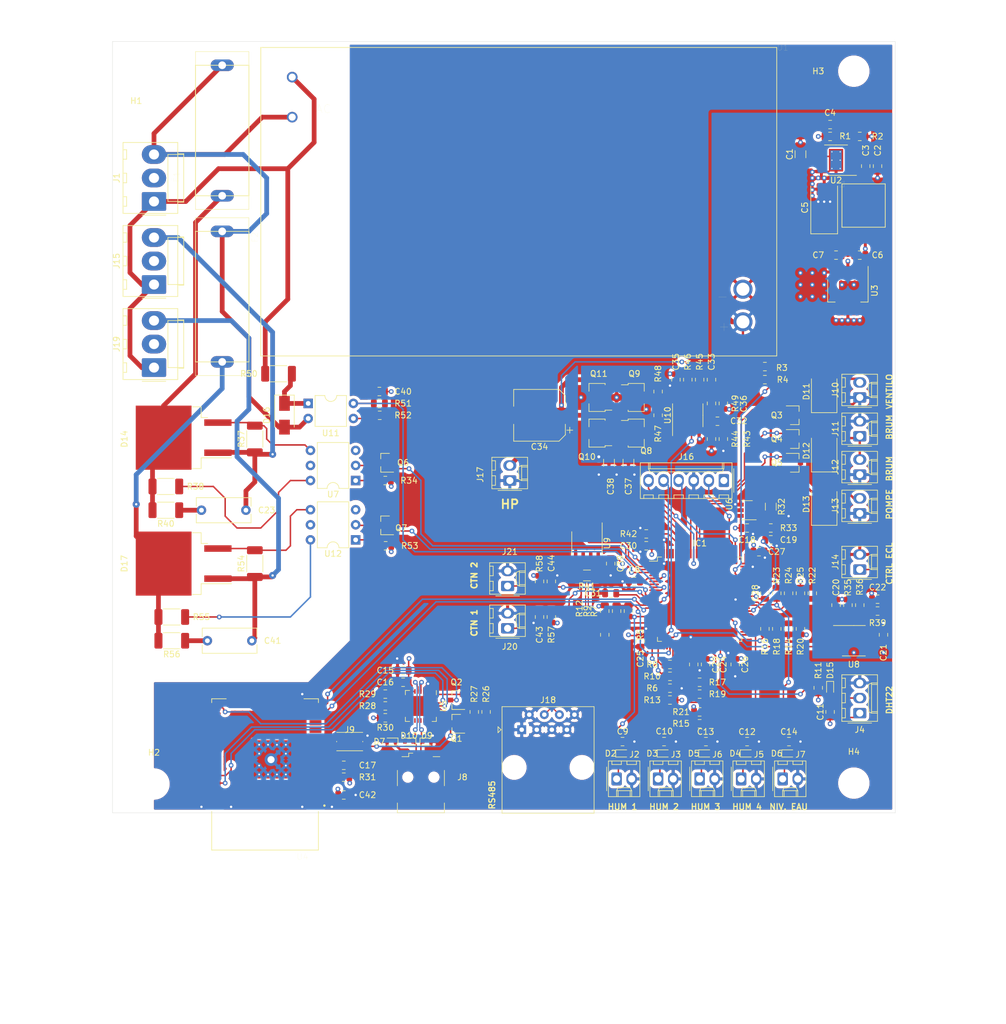
<source format=kicad_pcb>
(kicad_pcb (version 20171130) (host pcbnew "(5.1.6)-1")

  (general
    (thickness 1.6)
    (drawings 27)
    (tracks 1045)
    (zones 0)
    (modules 169)
    (nets 201)
  )

  (page A4)
  (layers
    (0 F.Cu signal)
    (1 In1.Cu power)
    (2 In2.Cu power)
    (31 B.Cu signal)
    (32 B.Adhes user)
    (33 F.Adhes user)
    (34 B.Paste user)
    (35 F.Paste user)
    (36 B.SilkS user)
    (37 F.SilkS user)
    (38 B.Mask user)
    (39 F.Mask user)
    (40 Dwgs.User user)
    (41 Cmts.User user)
    (42 Eco1.User user)
    (43 Eco2.User user)
    (44 Edge.Cuts user)
    (45 Margin user)
    (46 B.CrtYd user)
    (47 F.CrtYd user)
    (48 B.Fab user)
    (49 F.Fab user hide)
  )

  (setup
    (last_trace_width 0.25)
    (user_trace_width 0.4)
    (user_trace_width 0.5)
    (user_trace_width 0.8)
    (trace_clearance 0.2)
    (zone_clearance 0.508)
    (zone_45_only no)
    (trace_min 0.2)
    (via_size 0.8)
    (via_drill 0.4)
    (via_min_size 0.45)
    (via_min_drill 0.2)
    (user_via 1 0.5)
    (uvia_size 0.3)
    (uvia_drill 0.1)
    (uvias_allowed no)
    (uvia_min_size 0.2)
    (uvia_min_drill 0.1)
    (edge_width 0.05)
    (segment_width 0.2)
    (pcb_text_width 0.3)
    (pcb_text_size 1.5 1.5)
    (mod_edge_width 0.12)
    (mod_text_size 1 1)
    (mod_text_width 0.15)
    (pad_size 0.25 0.8)
    (pad_drill 0)
    (pad_to_mask_clearance 0.05)
    (aux_axis_origin 30 150)
    (visible_elements 7FFDFFFF)
    (pcbplotparams
      (layerselection 0x010fc_ffffffff)
      (usegerberextensions false)
      (usegerberattributes true)
      (usegerberadvancedattributes true)
      (creategerberjobfile true)
      (excludeedgelayer true)
      (linewidth 0.100000)
      (plotframeref false)
      (viasonmask false)
      (mode 1)
      (useauxorigin false)
      (hpglpennumber 1)
      (hpglpenspeed 20)
      (hpglpendiameter 15.000000)
      (psnegative false)
      (psa4output false)
      (plotreference true)
      (plotvalue true)
      (plotinvisibletext false)
      (padsonsilk false)
      (subtractmaskfromsilk false)
      (outputformat 1)
      (mirror false)
      (drillshape 1)
      (scaleselection 1)
      (outputdirectory ""))
  )

  (net 0 "")
  (net 1 GND)
  (net 2 "Net-(C3-Pad1)")
  (net 3 +3V3)
  (net 4 /ESP32/VBUS)
  (net 5 +5V)
  (net 6 "Net-(D11-Pad2)")
  (net 7 +24V)
  (net 8 "Net-(D12-Pad2)")
  (net 9 "Net-(D13-Pad2)")
  (net 10 "Net-(D14-Pad2)")
  (net 11 "Net-(D14-Pad3)")
  (net 12 "Net-(C23-Pad2)")
  (net 13 "Net-(IC1-Pad98)")
  (net 14 "Net-(IC1-Pad97)")
  (net 15 "Net-(IC1-Pad96)")
  (net 16 "Net-(IC1-Pad87)")
  (net 17 "Net-(IC1-Pad86)")
  (net 18 "Net-(IC1-Pad85)")
  (net 19 "Net-(IC1-Pad84)")
  (net 20 "Net-(IC1-Pad83)")
  (net 21 "Net-(IC1-Pad82)")
  (net 22 "Net-(IC1-Pad81)")
  (net 23 "Net-(IC1-Pad80)")
  (net 24 "Net-(IC1-Pad79)")
  (net 25 "Net-(IC1-Pad78)")
  (net 26 "Net-(IC1-Pad73)")
  (net 27 "Net-(IC1-Pad72)")
  (net 28 "Net-(IC1-Pad71)")
  (net 29 "Net-(IC1-Pad69)")
  (net 30 "Net-(IC1-Pad68)")
  (net 31 /MCU/COMP7_OUT)
  (net 32 "Net-(IC1-Pad66)")
  (net 33 /MCU/COMP7_INN)
  (net 34 "Net-(IC1-Pad60)")
  (net 35 "Net-(IC1-Pad56)")
  (net 36 "Net-(IC1-Pad55)")
  (net 37 /MCU/COMP7_INP)
  (net 38 "Net-(IC1-Pad53)")
  (net 39 "Net-(IC1-Pad51)")
  (net 40 "Net-(IC1-Pad50)")
  (net 41 "Net-(IC1-Pad47)")
  (net 42 "Net-(IC1-Pad46)")
  (net 43 "Net-(IC1-Pad44)")
  (net 44 "Net-(IC1-Pad43)")
  (net 45 "Net-(IC1-Pad42)")
  (net 46 "Net-(IC1-Pad41)")
  (net 47 "Net-(IC1-Pad40)")
  (net 48 /MCU/COMP4_INN)
  (net 49 "Net-(IC1-Pad34)")
  (net 50 /MCU/COMP4_OUT)
  (net 51 /MCU/COMP4_INP)
  (net 52 "Net-(IC1-Pad31)")
  (net 53 "Net-(IC1-Pad30)")
  (net 54 /MCU/COMP2_INP)
  (net 55 /MCU/COMP1_OUT)
  (net 56 /MCU/COMP2_INN)
  (net 57 /MCU/COMP1_INN)
  (net 58 /MCU/COMP2_OUT)
  (net 59 /MCU/COMP1_INP)
  (net 60 "Net-(IC1-Pad19)")
  (net 61 "Net-(IC1-Pad11)")
  (net 62 "Net-(IC1-Pad9)")
  (net 63 "Net-(IC1-Pad8)")
  (net 64 "Net-(IC1-Pad7)")
  (net 65 "Net-(IC1-Pad5)")
  (net 66 /MCU/DHT22)
  (net 67 AC2)
  (net 68 "Net-(J1-Pad2)")
  (net 69 AC1)
  (net 70 /ESP32/EN)
  (net 71 /ESP32/RTS)
  (net 72 "Net-(Q1-Pad1)")
  (net 73 /ESP32/IO0)
  (net 74 /ESP32/DTR)
  (net 75 "Net-(Q2-Pad1)")
  (net 76 "Net-(Q3-Pad2)")
  (net 77 "Net-(Q6-Pad3)")
  (net 78 "Net-(C3-Pad2)")
  (net 79 "Net-(C2-Pad1)")
  (net 80 "Net-(C4-Pad2)")
  (net 81 "Net-(U4-Pad4)")
  (net 82 "Net-(U4-Pad5)")
  (net 83 "Net-(U4-Pad6)")
  (net 84 "Net-(U4-Pad7)")
  (net 85 "Net-(U4-Pad8)")
  (net 86 "Net-(U4-Pad9)")
  (net 87 "Net-(U4-Pad10)")
  (net 88 "Net-(U4-Pad11)")
  (net 89 "Net-(U4-Pad12)")
  (net 90 "Net-(U4-Pad16)")
  (net 91 "Net-(U4-Pad17)")
  (net 92 "Net-(U4-Pad18)")
  (net 93 "Net-(U4-Pad19)")
  (net 94 "Net-(U4-Pad20)")
  (net 95 "Net-(U4-Pad21)")
  (net 96 "Net-(U4-Pad22)")
  (net 97 "Net-(U4-Pad23)")
  (net 98 "Net-(U4-Pad24)")
  (net 99 "Net-(U4-Pad26)")
  (net 100 "Net-(U4-Pad29)")
  (net 101 "Net-(U4-Pad30)")
  (net 102 "Net-(U4-Pad31)")
  (net 103 "Net-(U4-Pad33)")
  (net 104 /ESP32/RXD0_UC)
  (net 105 /ESP32/TXD0_UC)
  (net 106 "Net-(U4-Pad36)")
  (net 107 "Net-(U4-Pad37)")
  (net 108 "Net-(U5-Pad27)")
  (net 109 "Net-(U5-Pad23)")
  (net 110 "Net-(U5-Pad22)")
  (net 111 "Net-(U5-Pad21)")
  (net 112 "Net-(U5-Pad20)")
  (net 113 "Net-(U5-Pad19)")
  (net 114 "Net-(U5-Pad18)")
  (net 115 "Net-(U5-Pad17)")
  (net 116 "Net-(U5-Pad16)")
  (net 117 "Net-(U5-Pad15)")
  (net 118 "Net-(U5-Pad14)")
  (net 119 "Net-(U5-Pad13)")
  (net 120 "Net-(U5-Pad12)")
  (net 121 "Net-(U5-Pad11)")
  (net 122 "Net-(U5-Pad10)")
  (net 123 "Net-(R30-Pad1)")
  (net 124 "Net-(R28-Pad2)")
  (net 125 "Net-(U5-Pad2)")
  (net 126 "Net-(U5-Pad1)")
  (net 127 "Net-(R33-Pad2)")
  (net 128 "Net-(C22-Pad1)")
  (net 129 "Net-(R34-Pad2)")
  (net 130 "Net-(R35-Pad2)")
  (net 131 "Net-(R36-Pad1)")
  (net 132 "Net-(R38-Pad2)")
  (net 133 "Net-(U7-Pad3)")
  (net 134 "Net-(U7-Pad5)")
  (net 135 "Net-(U8-Pad7)")
  (net 136 "Net-(J8-Pad4)")
  (net 137 "Net-(J15-Pad2)")
  (net 138 /MCU/NRST)
  (net 139 /MCU/SWO)
  (net 140 /MCU/SWCLK)
  (net 141 /MCU/SWDIO)
  (net 142 "Net-(IC1-Pad95)")
  (net 143 "Net-(IC1-Pad54)")
  (net 144 /mesures/COMP3_INN)
  (net 145 /mesures/COMP3_OUT)
  (net 146 /mesures/COMP3_INP)
  (net 147 "Net-(IC1-Pad17)")
  (net 148 /MCU/DAC_OUT_ECLAIRAGE)
  (net 149 /ESP32/D+)
  (net 150 /ESP32/D-)
  (net 151 /MCU/CMD_ECLAIRAGE)
  (net 152 /MCU/TX_STM32)
  (net 153 /MCU/RX_STM32)
  (net 154 /MCU/CURRENT_ACTUATOR)
  (net 155 "Net-(IC1-Pad52)")
  (net 156 "Net-(U4-Pad27)")
  (net 157 "Net-(U4-Pad28)")
  (net 158 /MCU/PWM_VENTILO)
  (net 159 /MCU/CMD_BRUMISATEUR)
  (net 160 /MCU/CMD_POMPE)
  (net 161 "Net-(IC1-Pad18)")
  (net 162 /audio/AUDIO_IN)
  (net 163 "Net-(C32-Pad1)")
  (net 164 "Net-(C33-Pad1)")
  (net 165 "Net-(C34-Pad2)")
  (net 166 "Net-(C34-Pad1)")
  (net 167 "Net-(Q10-Pad1)")
  (net 168 "Net-(Q8-Pad1)")
  (net 169 "Net-(Q11-Pad1)")
  (net 170 "Net-(Q9-Pad1)")
  (net 171 "Net-(R45-Pad1)")
  (net 172 "Net-(R47-Pad2)")
  (net 173 "Net-(C36-Pad1)")
  (net 174 "Net-(IC1-Pad92)")
  (net 175 "Net-(C32-Pad2)")
  (net 176 /MCU/USART1_TX)
  (net 177 /MCU/USART1_RX)
  (net 178 /MCU/DE)
  (net 179 /MCU/nRE)
  (net 180 /MCU/DATA+)
  (net 181 /MCU/DATA-)
  (net 182 "Net-(C23-Pad1)")
  (net 183 "Net-(C41-Pad2)")
  (net 184 "Net-(C41-Pad1)")
  (net 185 "Net-(D16-Pad1)")
  (net 186 "Net-(D17-Pad2)")
  (net 187 "Net-(D17-Pad3)")
  (net 188 "Net-(IC1-Pad38)")
  (net 189 /MCU/UVLO_24V)
  (net 190 "Net-(J19-Pad2)")
  (net 191 "Net-(Q7-Pad3)")
  (net 192 "Net-(R53-Pad2)")
  (net 193 "Net-(R55-Pad2)")
  (net 194 "Net-(R52-Pad1)")
  (net 195 "Net-(U12-Pad3)")
  (net 196 "Net-(U12-Pad5)")
  (net 197 /MCU/ZCD)
  (net 198 /MCU/CMD_CHAUFFAGE)
  (net 199 /MCU/CTN_2)
  (net 200 /MCU/CTN_1)

  (net_class Default "This is the default net class."
    (clearance 0.2)
    (trace_width 0.25)
    (via_dia 0.8)
    (via_drill 0.4)
    (uvia_dia 0.3)
    (uvia_drill 0.1)
    (add_net +3V3)
    (add_net +5V)
    (add_net /ESP32/D+)
    (add_net /ESP32/D-)
    (add_net /ESP32/DTR)
    (add_net /ESP32/EN)
    (add_net /ESP32/IO0)
    (add_net /ESP32/RTS)
    (add_net /ESP32/RXD0_UC)
    (add_net /ESP32/TXD0_UC)
    (add_net /ESP32/VBUS)
    (add_net /MCU/CMD_BRUMISATEUR)
    (add_net /MCU/CMD_CHAUFFAGE)
    (add_net /MCU/CMD_ECLAIRAGE)
    (add_net /MCU/CMD_POMPE)
    (add_net /MCU/COMP1_INN)
    (add_net /MCU/COMP1_INP)
    (add_net /MCU/COMP1_OUT)
    (add_net /MCU/COMP2_INN)
    (add_net /MCU/COMP2_INP)
    (add_net /MCU/COMP2_OUT)
    (add_net /MCU/COMP4_INN)
    (add_net /MCU/COMP4_INP)
    (add_net /MCU/COMP4_OUT)
    (add_net /MCU/COMP7_INN)
    (add_net /MCU/COMP7_INP)
    (add_net /MCU/COMP7_OUT)
    (add_net /MCU/CTN_1)
    (add_net /MCU/CTN_2)
    (add_net /MCU/CURRENT_ACTUATOR)
    (add_net /MCU/DAC_OUT_ECLAIRAGE)
    (add_net /MCU/DATA+)
    (add_net /MCU/DATA-)
    (add_net /MCU/DE)
    (add_net /MCU/DHT22)
    (add_net /MCU/NRST)
    (add_net /MCU/PWM_VENTILO)
    (add_net /MCU/RX_STM32)
    (add_net /MCU/SWCLK)
    (add_net /MCU/SWDIO)
    (add_net /MCU/SWO)
    (add_net /MCU/TX_STM32)
    (add_net /MCU/USART1_RX)
    (add_net /MCU/USART1_TX)
    (add_net /MCU/UVLO_24V)
    (add_net /MCU/ZCD)
    (add_net /MCU/nRE)
    (add_net /audio/AUDIO_IN)
    (add_net /mesures/COMP3_INN)
    (add_net /mesures/COMP3_INP)
    (add_net /mesures/COMP3_OUT)
    (add_net GND)
    (add_net "Net-(C2-Pad1)")
    (add_net "Net-(C22-Pad1)")
    (add_net "Net-(C3-Pad1)")
    (add_net "Net-(C3-Pad2)")
    (add_net "Net-(C32-Pad1)")
    (add_net "Net-(C32-Pad2)")
    (add_net "Net-(C33-Pad1)")
    (add_net "Net-(C34-Pad1)")
    (add_net "Net-(C34-Pad2)")
    (add_net "Net-(C36-Pad1)")
    (add_net "Net-(C4-Pad2)")
    (add_net "Net-(D14-Pad3)")
    (add_net "Net-(D17-Pad3)")
    (add_net "Net-(IC1-Pad11)")
    (add_net "Net-(IC1-Pad17)")
    (add_net "Net-(IC1-Pad18)")
    (add_net "Net-(IC1-Pad19)")
    (add_net "Net-(IC1-Pad30)")
    (add_net "Net-(IC1-Pad31)")
    (add_net "Net-(IC1-Pad34)")
    (add_net "Net-(IC1-Pad38)")
    (add_net "Net-(IC1-Pad40)")
    (add_net "Net-(IC1-Pad41)")
    (add_net "Net-(IC1-Pad42)")
    (add_net "Net-(IC1-Pad43)")
    (add_net "Net-(IC1-Pad44)")
    (add_net "Net-(IC1-Pad46)")
    (add_net "Net-(IC1-Pad47)")
    (add_net "Net-(IC1-Pad5)")
    (add_net "Net-(IC1-Pad50)")
    (add_net "Net-(IC1-Pad51)")
    (add_net "Net-(IC1-Pad52)")
    (add_net "Net-(IC1-Pad53)")
    (add_net "Net-(IC1-Pad54)")
    (add_net "Net-(IC1-Pad55)")
    (add_net "Net-(IC1-Pad56)")
    (add_net "Net-(IC1-Pad60)")
    (add_net "Net-(IC1-Pad66)")
    (add_net "Net-(IC1-Pad68)")
    (add_net "Net-(IC1-Pad69)")
    (add_net "Net-(IC1-Pad7)")
    (add_net "Net-(IC1-Pad71)")
    (add_net "Net-(IC1-Pad72)")
    (add_net "Net-(IC1-Pad73)")
    (add_net "Net-(IC1-Pad78)")
    (add_net "Net-(IC1-Pad79)")
    (add_net "Net-(IC1-Pad8)")
    (add_net "Net-(IC1-Pad80)")
    (add_net "Net-(IC1-Pad81)")
    (add_net "Net-(IC1-Pad82)")
    (add_net "Net-(IC1-Pad83)")
    (add_net "Net-(IC1-Pad84)")
    (add_net "Net-(IC1-Pad85)")
    (add_net "Net-(IC1-Pad86)")
    (add_net "Net-(IC1-Pad87)")
    (add_net "Net-(IC1-Pad9)")
    (add_net "Net-(IC1-Pad92)")
    (add_net "Net-(IC1-Pad95)")
    (add_net "Net-(IC1-Pad96)")
    (add_net "Net-(IC1-Pad97)")
    (add_net "Net-(IC1-Pad98)")
    (add_net "Net-(J1-Pad2)")
    (add_net "Net-(J15-Pad2)")
    (add_net "Net-(J19-Pad2)")
    (add_net "Net-(J8-Pad4)")
    (add_net "Net-(Q1-Pad1)")
    (add_net "Net-(Q10-Pad1)")
    (add_net "Net-(Q11-Pad1)")
    (add_net "Net-(Q2-Pad1)")
    (add_net "Net-(Q3-Pad2)")
    (add_net "Net-(Q6-Pad3)")
    (add_net "Net-(Q7-Pad3)")
    (add_net "Net-(Q8-Pad1)")
    (add_net "Net-(Q9-Pad1)")
    (add_net "Net-(R28-Pad2)")
    (add_net "Net-(R30-Pad1)")
    (add_net "Net-(R33-Pad2)")
    (add_net "Net-(R34-Pad2)")
    (add_net "Net-(R35-Pad2)")
    (add_net "Net-(R36-Pad1)")
    (add_net "Net-(R38-Pad2)")
    (add_net "Net-(R45-Pad1)")
    (add_net "Net-(R47-Pad2)")
    (add_net "Net-(R52-Pad1)")
    (add_net "Net-(R53-Pad2)")
    (add_net "Net-(R55-Pad2)")
    (add_net "Net-(U4-Pad10)")
    (add_net "Net-(U4-Pad11)")
    (add_net "Net-(U4-Pad12)")
    (add_net "Net-(U4-Pad16)")
    (add_net "Net-(U4-Pad17)")
    (add_net "Net-(U4-Pad18)")
    (add_net "Net-(U4-Pad19)")
    (add_net "Net-(U4-Pad20)")
    (add_net "Net-(U4-Pad21)")
    (add_net "Net-(U4-Pad22)")
    (add_net "Net-(U4-Pad23)")
    (add_net "Net-(U4-Pad24)")
    (add_net "Net-(U4-Pad26)")
    (add_net "Net-(U4-Pad27)")
    (add_net "Net-(U4-Pad28)")
    (add_net "Net-(U4-Pad29)")
    (add_net "Net-(U4-Pad30)")
    (add_net "Net-(U4-Pad31)")
    (add_net "Net-(U4-Pad33)")
    (add_net "Net-(U4-Pad36)")
    (add_net "Net-(U4-Pad37)")
    (add_net "Net-(U4-Pad4)")
    (add_net "Net-(U4-Pad5)")
    (add_net "Net-(U4-Pad6)")
    (add_net "Net-(U4-Pad7)")
    (add_net "Net-(U4-Pad8)")
    (add_net "Net-(U4-Pad9)")
    (add_net "Net-(U5-Pad1)")
    (add_net "Net-(U5-Pad10)")
    (add_net "Net-(U5-Pad11)")
    (add_net "Net-(U5-Pad12)")
    (add_net "Net-(U5-Pad13)")
    (add_net "Net-(U5-Pad15)")
    (add_net "Net-(U5-Pad16)")
    (add_net "Net-(U5-Pad17)")
    (add_net "Net-(U5-Pad18)")
    (add_net "Net-(U5-Pad19)")
    (add_net "Net-(U5-Pad2)")
    (add_net "Net-(U5-Pad20)")
    (add_net "Net-(U5-Pad21)")
    (add_net "Net-(U5-Pad22)")
    (add_net "Net-(U5-Pad23)")
    (add_net "Net-(U5-Pad27)")
    (add_net "Net-(U7-Pad3)")
    (add_net "Net-(U7-Pad5)")
    (add_net "Net-(U8-Pad7)")
  )

  (net_class 230V ""
    (clearance 0.85)
    (trace_width 0.8)
    (via_dia 1.2)
    (via_drill 0.4)
    (uvia_dia 0.3)
    (uvia_drill 0.1)
    (diff_pair_width 0.8)
    (diff_pair_gap 1)
    (add_net AC1)
    (add_net AC2)
    (add_net "Net-(C23-Pad1)")
    (add_net "Net-(C23-Pad2)")
    (add_net "Net-(C41-Pad1)")
    (add_net "Net-(C41-Pad2)")
    (add_net "Net-(D14-Pad2)")
    (add_net "Net-(D16-Pad1)")
    (add_net "Net-(D17-Pad2)")
    (add_net "Net-(U12-Pad3)")
    (add_net "Net-(U12-Pad5)")
    (add_net "Net-(U5-Pad14)")
  )

  (net_class actionneur ""
    (clearance 0.2)
    (trace_width 0.4)
    (via_dia 0.8)
    (via_drill 0.4)
    (uvia_dia 0.3)
    (uvia_drill 0.1)
    (add_net +24V)
    (add_net "Net-(D11-Pad2)")
    (add_net "Net-(D12-Pad2)")
    (add_net "Net-(D13-Pad2)")
  )

  (module Package_DFN_QFN:QFN-28-1EP_5x5mm_P0.5mm_EP3.35x3.35mm (layer F.Cu) (tedit 5DC5F6A4) (tstamp 5FBC4E30)
    (at 82 132 270)
    (descr "QFN, 28 Pin (http://ww1.microchip.com/downloads/en/PackagingSpec/00000049BQ.pdf#page=283), generated with kicad-footprint-generator ipc_noLead_generator.py")
    (tags "QFN NoLead")
    (path /5F99DF62/5FCF82AA)
    (attr smd)
    (fp_text reference U5 (at 0 -3.8 90) (layer F.SilkS)
      (effects (font (size 1 1) (thickness 0.15)))
    )
    (fp_text value CP2102N-A01-GQFN28 (at 0 3.8 90) (layer F.Fab)
      (effects (font (size 1 1) (thickness 0.15)))
    )
    (fp_text user %R (at 0 0 90) (layer F.Fab)
      (effects (font (size 1 1) (thickness 0.15)))
    )
    (fp_line (start 1.885 -2.61) (end 2.61 -2.61) (layer F.SilkS) (width 0.12))
    (fp_line (start 2.61 -2.61) (end 2.61 -1.885) (layer F.SilkS) (width 0.12))
    (fp_line (start -1.885 2.61) (end -2.61 2.61) (layer F.SilkS) (width 0.12))
    (fp_line (start -2.61 2.61) (end -2.61 1.885) (layer F.SilkS) (width 0.12))
    (fp_line (start 1.885 2.61) (end 2.61 2.61) (layer F.SilkS) (width 0.12))
    (fp_line (start 2.61 2.61) (end 2.61 1.885) (layer F.SilkS) (width 0.12))
    (fp_line (start -1.885 -2.61) (end -2.61 -2.61) (layer F.SilkS) (width 0.12))
    (fp_line (start -1.5 -2.5) (end 2.5 -2.5) (layer F.Fab) (width 0.1))
    (fp_line (start 2.5 -2.5) (end 2.5 2.5) (layer F.Fab) (width 0.1))
    (fp_line (start 2.5 2.5) (end -2.5 2.5) (layer F.Fab) (width 0.1))
    (fp_line (start -2.5 2.5) (end -2.5 -1.5) (layer F.Fab) (width 0.1))
    (fp_line (start -2.5 -1.5) (end -1.5 -2.5) (layer F.Fab) (width 0.1))
    (fp_line (start -3.1 -3.1) (end -3.1 3.1) (layer F.CrtYd) (width 0.05))
    (fp_line (start -3.1 3.1) (end 3.1 3.1) (layer F.CrtYd) (width 0.05))
    (fp_line (start 3.1 3.1) (end 3.1 -3.1) (layer F.CrtYd) (width 0.05))
    (fp_line (start 3.1 -3.1) (end -3.1 -3.1) (layer F.CrtYd) (width 0.05))
    (pad "" smd roundrect (at 1.12 1.12 270) (size 0.9 0.9) (layers F.Paste) (roundrect_rratio 0.25))
    (pad "" smd roundrect (at 1.12 0 270) (size 0.9 0.9) (layers F.Paste) (roundrect_rratio 0.25))
    (pad "" smd roundrect (at 1.12 -1.12 270) (size 0.9 0.9) (layers F.Paste) (roundrect_rratio 0.25))
    (pad "" smd roundrect (at 0 1.12 270) (size 0.9 0.9) (layers F.Paste) (roundrect_rratio 0.25))
    (pad "" smd roundrect (at 0 0 270) (size 0.9 0.9) (layers F.Paste) (roundrect_rratio 0.25))
    (pad "" smd roundrect (at 0 -1.12 270) (size 0.9 0.9) (layers F.Paste) (roundrect_rratio 0.25))
    (pad "" smd roundrect (at -1.12 1.12 270) (size 0.9 0.9) (layers F.Paste) (roundrect_rratio 0.25))
    (pad "" smd roundrect (at -1.12 0 270) (size 0.9 0.9) (layers F.Paste) (roundrect_rratio 0.25))
    (pad "" smd roundrect (at -1.12 -1.12 270) (size 0.9 0.9) (layers F.Paste) (roundrect_rratio 0.25))
    (pad 29 smd rect (at 0 0 270) (size 3.35 3.35) (layers F.Cu F.Mask)
      (net 1 GND))
    (pad 28 smd roundrect (at -1.5 -2.45 270) (size 0.25 0.8) (layers F.Cu F.Paste F.Mask) (roundrect_rratio 0.25)
      (net 74 /ESP32/DTR))
    (pad 27 smd roundrect (at -1 -2.45 270) (size 0.25 0.8) (layers F.Cu F.Paste F.Mask) (roundrect_rratio 0.25)
      (net 108 "Net-(U5-Pad27)"))
    (pad 26 smd roundrect (at -0.5 -2.45 270) (size 0.25 0.8) (layers F.Cu F.Paste F.Mask) (roundrect_rratio 0.25)
      (net 104 /ESP32/RXD0_UC))
    (pad 25 smd roundrect (at 0 -2.45 270) (size 0.25 0.8) (layers F.Cu F.Paste F.Mask) (roundrect_rratio 0.25)
      (net 105 /ESP32/TXD0_UC))
    (pad 24 smd roundrect (at 0.5 -2.45 270) (size 0.25 0.8) (layers F.Cu F.Paste F.Mask) (roundrect_rratio 0.25)
      (net 71 /ESP32/RTS))
    (pad 23 smd roundrect (at 1 -2.45 270) (size 0.25 0.8) (layers F.Cu F.Paste F.Mask) (roundrect_rratio 0.25)
      (net 109 "Net-(U5-Pad23)"))
    (pad 22 smd roundrect (at 1.5 -2.45 270) (size 0.25 0.8) (layers F.Cu F.Paste F.Mask) (roundrect_rratio 0.25)
      (net 110 "Net-(U5-Pad22)"))
    (pad 21 smd roundrect (at 2.45 -1.5 270) (size 0.8 0.25) (layers F.Cu F.Paste F.Mask) (roundrect_rratio 0.25)
      (net 111 "Net-(U5-Pad21)"))
    (pad 20 smd roundrect (at 2.45 -1 270) (size 0.8 0.25) (layers F.Cu F.Paste F.Mask) (roundrect_rratio 0.25)
      (net 112 "Net-(U5-Pad20)"))
    (pad 19 smd roundrect (at 2.45 -0.5 270) (size 0.8 0.25) (layers F.Cu F.Paste F.Mask) (roundrect_rratio 0.25)
      (net 113 "Net-(U5-Pad19)"))
    (pad 18 smd roundrect (at 2.45 0 270) (size 0.8 0.25) (layers F.Cu F.Paste F.Mask) (roundrect_rratio 0.25)
      (net 114 "Net-(U5-Pad18)"))
    (pad 17 smd roundrect (at 2.45 0.5 270) (size 0.8 0.25) (layers F.Cu F.Paste F.Mask) (roundrect_rratio 0.25)
      (net 115 "Net-(U5-Pad17)"))
    (pad 16 smd roundrect (at 2.45 1 270) (size 0.8 0.25) (layers F.Cu F.Paste F.Mask) (roundrect_rratio 0.25)
      (net 116 "Net-(U5-Pad16)"))
    (pad 15 smd roundrect (at 2.45 1.5 270) (size 0.8 0.25) (layers F.Cu F.Paste F.Mask) (roundrect_rratio 0.25)
      (net 117 "Net-(U5-Pad15)"))
    (pad 14 smd roundrect (at 1.5 2.45 270) (size 0.25 0.8) (layers F.Cu F.Paste F.Mask) (roundrect_rratio 0.25)
      (net 118 "Net-(U5-Pad14)"))
    (pad 13 smd roundrect (at 1 2.45 270) (size 0.25 0.8) (layers F.Cu F.Paste F.Mask) (roundrect_rratio 0.25)
      (net 119 "Net-(U5-Pad13)"))
    (pad 12 smd roundrect (at 0.5 2.45 270) (size 0.25 0.8) (layers F.Cu F.Paste F.Mask) (roundrect_rratio 0.25)
      (net 120 "Net-(U5-Pad12)"))
    (pad 11 smd roundrect (at 0 2.45 270) (size 0.25 0.8) (layers F.Cu F.Paste F.Mask) (roundrect_rratio 0.25)
      (net 121 "Net-(U5-Pad11)"))
    (pad 10 smd roundrect (at -0.5 2.45 270) (size 0.25 0.8) (layers F.Cu F.Paste F.Mask) (roundrect_rratio 0.25)
      (net 122 "Net-(U5-Pad10)"))
    (pad 9 smd roundrect (at -1 2.45 270) (size 0.25 0.8) (layers F.Cu F.Paste F.Mask) (roundrect_rratio 0.25)
      (net 123 "Net-(R30-Pad1)"))
    (pad 8 smd roundrect (at -1.5 2.45 270) (size 0.25 0.8) (layers F.Cu F.Paste F.Mask) (roundrect_rratio 0.25)
      (net 124 "Net-(R28-Pad2)"))
    (pad 7 smd roundrect (at -2.45 1.5 270) (size 0.8 0.25) (layers F.Cu F.Paste F.Mask) (roundrect_rratio 0.25)
      (net 3 +3V3))
    (pad 6 smd roundrect (at -2.45 1 270) (size 0.8 0.25) (layers F.Cu F.Paste F.Mask) (roundrect_rratio 0.25)
      (net 3 +3V3))
    (pad 5 smd roundrect (at -2.45 0.5 270) (size 0.8 0.25) (layers F.Cu F.Paste F.Mask) (roundrect_rratio 0.25)
      (net 150 /ESP32/D-))
    (pad 4 smd roundrect (at -2.45 0 270) (size 0.8 0.25) (layers F.Cu F.Paste F.Mask) (roundrect_rratio 0.25)
      (net 149 /ESP32/D+))
    (pad 3 smd roundrect (at -2.45 -0.5 270) (size 0.8 0.25) (layers F.Cu F.Paste F.Mask) (roundrect_rratio 0.25)
      (net 1 GND))
    (pad 2 smd roundrect (at -2.45 -1 270) (size 0.8 0.25) (layers F.Cu F.Paste F.Mask) (roundrect_rratio 0.25)
      (net 125 "Net-(U5-Pad2)"))
    (pad 1 smd roundrect (at -2.45 -1.5 270) (size 0.8 0.25) (layers F.Cu F.Paste F.Mask) (roundrect_rratio 0.25)
      (net 126 "Net-(U5-Pad1)"))
    (model ${KISYS3DMOD}/Package_DFN_QFN.3dshapes/QFN-28-1EP_5x5mm_P0.5mm_EP3.35x3.35mm.wrl
      (at (xyz 0 0 0))
      (scale (xyz 1 1 1))
      (rotate (xyz 0 0 0))
    )
  )

  (module Package_SO:SOIC-8-1EP_3.9x4.9mm_P1.27mm_EP2.41x3.81mm_ThermalVias (layer F.Cu) (tedit 5DC5FE76) (tstamp 5F9DD987)
    (at 152 40 180)
    (descr "SOIC, 8 Pin (https://www.analog.com/media/en/technical-documentation/data-sheets/ada4898-1_4898-2.pdf#page=29), generated with kicad-footprint-generator ipc_gullwing_generator.py")
    (tags "SOIC SO")
    (path /5F9BD40A/5F9D1B51)
    (attr smd)
    (fp_text reference U2 (at 0 -3.4) (layer F.SilkS)
      (effects (font (size 1 1) (thickness 0.15)))
    )
    (fp_text value LMR23610ADDA (at 0 3.4) (layer F.Fab)
      (effects (font (size 1 1) (thickness 0.15)))
    )
    (fp_line (start 3.7 -2.7) (end -3.7 -2.7) (layer F.CrtYd) (width 0.05))
    (fp_line (start 3.7 2.7) (end 3.7 -2.7) (layer F.CrtYd) (width 0.05))
    (fp_line (start -3.7 2.7) (end 3.7 2.7) (layer F.CrtYd) (width 0.05))
    (fp_line (start -3.7 -2.7) (end -3.7 2.7) (layer F.CrtYd) (width 0.05))
    (fp_line (start -1.95 -1.475) (end -0.975 -2.45) (layer F.Fab) (width 0.1))
    (fp_line (start -1.95 2.45) (end -1.95 -1.475) (layer F.Fab) (width 0.1))
    (fp_line (start 1.95 2.45) (end -1.95 2.45) (layer F.Fab) (width 0.1))
    (fp_line (start 1.95 -2.45) (end 1.95 2.45) (layer F.Fab) (width 0.1))
    (fp_line (start -0.975 -2.45) (end 1.95 -2.45) (layer F.Fab) (width 0.1))
    (fp_line (start 0 -2.56) (end -3.45 -2.56) (layer F.SilkS) (width 0.12))
    (fp_line (start 0 -2.56) (end 1.95 -2.56) (layer F.SilkS) (width 0.12))
    (fp_line (start 0 2.56) (end -1.95 2.56) (layer F.SilkS) (width 0.12))
    (fp_line (start 0 2.56) (end 1.95 2.56) (layer F.SilkS) (width 0.12))
    (fp_text user %R (at 0 0) (layer F.Fab)
      (effects (font (size 0.98 0.98) (thickness 0.15)))
    )
    (pad "" smd roundrect (at 0.6 0.95 180) (size 1.01 1.59) (layers F.Paste) (roundrect_rratio 0.247525))
    (pad "" smd roundrect (at 0.6 -0.95 180) (size 1.01 1.59) (layers F.Paste) (roundrect_rratio 0.247525))
    (pad "" smd roundrect (at -0.6 0.95 180) (size 1.01 1.59) (layers F.Paste) (roundrect_rratio 0.247525))
    (pad "" smd roundrect (at -0.6 -0.95 180) (size 1.01 1.59) (layers F.Paste) (roundrect_rratio 0.247525))
    (pad 9 smd rect (at 0 0 180) (size 1.9 3.3) (layers B.Cu)
      (net 1 GND))
    (pad 9 thru_hole circle (at 0.7 1.4 180) (size 0.5 0.5) (drill 0.2) (layers *.Cu)
      (net 1 GND))
    (pad 9 thru_hole circle (at -0.7 1.4 180) (size 0.5 0.5) (drill 0.2) (layers *.Cu)
      (net 1 GND))
    (pad 9 thru_hole circle (at 0.7 0 180) (size 0.5 0.5) (drill 0.2) (layers *.Cu)
      (net 1 GND))
    (pad 9 thru_hole circle (at -0.7 0 180) (size 0.5 0.5) (drill 0.2) (layers *.Cu)
      (net 1 GND))
    (pad 9 thru_hole circle (at 0.7 -1.4 180) (size 0.5 0.5) (drill 0.2) (layers *.Cu)
      (net 1 GND))
    (pad 9 thru_hole circle (at -0.7 -1.4 180) (size 0.5 0.5) (drill 0.2) (layers *.Cu)
      (net 1 GND))
    (pad 9 smd rect (at 0 0 180) (size 2.41 3.81) (layers F.Cu F.Mask)
      (net 1 GND))
    (pad 8 smd roundrect (at 2.475 -1.905 180) (size 1.95 0.6) (layers F.Cu F.Paste F.Mask) (roundrect_rratio 0.25)
      (net 1 GND))
    (pad 7 smd roundrect (at 2.475 -0.635 180) (size 1.95 0.6) (layers F.Cu F.Paste F.Mask) (roundrect_rratio 0.25)
      (net 7 +24V))
    (pad 6 smd roundrect (at 2.475 0.635 180) (size 1.95 0.6) (layers F.Cu F.Paste F.Mask) (roundrect_rratio 0.25)
      (net 1 GND))
    (pad 5 smd roundrect (at 2.475 1.905 180) (size 1.95 0.6) (layers F.Cu F.Paste F.Mask) (roundrect_rratio 0.25)
      (net 7 +24V))
    (pad 4 smd roundrect (at -2.475 1.905 180) (size 1.95 0.6) (layers F.Cu F.Paste F.Mask) (roundrect_rratio 0.25)
      (net 80 "Net-(C4-Pad2)"))
    (pad 3 smd roundrect (at -2.475 0.635 180) (size 1.95 0.6) (layers F.Cu F.Paste F.Mask) (roundrect_rratio 0.25)
      (net 79 "Net-(C2-Pad1)"))
    (pad 2 smd roundrect (at -2.475 -0.635 180) (size 1.95 0.6) (layers F.Cu F.Paste F.Mask) (roundrect_rratio 0.25)
      (net 78 "Net-(C3-Pad2)"))
    (pad 1 smd roundrect (at -2.475 -1.905 180) (size 1.95 0.6) (layers F.Cu F.Paste F.Mask) (roundrect_rratio 0.25)
      (net 2 "Net-(C3-Pad1)"))
    (model ${KISYS3DMOD}/Package_SO.3dshapes/SOIC-8-1EP_3.9x4.9mm_P1.27mm_EP2.41x3.81mm.wrl
      (at (xyz 0 0 0))
      (scale (xyz 1 1 1))
      (rotate (xyz 0 0 0))
    )
  )

  (module Diode_SMD:D_SOD-523 (layer F.Cu) (tedit 586419F0) (tstamp 5FA321BC)
    (at 83 138)
    (descr "http://www.diodes.com/datasheets/ap02001.pdf p.144")
    (tags "Diode SOD523")
    (path /5F99DF62/5F9B9EE9)
    (attr smd)
    (fp_text reference D9 (at 0 -1) (layer F.SilkS)
      (effects (font (size 1 1) (thickness 0.15)))
    )
    (fp_text value ESD5B5.0ST1G (at 0 1.4) (layer F.Fab)
      (effects (font (size 1 1) (thickness 0.15)))
    )
    (fp_line (start 0.7 0.6) (end -1.15 0.6) (layer F.SilkS) (width 0.12))
    (fp_line (start 0.7 -0.6) (end -1.15 -0.6) (layer F.SilkS) (width 0.12))
    (fp_line (start 0.65 0.45) (end -0.65 0.45) (layer F.Fab) (width 0.1))
    (fp_line (start -0.65 0.45) (end -0.65 -0.45) (layer F.Fab) (width 0.1))
    (fp_line (start -0.65 -0.45) (end 0.65 -0.45) (layer F.Fab) (width 0.1))
    (fp_line (start 0.65 -0.45) (end 0.65 0.45) (layer F.Fab) (width 0.1))
    (fp_line (start -0.2 0.2) (end -0.2 -0.2) (layer F.Fab) (width 0.1))
    (fp_line (start -0.2 0) (end -0.35 0) (layer F.Fab) (width 0.1))
    (fp_line (start -0.2 0) (end 0.1 0.2) (layer F.Fab) (width 0.1))
    (fp_line (start 0.1 0.2) (end 0.1 -0.2) (layer F.Fab) (width 0.1))
    (fp_line (start 0.1 -0.2) (end -0.2 0) (layer F.Fab) (width 0.1))
    (fp_line (start 0.1 0) (end 0.25 0) (layer F.Fab) (width 0.1))
    (fp_line (start 1.25 0.7) (end -1.25 0.7) (layer F.CrtYd) (width 0.05))
    (fp_line (start -1.25 0.7) (end -1.25 -0.7) (layer F.CrtYd) (width 0.05))
    (fp_line (start -1.25 -0.7) (end 1.25 -0.7) (layer F.CrtYd) (width 0.05))
    (fp_line (start 1.25 -0.7) (end 1.25 0.7) (layer F.CrtYd) (width 0.05))
    (fp_line (start -1.15 -0.6) (end -1.15 0.6) (layer F.SilkS) (width 0.12))
    (fp_text user %R (at 0 -1.3) (layer F.Fab)
      (effects (font (size 1 1) (thickness 0.15)))
    )
    (pad 1 smd rect (at -0.7 0 180) (size 0.6 0.7) (layers F.Cu F.Paste F.Mask)
      (net 149 /ESP32/D+))
    (pad 2 smd rect (at 0.7 0 180) (size 0.6 0.7) (layers F.Cu F.Paste F.Mask)
      (net 1 GND))
    (model ${KISYS3DMOD}/Diode_SMD.3dshapes/D_SOD-523.wrl
      (at (xyz 0 0 0))
      (scale (xyz 1 1 1))
      (rotate (xyz 0 0 0))
    )
  )

  (module Connector_USB:USB_Mini-B_Wuerth_65100516121_Horizontal (layer F.Cu) (tedit 5D90ED94) (tstamp 5F9E5027)
    (at 82 144)
    (descr "Mini USB 2.0 Type B SMT Horizontal 5 Contacts (https://katalog.we-online.de/em/datasheet/65100516121.pdf)")
    (tags "Mini USB 2.0 Type B")
    (path /5F99DF62/5F9A434D)
    (attr smd)
    (fp_text reference J8 (at 7 0) (layer F.SilkS)
      (effects (font (size 1 1) (thickness 0.15)))
    )
    (fp_text value USB_B_Mini (at 0 7.35) (layer F.Fab)
      (effects (font (size 1 1) (thickness 0.15)))
    )
    (fp_line (start -3.85 -3.35) (end -1.9 -3.35) (layer F.Fab) (width 0.1))
    (fp_line (start 3.85 -3.35) (end 3.85 5.9) (layer F.Fab) (width 0.1))
    (fp_line (start 3.85 5.9) (end -3.85 5.9) (layer F.Fab) (width 0.1))
    (fp_line (start -3.85 5.9) (end -3.85 -3.35) (layer F.Fab) (width 0.1))
    (fp_line (start -3.96 1.45) (end -3.96 -1.15) (layer F.SilkS) (width 0.12))
    (fp_line (start 3.96 -1.15) (end 3.96 1.45) (layer F.SilkS) (width 0.12))
    (fp_line (start -3.2 -3.46) (end -2.05 -3.46) (layer F.SilkS) (width 0.12))
    (fp_line (start -2.05 -3.46) (end -2.05 -4.05) (layer F.SilkS) (width 0.12))
    (fp_line (start -2.05 -4.05) (end -1.35 -4.05) (layer F.SilkS) (width 0.12))
    (fp_line (start 2.05 -3.46) (end 3.2 -3.46) (layer F.SilkS) (width 0.12))
    (fp_line (start -3.96 4.35) (end -3.96 6.01) (layer F.SilkS) (width 0.12))
    (fp_line (start -3.96 6.01) (end 3.96 6.01) (layer F.SilkS) (width 0.12))
    (fp_line (start 3.96 6.01) (end 3.96 4.35) (layer F.SilkS) (width 0.12))
    (fp_line (start -5.9 -0.85) (end -5.9 -4.35) (layer F.CrtYd) (width 0.05))
    (fp_line (start -5.9 -4.35) (end 5.9 -4.35) (layer F.CrtYd) (width 0.05))
    (fp_line (start 5.9 -4.35) (end 5.9 -0.85) (layer F.CrtYd) (width 0.05))
    (fp_line (start 4.35 6.4) (end -4.35 6.4) (layer F.CrtYd) (width 0.05))
    (fp_line (start -1.9 -3.35) (end -1.6 -2.85) (layer F.Fab) (width 0.1))
    (fp_line (start -1.6 -2.85) (end -1.3 -3.35) (layer F.Fab) (width 0.1))
    (fp_line (start -1.3 -3.35) (end 3.85 -3.35) (layer F.Fab) (width 0.1))
    (fp_line (start -4.35 6.4) (end -4.35 4.65) (layer F.CrtYd) (width 0.05))
    (fp_line (start 4.35 4.65) (end 4.35 6.4) (layer F.CrtYd) (width 0.05))
    (fp_line (start -4.35 1.15) (end -4.35 -0.85) (layer F.CrtYd) (width 0.05))
    (fp_line (start 4.35 -0.85) (end 4.35 1.15) (layer F.CrtYd) (width 0.05))
    (fp_line (start 5.9 4.65) (end 4.35 4.65) (layer F.CrtYd) (width 0.05))
    (fp_line (start 4.35 1.15) (end 5.9 1.15) (layer F.CrtYd) (width 0.05))
    (fp_line (start 5.9 -0.85) (end 4.35 -0.85) (layer F.CrtYd) (width 0.05))
    (fp_line (start 5.9 1.15) (end 5.9 4.65) (layer F.CrtYd) (width 0.05))
    (fp_line (start -4.35 4.65) (end -5.89 4.65) (layer F.CrtYd) (width 0.05))
    (fp_line (start -5.9 1.15) (end -4.35 1.15) (layer F.CrtYd) (width 0.05))
    (fp_line (start -4.35 -0.85) (end -5.9 -0.85) (layer F.CrtYd) (width 0.05))
    (fp_line (start -5.89 4.65) (end -5.9 1.15) (layer F.CrtYd) (width 0.05))
    (fp_text user %R (at 0 0) (layer F.Fab)
      (effects (font (size 1 1) (thickness 0.15)))
    )
    (pad 6 smd rect (at -4.4 2.9) (size 2 2.5) (layers F.Cu F.Paste F.Mask)
      (net 1 GND))
    (pad 6 smd rect (at 4.4 2.9) (size 2 2.5) (layers F.Cu F.Paste F.Mask)
      (net 1 GND))
    (pad 6 smd rect (at -4.4 -2.6) (size 2 2.5) (layers F.Cu F.Paste F.Mask)
      (net 1 GND))
    (pad 6 smd rect (at 4.4 -2.6) (size 2 2.5) (layers F.Cu F.Paste F.Mask)
      (net 1 GND))
    (pad 1 smd rect (at -1.6 -2.6) (size 0.5 2.5) (layers F.Cu F.Paste F.Mask)
      (net 4 /ESP32/VBUS))
    (pad 2 smd rect (at -0.8 -2.6) (size 0.5 2.5) (layers F.Cu F.Paste F.Mask)
      (net 150 /ESP32/D-))
    (pad 3 smd rect (at 0 -2.6) (size 0.5 2.5) (layers F.Cu F.Paste F.Mask)
      (net 149 /ESP32/D+))
    (pad 4 smd rect (at 0.8 -2.6) (size 0.5 2.5) (layers F.Cu F.Paste F.Mask)
      (net 136 "Net-(J8-Pad4)"))
    (pad 5 smd rect (at 1.6 -2.6) (size 0.5 2.5) (layers F.Cu F.Paste F.Mask)
      (net 1 GND))
    (pad "" np_thru_hole circle (at -2.2 0) (size 0.9 0.9) (drill 0.9) (layers *.Cu *.Mask))
    (pad "" np_thru_hole circle (at 2.2 0) (size 0.9 0.9) (drill 0.9) (layers *.Cu *.Mask))
    (model ${KISYS3DMOD}/Connector_USB.3dshapes/USB_Mini-B_Wuerth_65100516121_Horizontal.wrl
      (at (xyz 0 0 0))
      (scale (xyz 1 1 1))
      (rotate (xyz 0 0 0))
    )
  )

  (module Button_Switch_SMD:SW_Push_1P1T_NO_CK_KMR2 (layer F.Cu) (tedit 5A02FC95) (tstamp 5FA32847)
    (at 70 138 180)
    (descr "CK components KMR2 tactile switch http://www.ckswitches.com/media/1479/kmr2.pdf")
    (tags "tactile switch kmr2")
    (path /5F99DF62/5F9ED05F)
    (attr smd)
    (fp_text reference J9 (at 0 2) (layer F.SilkS)
      (effects (font (size 1 1) (thickness 0.15)))
    )
    (fp_text value Conn_01x02 (at 0 2.55) (layer F.Fab)
      (effects (font (size 1 1) (thickness 0.15)))
    )
    (fp_line (start -2.2 0.05) (end -2.2 -0.05) (layer F.SilkS) (width 0.12))
    (fp_line (start 2.2 -1.55) (end -2.2 -1.55) (layer F.SilkS) (width 0.12))
    (fp_line (start -2.2 1.55) (end 2.2 1.55) (layer F.SilkS) (width 0.12))
    (fp_circle (center 0 0) (end 0 0.8) (layer F.Fab) (width 0.1))
    (fp_line (start -2.8 1.8) (end -2.8 -1.8) (layer F.CrtYd) (width 0.05))
    (fp_line (start 2.8 1.8) (end -2.8 1.8) (layer F.CrtYd) (width 0.05))
    (fp_line (start 2.8 -1.8) (end 2.8 1.8) (layer F.CrtYd) (width 0.05))
    (fp_line (start -2.8 -1.8) (end 2.8 -1.8) (layer F.CrtYd) (width 0.05))
    (fp_line (start 2.2 0.05) (end 2.2 -0.05) (layer F.SilkS) (width 0.12))
    (fp_line (start -2.1 1.4) (end -2.1 -1.4) (layer F.Fab) (width 0.1))
    (fp_line (start 2.1 1.4) (end -2.1 1.4) (layer F.Fab) (width 0.1))
    (fp_line (start 2.1 -1.4) (end 2.1 1.4) (layer F.Fab) (width 0.1))
    (fp_line (start -2.1 -1.4) (end 2.1 -1.4) (layer F.Fab) (width 0.1))
    (fp_text user %R (at 0 -2.45) (layer F.Fab)
      (effects (font (size 1 1) (thickness 0.15)))
    )
    (pad 2 smd rect (at 2.05 0.8 180) (size 0.9 1) (layers F.Cu F.Paste F.Mask)
      (net 1 GND))
    (pad 1 smd rect (at 2.05 -0.8 180) (size 0.9 1) (layers F.Cu F.Paste F.Mask)
      (net 70 /ESP32/EN))
    (pad 2 smd rect (at -2.05 0.8 180) (size 0.9 1) (layers F.Cu F.Paste F.Mask)
      (net 1 GND))
    (pad 1 smd rect (at -2.05 -0.8 180) (size 0.9 1) (layers F.Cu F.Paste F.Mask)
      (net 70 /ESP32/EN))
    (model ${KISYS3DMOD}/Button_Switch_SMD.3dshapes/SW_Push_1P1T_NO_CK_KMR2.wrl
      (at (xyz 0 0 0))
      (scale (xyz 1 1 1))
      (rotate (xyz 0 0 0))
    )
  )

  (module Resistor_SMD:R_0805_2012Metric (layer F.Cu) (tedit 5B36C52B) (tstamp 5FA31B8B)
    (at 76 132)
    (descr "Resistor SMD 0805 (2012 Metric), square (rectangular) end terminal, IPC_7351 nominal, (Body size source: https://docs.google.com/spreadsheets/d/1BsfQQcO9C6DZCsRaXUlFlo91Tg2WpOkGARC1WS5S8t0/edit?usp=sharing), generated with kicad-footprint-generator")
    (tags resistor)
    (path /5F99DF62/5F9A83F2)
    (attr smd)
    (fp_text reference R28 (at -3 0) (layer F.SilkS)
      (effects (font (size 1 1) (thickness 0.15)))
    )
    (fp_text value 22.1k (at 0 1.65) (layer F.Fab)
      (effects (font (size 1 1) (thickness 0.15)))
    )
    (fp_line (start 1.68 0.95) (end -1.68 0.95) (layer F.CrtYd) (width 0.05))
    (fp_line (start 1.68 -0.95) (end 1.68 0.95) (layer F.CrtYd) (width 0.05))
    (fp_line (start -1.68 -0.95) (end 1.68 -0.95) (layer F.CrtYd) (width 0.05))
    (fp_line (start -1.68 0.95) (end -1.68 -0.95) (layer F.CrtYd) (width 0.05))
    (fp_line (start -0.258578 0.71) (end 0.258578 0.71) (layer F.SilkS) (width 0.12))
    (fp_line (start -0.258578 -0.71) (end 0.258578 -0.71) (layer F.SilkS) (width 0.12))
    (fp_line (start 1 0.6) (end -1 0.6) (layer F.Fab) (width 0.1))
    (fp_line (start 1 -0.6) (end 1 0.6) (layer F.Fab) (width 0.1))
    (fp_line (start -1 -0.6) (end 1 -0.6) (layer F.Fab) (width 0.1))
    (fp_line (start -1 0.6) (end -1 -0.6) (layer F.Fab) (width 0.1))
    (fp_text user %R (at 0 0) (layer F.Fab)
      (effects (font (size 0.5 0.5) (thickness 0.08)))
    )
    (pad 2 smd roundrect (at 0.9375 0) (size 0.975 1.4) (layers F.Cu F.Paste F.Mask) (roundrect_rratio 0.25)
      (net 124 "Net-(R28-Pad2)"))
    (pad 1 smd roundrect (at -0.9375 0) (size 0.975 1.4) (layers F.Cu F.Paste F.Mask) (roundrect_rratio 0.25)
      (net 4 /ESP32/VBUS))
    (model ${KISYS3DMOD}/Resistor_SMD.3dshapes/R_0805_2012Metric.wrl
      (at (xyz 0 0 0))
      (scale (xyz 1 1 1))
      (rotate (xyz 0 0 0))
    )
  )

  (module Resistor_SMD:R_0805_2012Metric (layer F.Cu) (tedit 5B36C52B) (tstamp 5FA31AFB)
    (at 76 130 180)
    (descr "Resistor SMD 0805 (2012 Metric), square (rectangular) end terminal, IPC_7351 nominal, (Body size source: https://docs.google.com/spreadsheets/d/1BsfQQcO9C6DZCsRaXUlFlo91Tg2WpOkGARC1WS5S8t0/edit?usp=sharing), generated with kicad-footprint-generator")
    (tags resistor)
    (path /5F99DF62/5F9A815E)
    (attr smd)
    (fp_text reference R29 (at 3 0) (layer F.SilkS)
      (effects (font (size 1 1) (thickness 0.15)))
    )
    (fp_text value 47.5k (at 0 1.65) (layer F.Fab)
      (effects (font (size 1 1) (thickness 0.15)))
    )
    (fp_line (start 1.68 0.95) (end -1.68 0.95) (layer F.CrtYd) (width 0.05))
    (fp_line (start 1.68 -0.95) (end 1.68 0.95) (layer F.CrtYd) (width 0.05))
    (fp_line (start -1.68 -0.95) (end 1.68 -0.95) (layer F.CrtYd) (width 0.05))
    (fp_line (start -1.68 0.95) (end -1.68 -0.95) (layer F.CrtYd) (width 0.05))
    (fp_line (start -0.258578 0.71) (end 0.258578 0.71) (layer F.SilkS) (width 0.12))
    (fp_line (start -0.258578 -0.71) (end 0.258578 -0.71) (layer F.SilkS) (width 0.12))
    (fp_line (start 1 0.6) (end -1 0.6) (layer F.Fab) (width 0.1))
    (fp_line (start 1 -0.6) (end 1 0.6) (layer F.Fab) (width 0.1))
    (fp_line (start -1 -0.6) (end 1 -0.6) (layer F.Fab) (width 0.1))
    (fp_line (start -1 0.6) (end -1 -0.6) (layer F.Fab) (width 0.1))
    (fp_text user %R (at 0 0) (layer F.Fab)
      (effects (font (size 0.5 0.5) (thickness 0.08)))
    )
    (pad 2 smd roundrect (at 0.9375 0 180) (size 0.975 1.4) (layers F.Cu F.Paste F.Mask) (roundrect_rratio 0.25)
      (net 1 GND))
    (pad 1 smd roundrect (at -0.9375 0 180) (size 0.975 1.4) (layers F.Cu F.Paste F.Mask) (roundrect_rratio 0.25)
      (net 124 "Net-(R28-Pad2)"))
    (model ${KISYS3DMOD}/Resistor_SMD.3dshapes/R_0805_2012Metric.wrl
      (at (xyz 0 0 0))
      (scale (xyz 1 1 1))
      (rotate (xyz 0 0 0))
    )
  )

  (module Resistor_SMD:R_0805_2012Metric (layer F.Cu) (tedit 5B36C52B) (tstamp 5FA31A9B)
    (at 69 144 180)
    (descr "Resistor SMD 0805 (2012 Metric), square (rectangular) end terminal, IPC_7351 nominal, (Body size source: https://docs.google.com/spreadsheets/d/1BsfQQcO9C6DZCsRaXUlFlo91Tg2WpOkGARC1WS5S8t0/edit?usp=sharing), generated with kicad-footprint-generator")
    (tags resistor)
    (path /5F99DF62/5F9E301C)
    (attr smd)
    (fp_text reference R31 (at -4 0) (layer F.SilkS)
      (effects (font (size 1 1) (thickness 0.15)))
    )
    (fp_text value 10k (at 0 1.65) (layer F.Fab)
      (effects (font (size 1 1) (thickness 0.15)))
    )
    (fp_line (start 1.68 0.95) (end -1.68 0.95) (layer F.CrtYd) (width 0.05))
    (fp_line (start 1.68 -0.95) (end 1.68 0.95) (layer F.CrtYd) (width 0.05))
    (fp_line (start -1.68 -0.95) (end 1.68 -0.95) (layer F.CrtYd) (width 0.05))
    (fp_line (start -1.68 0.95) (end -1.68 -0.95) (layer F.CrtYd) (width 0.05))
    (fp_line (start -0.258578 0.71) (end 0.258578 0.71) (layer F.SilkS) (width 0.12))
    (fp_line (start -0.258578 -0.71) (end 0.258578 -0.71) (layer F.SilkS) (width 0.12))
    (fp_line (start 1 0.6) (end -1 0.6) (layer F.Fab) (width 0.1))
    (fp_line (start 1 -0.6) (end 1 0.6) (layer F.Fab) (width 0.1))
    (fp_line (start -1 -0.6) (end 1 -0.6) (layer F.Fab) (width 0.1))
    (fp_line (start -1 0.6) (end -1 -0.6) (layer F.Fab) (width 0.1))
    (fp_text user %R (at 0 0) (layer F.Fab)
      (effects (font (size 0.5 0.5) (thickness 0.08)))
    )
    (pad 2 smd roundrect (at 0.9375 0 180) (size 0.975 1.4) (layers F.Cu F.Paste F.Mask) (roundrect_rratio 0.25)
      (net 70 /ESP32/EN))
    (pad 1 smd roundrect (at -0.9375 0 180) (size 0.975 1.4) (layers F.Cu F.Paste F.Mask) (roundrect_rratio 0.25)
      (net 3 +3V3))
    (model ${KISYS3DMOD}/Resistor_SMD.3dshapes/R_0805_2012Metric.wrl
      (at (xyz 0 0 0))
      (scale (xyz 1 1 1))
      (rotate (xyz 0 0 0))
    )
  )

  (module Resistor_SMD:R_0805_2012Metric (layer F.Cu) (tedit 5B36C52B) (tstamp 5FA319DB)
    (at 91 133 270)
    (descr "Resistor SMD 0805 (2012 Metric), square (rectangular) end terminal, IPC_7351 nominal, (Body size source: https://docs.google.com/spreadsheets/d/1BsfQQcO9C6DZCsRaXUlFlo91Tg2WpOkGARC1WS5S8t0/edit?usp=sharing), generated with kicad-footprint-generator")
    (tags resistor)
    (path /5F99DF62/5F9CC091)
    (attr smd)
    (fp_text reference R27 (at -3 0 90) (layer F.SilkS)
      (effects (font (size 1 1) (thickness 0.15)))
    )
    (fp_text value 10k (at 0 1.65 90) (layer F.Fab)
      (effects (font (size 1 1) (thickness 0.15)))
    )
    (fp_line (start 1.68 0.95) (end -1.68 0.95) (layer F.CrtYd) (width 0.05))
    (fp_line (start 1.68 -0.95) (end 1.68 0.95) (layer F.CrtYd) (width 0.05))
    (fp_line (start -1.68 -0.95) (end 1.68 -0.95) (layer F.CrtYd) (width 0.05))
    (fp_line (start -1.68 0.95) (end -1.68 -0.95) (layer F.CrtYd) (width 0.05))
    (fp_line (start -0.258578 0.71) (end 0.258578 0.71) (layer F.SilkS) (width 0.12))
    (fp_line (start -0.258578 -0.71) (end 0.258578 -0.71) (layer F.SilkS) (width 0.12))
    (fp_line (start 1 0.6) (end -1 0.6) (layer F.Fab) (width 0.1))
    (fp_line (start 1 -0.6) (end 1 0.6) (layer F.Fab) (width 0.1))
    (fp_line (start -1 -0.6) (end 1 -0.6) (layer F.Fab) (width 0.1))
    (fp_line (start -1 0.6) (end -1 -0.6) (layer F.Fab) (width 0.1))
    (fp_text user %R (at 0 0 90) (layer F.Fab)
      (effects (font (size 0.5 0.5) (thickness 0.08)))
    )
    (pad 2 smd roundrect (at 0.9375 0 270) (size 0.975 1.4) (layers F.Cu F.Paste F.Mask) (roundrect_rratio 0.25)
      (net 71 /ESP32/RTS))
    (pad 1 smd roundrect (at -0.9375 0 270) (size 0.975 1.4) (layers F.Cu F.Paste F.Mask) (roundrect_rratio 0.25)
      (net 75 "Net-(Q2-Pad1)"))
    (model ${KISYS3DMOD}/Resistor_SMD.3dshapes/R_0805_2012Metric.wrl
      (at (xyz 0 0 0))
      (scale (xyz 1 1 1))
      (rotate (xyz 0 0 0))
    )
  )

  (module Resistor_SMD:R_0805_2012Metric (layer F.Cu) (tedit 5B36C52B) (tstamp 5FA31A0B)
    (at 76 134 180)
    (descr "Resistor SMD 0805 (2012 Metric), square (rectangular) end terminal, IPC_7351 nominal, (Body size source: https://docs.google.com/spreadsheets/d/1BsfQQcO9C6DZCsRaXUlFlo91Tg2WpOkGARC1WS5S8t0/edit?usp=sharing), generated with kicad-footprint-generator")
    (tags resistor)
    (path /5F99DF62/5F9AA3A5)
    (attr smd)
    (fp_text reference R30 (at 0 -1.65) (layer F.SilkS)
      (effects (font (size 1 1) (thickness 0.15)))
    )
    (fp_text value 1k (at 0 1.65) (layer F.Fab)
      (effects (font (size 1 1) (thickness 0.15)))
    )
    (fp_line (start 1.68 0.95) (end -1.68 0.95) (layer F.CrtYd) (width 0.05))
    (fp_line (start 1.68 -0.95) (end 1.68 0.95) (layer F.CrtYd) (width 0.05))
    (fp_line (start -1.68 -0.95) (end 1.68 -0.95) (layer F.CrtYd) (width 0.05))
    (fp_line (start -1.68 0.95) (end -1.68 -0.95) (layer F.CrtYd) (width 0.05))
    (fp_line (start -0.258578 0.71) (end 0.258578 0.71) (layer F.SilkS) (width 0.12))
    (fp_line (start -0.258578 -0.71) (end 0.258578 -0.71) (layer F.SilkS) (width 0.12))
    (fp_line (start 1 0.6) (end -1 0.6) (layer F.Fab) (width 0.1))
    (fp_line (start 1 -0.6) (end 1 0.6) (layer F.Fab) (width 0.1))
    (fp_line (start -1 -0.6) (end 1 -0.6) (layer F.Fab) (width 0.1))
    (fp_line (start -1 0.6) (end -1 -0.6) (layer F.Fab) (width 0.1))
    (fp_text user %R (at 0 0) (layer F.Fab)
      (effects (font (size 0.5 0.5) (thickness 0.08)))
    )
    (pad 2 smd roundrect (at 0.9375 0 180) (size 0.975 1.4) (layers F.Cu F.Paste F.Mask) (roundrect_rratio 0.25)
      (net 3 +3V3))
    (pad 1 smd roundrect (at -0.9375 0 180) (size 0.975 1.4) (layers F.Cu F.Paste F.Mask) (roundrect_rratio 0.25)
      (net 123 "Net-(R30-Pad1)"))
    (model ${KISYS3DMOD}/Resistor_SMD.3dshapes/R_0805_2012Metric.wrl
      (at (xyz 0 0 0))
      (scale (xyz 1 1 1))
      (rotate (xyz 0 0 0))
    )
  )

  (module Resistor_SMD:R_0805_2012Metric (layer F.Cu) (tedit 5B36C52B) (tstamp 5FA319AB)
    (at 93 133 90)
    (descr "Resistor SMD 0805 (2012 Metric), square (rectangular) end terminal, IPC_7351 nominal, (Body size source: https://docs.google.com/spreadsheets/d/1BsfQQcO9C6DZCsRaXUlFlo91Tg2WpOkGARC1WS5S8t0/edit?usp=sharing), generated with kicad-footprint-generator")
    (tags resistor)
    (path /5F99DF62/5F9CB887)
    (attr smd)
    (fp_text reference R26 (at 3 0 90) (layer F.SilkS)
      (effects (font (size 1 1) (thickness 0.15)))
    )
    (fp_text value 10k (at 0 1.65 90) (layer F.Fab)
      (effects (font (size 1 1) (thickness 0.15)))
    )
    (fp_line (start 1.68 0.95) (end -1.68 0.95) (layer F.CrtYd) (width 0.05))
    (fp_line (start 1.68 -0.95) (end 1.68 0.95) (layer F.CrtYd) (width 0.05))
    (fp_line (start -1.68 -0.95) (end 1.68 -0.95) (layer F.CrtYd) (width 0.05))
    (fp_line (start -1.68 0.95) (end -1.68 -0.95) (layer F.CrtYd) (width 0.05))
    (fp_line (start -0.258578 0.71) (end 0.258578 0.71) (layer F.SilkS) (width 0.12))
    (fp_line (start -0.258578 -0.71) (end 0.258578 -0.71) (layer F.SilkS) (width 0.12))
    (fp_line (start 1 0.6) (end -1 0.6) (layer F.Fab) (width 0.1))
    (fp_line (start 1 -0.6) (end 1 0.6) (layer F.Fab) (width 0.1))
    (fp_line (start -1 -0.6) (end 1 -0.6) (layer F.Fab) (width 0.1))
    (fp_line (start -1 0.6) (end -1 -0.6) (layer F.Fab) (width 0.1))
    (fp_text user %R (at 0 0 90) (layer F.Fab)
      (effects (font (size 0.5 0.5) (thickness 0.08)))
    )
    (pad 2 smd roundrect (at 0.9375 0 90) (size 0.975 1.4) (layers F.Cu F.Paste F.Mask) (roundrect_rratio 0.25)
      (net 74 /ESP32/DTR))
    (pad 1 smd roundrect (at -0.9375 0 90) (size 0.975 1.4) (layers F.Cu F.Paste F.Mask) (roundrect_rratio 0.25)
      (net 72 "Net-(Q1-Pad1)"))
    (model ${KISYS3DMOD}/Resistor_SMD.3dshapes/R_0805_2012Metric.wrl
      (at (xyz 0 0 0))
      (scale (xyz 1 1 1))
      (rotate (xyz 0 0 0))
    )
  )

  (module Capacitor_SMD:C_0805_2012Metric (layer F.Cu) (tedit 5B36C52B) (tstamp 5FA31FE4)
    (at 79 128 180)
    (descr "Capacitor SMD 0805 (2012 Metric), square (rectangular) end terminal, IPC_7351 nominal, (Body size source: https://docs.google.com/spreadsheets/d/1BsfQQcO9C6DZCsRaXUlFlo91Tg2WpOkGARC1WS5S8t0/edit?usp=sharing), generated with kicad-footprint-generator")
    (tags capacitor)
    (path /5F99DF62/5F9ADCE9)
    (attr smd)
    (fp_text reference C16 (at 3 0) (layer F.SilkS)
      (effects (font (size 1 1) (thickness 0.15)))
    )
    (fp_text value 100n (at 0 1.65) (layer F.Fab)
      (effects (font (size 1 1) (thickness 0.15)))
    )
    (fp_line (start 1.68 0.95) (end -1.68 0.95) (layer F.CrtYd) (width 0.05))
    (fp_line (start 1.68 -0.95) (end 1.68 0.95) (layer F.CrtYd) (width 0.05))
    (fp_line (start -1.68 -0.95) (end 1.68 -0.95) (layer F.CrtYd) (width 0.05))
    (fp_line (start -1.68 0.95) (end -1.68 -0.95) (layer F.CrtYd) (width 0.05))
    (fp_line (start -0.258578 0.71) (end 0.258578 0.71) (layer F.SilkS) (width 0.12))
    (fp_line (start -0.258578 -0.71) (end 0.258578 -0.71) (layer F.SilkS) (width 0.12))
    (fp_line (start 1 0.6) (end -1 0.6) (layer F.Fab) (width 0.1))
    (fp_line (start 1 -0.6) (end 1 0.6) (layer F.Fab) (width 0.1))
    (fp_line (start -1 -0.6) (end 1 -0.6) (layer F.Fab) (width 0.1))
    (fp_line (start -1 0.6) (end -1 -0.6) (layer F.Fab) (width 0.1))
    (fp_text user %R (at 0 0) (layer F.Fab)
      (effects (font (size 0.5 0.5) (thickness 0.08)))
    )
    (pad 2 smd roundrect (at 0.9375 0 180) (size 0.975 1.4) (layers F.Cu F.Paste F.Mask) (roundrect_rratio 0.25)
      (net 1 GND))
    (pad 1 smd roundrect (at -0.9375 0 180) (size 0.975 1.4) (layers F.Cu F.Paste F.Mask) (roundrect_rratio 0.25)
      (net 3 +3V3))
    (model ${KISYS3DMOD}/Capacitor_SMD.3dshapes/C_0805_2012Metric.wrl
      (at (xyz 0 0 0))
      (scale (xyz 1 1 1))
      (rotate (xyz 0 0 0))
    )
  )

  (module Capacitor_SMD:C_0805_2012Metric (layer F.Cu) (tedit 5B36C52B) (tstamp 5FA31E64)
    (at 69 142)
    (descr "Capacitor SMD 0805 (2012 Metric), square (rectangular) end terminal, IPC_7351 nominal, (Body size source: https://docs.google.com/spreadsheets/d/1BsfQQcO9C6DZCsRaXUlFlo91Tg2WpOkGARC1WS5S8t0/edit?usp=sharing), generated with kicad-footprint-generator")
    (tags capacitor)
    (path /5F99DF62/5F9E3B64)
    (attr smd)
    (fp_text reference C17 (at 4 0) (layer F.SilkS)
      (effects (font (size 1 1) (thickness 0.15)))
    )
    (fp_text value 100n (at 0 1.65) (layer F.Fab)
      (effects (font (size 1 1) (thickness 0.15)))
    )
    (fp_line (start 1.68 0.95) (end -1.68 0.95) (layer F.CrtYd) (width 0.05))
    (fp_line (start 1.68 -0.95) (end 1.68 0.95) (layer F.CrtYd) (width 0.05))
    (fp_line (start -1.68 -0.95) (end 1.68 -0.95) (layer F.CrtYd) (width 0.05))
    (fp_line (start -1.68 0.95) (end -1.68 -0.95) (layer F.CrtYd) (width 0.05))
    (fp_line (start -0.258578 0.71) (end 0.258578 0.71) (layer F.SilkS) (width 0.12))
    (fp_line (start -0.258578 -0.71) (end 0.258578 -0.71) (layer F.SilkS) (width 0.12))
    (fp_line (start 1 0.6) (end -1 0.6) (layer F.Fab) (width 0.1))
    (fp_line (start 1 -0.6) (end 1 0.6) (layer F.Fab) (width 0.1))
    (fp_line (start -1 -0.6) (end 1 -0.6) (layer F.Fab) (width 0.1))
    (fp_line (start -1 0.6) (end -1 -0.6) (layer F.Fab) (width 0.1))
    (fp_text user %R (at 0 0) (layer F.Fab)
      (effects (font (size 0.5 0.5) (thickness 0.08)))
    )
    (pad 2 smd roundrect (at 0.9375 0) (size 0.975 1.4) (layers F.Cu F.Paste F.Mask) (roundrect_rratio 0.25)
      (net 1 GND))
    (pad 1 smd roundrect (at -0.9375 0) (size 0.975 1.4) (layers F.Cu F.Paste F.Mask) (roundrect_rratio 0.25)
      (net 70 /ESP32/EN))
    (model ${KISYS3DMOD}/Capacitor_SMD.3dshapes/C_0805_2012Metric.wrl
      (at (xyz 0 0 0))
      (scale (xyz 1 1 1))
      (rotate (xyz 0 0 0))
    )
  )

  (module Capacitor_SMD:C_0805_2012Metric (layer F.Cu) (tedit 5B36C52B) (tstamp 5FA31BBB)
    (at 79 126 180)
    (descr "Capacitor SMD 0805 (2012 Metric), square (rectangular) end terminal, IPC_7351 nominal, (Body size source: https://docs.google.com/spreadsheets/d/1BsfQQcO9C6DZCsRaXUlFlo91Tg2WpOkGARC1WS5S8t0/edit?usp=sharing), generated with kicad-footprint-generator")
    (tags capacitor)
    (path /5F99DF62/5F9ACE74)
    (attr smd)
    (fp_text reference C15 (at 3 0) (layer F.SilkS)
      (effects (font (size 1 1) (thickness 0.15)))
    )
    (fp_text value 100n (at 0 1.65) (layer F.Fab)
      (effects (font (size 1 1) (thickness 0.15)))
    )
    (fp_line (start 1.68 0.95) (end -1.68 0.95) (layer F.CrtYd) (width 0.05))
    (fp_line (start 1.68 -0.95) (end 1.68 0.95) (layer F.CrtYd) (width 0.05))
    (fp_line (start -1.68 -0.95) (end 1.68 -0.95) (layer F.CrtYd) (width 0.05))
    (fp_line (start -1.68 0.95) (end -1.68 -0.95) (layer F.CrtYd) (width 0.05))
    (fp_line (start -0.258578 0.71) (end 0.258578 0.71) (layer F.SilkS) (width 0.12))
    (fp_line (start -0.258578 -0.71) (end 0.258578 -0.71) (layer F.SilkS) (width 0.12))
    (fp_line (start 1 0.6) (end -1 0.6) (layer F.Fab) (width 0.1))
    (fp_line (start 1 -0.6) (end 1 0.6) (layer F.Fab) (width 0.1))
    (fp_line (start -1 -0.6) (end 1 -0.6) (layer F.Fab) (width 0.1))
    (fp_line (start -1 0.6) (end -1 -0.6) (layer F.Fab) (width 0.1))
    (fp_text user %R (at 0 0) (layer F.Fab)
      (effects (font (size 0.5 0.5) (thickness 0.08)))
    )
    (pad 2 smd roundrect (at 0.9375 0 180) (size 0.975 1.4) (layers F.Cu F.Paste F.Mask) (roundrect_rratio 0.25)
      (net 1 GND))
    (pad 1 smd roundrect (at -0.9375 0 180) (size 0.975 1.4) (layers F.Cu F.Paste F.Mask) (roundrect_rratio 0.25)
      (net 3 +3V3))
    (model ${KISYS3DMOD}/Capacitor_SMD.3dshapes/C_0805_2012Metric.wrl
      (at (xyz 0 0 0))
      (scale (xyz 1 1 1))
      (rotate (xyz 0 0 0))
    )
  )

  (module Package_TO_SOT_SMD:SOT-23 (layer F.Cu) (tedit 5A02FF57) (tstamp 5FA32FF9)
    (at 88 131 180)
    (descr "SOT-23, Standard")
    (tags SOT-23)
    (path /5F99DF62/5F9CA403)
    (attr smd)
    (fp_text reference Q2 (at 0 3) (layer F.SilkS)
      (effects (font (size 1 1) (thickness 0.15)))
    )
    (fp_text value SS8050-G (at 0 2.5) (layer F.Fab)
      (effects (font (size 1 1) (thickness 0.15)))
    )
    (fp_line (start 0.76 1.58) (end -0.7 1.58) (layer F.SilkS) (width 0.12))
    (fp_line (start 0.76 -1.58) (end -1.4 -1.58) (layer F.SilkS) (width 0.12))
    (fp_line (start -1.7 1.75) (end -1.7 -1.75) (layer F.CrtYd) (width 0.05))
    (fp_line (start 1.7 1.75) (end -1.7 1.75) (layer F.CrtYd) (width 0.05))
    (fp_line (start 1.7 -1.75) (end 1.7 1.75) (layer F.CrtYd) (width 0.05))
    (fp_line (start -1.7 -1.75) (end 1.7 -1.75) (layer F.CrtYd) (width 0.05))
    (fp_line (start 0.76 -1.58) (end 0.76 -0.65) (layer F.SilkS) (width 0.12))
    (fp_line (start 0.76 1.58) (end 0.76 0.65) (layer F.SilkS) (width 0.12))
    (fp_line (start -0.7 1.52) (end 0.7 1.52) (layer F.Fab) (width 0.1))
    (fp_line (start 0.7 -1.52) (end 0.7 1.52) (layer F.Fab) (width 0.1))
    (fp_line (start -0.7 -0.95) (end -0.15 -1.52) (layer F.Fab) (width 0.1))
    (fp_line (start -0.15 -1.52) (end 0.7 -1.52) (layer F.Fab) (width 0.1))
    (fp_line (start -0.7 -0.95) (end -0.7 1.5) (layer F.Fab) (width 0.1))
    (fp_text user %R (at 0 0 90) (layer F.Fab)
      (effects (font (size 0.5 0.5) (thickness 0.075)))
    )
    (pad 3 smd rect (at 1 0 180) (size 0.9 0.8) (layers F.Cu F.Paste F.Mask)
      (net 73 /ESP32/IO0))
    (pad 2 smd rect (at -1 0.95 180) (size 0.9 0.8) (layers F.Cu F.Paste F.Mask)
      (net 74 /ESP32/DTR))
    (pad 1 smd rect (at -1 -0.95 180) (size 0.9 0.8) (layers F.Cu F.Paste F.Mask)
      (net 75 "Net-(Q2-Pad1)"))
    (model ${KISYS3DMOD}/Package_TO_SOT_SMD.3dshapes/SOT-23.wrl
      (at (xyz 0 0 0))
      (scale (xyz 1 1 1))
      (rotate (xyz 0 0 0))
    )
  )

  (module Package_TO_SOT_SMD:SOT-23 (layer F.Cu) (tedit 5A02FF57) (tstamp 5FA32F81)
    (at 88 135 180)
    (descr "SOT-23, Standard")
    (tags SOT-23)
    (path /5F99DF62/5F9C950C)
    (attr smd)
    (fp_text reference Q1 (at 0 -2.5) (layer F.SilkS)
      (effects (font (size 1 1) (thickness 0.15)))
    )
    (fp_text value SS8050-G (at 0 2.5) (layer F.Fab)
      (effects (font (size 1 1) (thickness 0.15)))
    )
    (fp_line (start 0.76 1.58) (end -0.7 1.58) (layer F.SilkS) (width 0.12))
    (fp_line (start 0.76 -1.58) (end -1.4 -1.58) (layer F.SilkS) (width 0.12))
    (fp_line (start -1.7 1.75) (end -1.7 -1.75) (layer F.CrtYd) (width 0.05))
    (fp_line (start 1.7 1.75) (end -1.7 1.75) (layer F.CrtYd) (width 0.05))
    (fp_line (start 1.7 -1.75) (end 1.7 1.75) (layer F.CrtYd) (width 0.05))
    (fp_line (start -1.7 -1.75) (end 1.7 -1.75) (layer F.CrtYd) (width 0.05))
    (fp_line (start 0.76 -1.58) (end 0.76 -0.65) (layer F.SilkS) (width 0.12))
    (fp_line (start 0.76 1.58) (end 0.76 0.65) (layer F.SilkS) (width 0.12))
    (fp_line (start -0.7 1.52) (end 0.7 1.52) (layer F.Fab) (width 0.1))
    (fp_line (start 0.7 -1.52) (end 0.7 1.52) (layer F.Fab) (width 0.1))
    (fp_line (start -0.7 -0.95) (end -0.15 -1.52) (layer F.Fab) (width 0.1))
    (fp_line (start -0.15 -1.52) (end 0.7 -1.52) (layer F.Fab) (width 0.1))
    (fp_line (start -0.7 -0.95) (end -0.7 1.5) (layer F.Fab) (width 0.1))
    (fp_text user %R (at 0 0 90) (layer F.Fab)
      (effects (font (size 0.5 0.5) (thickness 0.075)))
    )
    (pad 3 smd rect (at 1 0 180) (size 0.9 0.8) (layers F.Cu F.Paste F.Mask)
      (net 70 /ESP32/EN))
    (pad 2 smd rect (at -1 0.95 180) (size 0.9 0.8) (layers F.Cu F.Paste F.Mask)
      (net 71 /ESP32/RTS))
    (pad 1 smd rect (at -1 -0.95 180) (size 0.9 0.8) (layers F.Cu F.Paste F.Mask)
      (net 72 "Net-(Q1-Pad1)"))
    (model ${KISYS3DMOD}/Package_TO_SOT_SMD.3dshapes/SOT-23.wrl
      (at (xyz 0 0 0))
      (scale (xyz 1 1 1))
      (rotate (xyz 0 0 0))
    )
  )

  (module Diode_SMD:D_SOD-523 (layer F.Cu) (tedit 586419F0) (tstamp 5FA33176)
    (at 80 138 180)
    (descr "http://www.diodes.com/datasheets/ap02001.pdf p.144")
    (tags "Diode SOD523")
    (path /5F99DF62/5F9BAB13)
    (attr smd)
    (fp_text reference D10 (at 0 1) (layer F.SilkS)
      (effects (font (size 1 1) (thickness 0.15)))
    )
    (fp_text value ESD5B5.0ST1G (at 0 1.4) (layer F.Fab)
      (effects (font (size 1 1) (thickness 0.15)))
    )
    (fp_line (start 0.7 0.6) (end -1.15 0.6) (layer F.SilkS) (width 0.12))
    (fp_line (start 0.7 -0.6) (end -1.15 -0.6) (layer F.SilkS) (width 0.12))
    (fp_line (start 0.65 0.45) (end -0.65 0.45) (layer F.Fab) (width 0.1))
    (fp_line (start -0.65 0.45) (end -0.65 -0.45) (layer F.Fab) (width 0.1))
    (fp_line (start -0.65 -0.45) (end 0.65 -0.45) (layer F.Fab) (width 0.1))
    (fp_line (start 0.65 -0.45) (end 0.65 0.45) (layer F.Fab) (width 0.1))
    (fp_line (start -0.2 0.2) (end -0.2 -0.2) (layer F.Fab) (width 0.1))
    (fp_line (start -0.2 0) (end -0.35 0) (layer F.Fab) (width 0.1))
    (fp_line (start -0.2 0) (end 0.1 0.2) (layer F.Fab) (width 0.1))
    (fp_line (start 0.1 0.2) (end 0.1 -0.2) (layer F.Fab) (width 0.1))
    (fp_line (start 0.1 -0.2) (end -0.2 0) (layer F.Fab) (width 0.1))
    (fp_line (start 0.1 0) (end 0.25 0) (layer F.Fab) (width 0.1))
    (fp_line (start 1.25 0.7) (end -1.25 0.7) (layer F.CrtYd) (width 0.05))
    (fp_line (start -1.25 0.7) (end -1.25 -0.7) (layer F.CrtYd) (width 0.05))
    (fp_line (start -1.25 -0.7) (end 1.25 -0.7) (layer F.CrtYd) (width 0.05))
    (fp_line (start 1.25 -0.7) (end 1.25 0.7) (layer F.CrtYd) (width 0.05))
    (fp_line (start -1.15 -0.6) (end -1.15 0.6) (layer F.SilkS) (width 0.12))
    (fp_text user %R (at 0 -1.3) (layer F.Fab)
      (effects (font (size 1 1) (thickness 0.15)))
    )
    (pad 1 smd rect (at -0.7 0) (size 0.6 0.7) (layers F.Cu F.Paste F.Mask)
      (net 150 /ESP32/D-))
    (pad 2 smd rect (at 0.7 0) (size 0.6 0.7) (layers F.Cu F.Paste F.Mask)
      (net 1 GND))
    (model ${KISYS3DMOD}/Diode_SMD.3dshapes/D_SOD-523.wrl
      (at (xyz 0 0 0))
      (scale (xyz 1 1 1))
      (rotate (xyz 0 0 0))
    )
  )

  (module Diode_SMD:D_SOD-523 (layer F.Cu) (tedit 586419F0) (tstamp 5FA330EC)
    (at 77 138 180)
    (descr "http://www.diodes.com/datasheets/ap02001.pdf p.144")
    (tags "Diode SOD523")
    (path /5F99DF62/5F9C1070)
    (attr smd)
    (fp_text reference D7 (at 2 0) (layer F.SilkS)
      (effects (font (size 1 1) (thickness 0.15)))
    )
    (fp_text value ESD5B5.0ST1G (at 0 1.4) (layer F.Fab)
      (effects (font (size 1 1) (thickness 0.15)))
    )
    (fp_line (start 0.7 0.6) (end -1.15 0.6) (layer F.SilkS) (width 0.12))
    (fp_line (start 0.7 -0.6) (end -1.15 -0.6) (layer F.SilkS) (width 0.12))
    (fp_line (start 0.65 0.45) (end -0.65 0.45) (layer F.Fab) (width 0.1))
    (fp_line (start -0.65 0.45) (end -0.65 -0.45) (layer F.Fab) (width 0.1))
    (fp_line (start -0.65 -0.45) (end 0.65 -0.45) (layer F.Fab) (width 0.1))
    (fp_line (start 0.65 -0.45) (end 0.65 0.45) (layer F.Fab) (width 0.1))
    (fp_line (start -0.2 0.2) (end -0.2 -0.2) (layer F.Fab) (width 0.1))
    (fp_line (start -0.2 0) (end -0.35 0) (layer F.Fab) (width 0.1))
    (fp_line (start -0.2 0) (end 0.1 0.2) (layer F.Fab) (width 0.1))
    (fp_line (start 0.1 0.2) (end 0.1 -0.2) (layer F.Fab) (width 0.1))
    (fp_line (start 0.1 -0.2) (end -0.2 0) (layer F.Fab) (width 0.1))
    (fp_line (start 0.1 0) (end 0.25 0) (layer F.Fab) (width 0.1))
    (fp_line (start 1.25 0.7) (end -1.25 0.7) (layer F.CrtYd) (width 0.05))
    (fp_line (start -1.25 0.7) (end -1.25 -0.7) (layer F.CrtYd) (width 0.05))
    (fp_line (start -1.25 -0.7) (end 1.25 -0.7) (layer F.CrtYd) (width 0.05))
    (fp_line (start 1.25 -0.7) (end 1.25 0.7) (layer F.CrtYd) (width 0.05))
    (fp_line (start -1.15 -0.6) (end -1.15 0.6) (layer F.SilkS) (width 0.12))
    (fp_text user %R (at 0 -1.3) (layer F.Fab)
      (effects (font (size 1 1) (thickness 0.15)))
    )
    (pad 1 smd rect (at -0.7 0) (size 0.6 0.7) (layers F.Cu F.Paste F.Mask)
      (net 4 /ESP32/VBUS))
    (pad 2 smd rect (at 0.7 0) (size 0.6 0.7) (layers F.Cu F.Paste F.Mask)
      (net 1 GND))
    (model ${KISYS3DMOD}/Diode_SMD.3dshapes/D_SOD-523.wrl
      (at (xyz 0 0 0))
      (scale (xyz 1 1 1))
      (rotate (xyz 0 0 0))
    )
  )

  (module Capacitor_SMD:C_0805_2012Metric (layer F.Cu) (tedit 5B36C52B) (tstamp 5FB2F400)
    (at 69 147)
    (descr "Capacitor SMD 0805 (2012 Metric), square (rectangular) end terminal, IPC_7351 nominal, (Body size source: https://docs.google.com/spreadsheets/d/1BsfQQcO9C6DZCsRaXUlFlo91Tg2WpOkGARC1WS5S8t0/edit?usp=sharing), generated with kicad-footprint-generator")
    (tags capacitor)
    (path /5F99DF62/5FB75816)
    (attr smd)
    (fp_text reference C42 (at 4 0) (layer F.SilkS)
      (effects (font (size 1 1) (thickness 0.15)))
    )
    (fp_text value 100n (at 0 1.65) (layer F.Fab)
      (effects (font (size 1 1) (thickness 0.15)))
    )
    (fp_line (start 1.68 0.95) (end -1.68 0.95) (layer F.CrtYd) (width 0.05))
    (fp_line (start 1.68 -0.95) (end 1.68 0.95) (layer F.CrtYd) (width 0.05))
    (fp_line (start -1.68 -0.95) (end 1.68 -0.95) (layer F.CrtYd) (width 0.05))
    (fp_line (start -1.68 0.95) (end -1.68 -0.95) (layer F.CrtYd) (width 0.05))
    (fp_line (start -0.258578 0.71) (end 0.258578 0.71) (layer F.SilkS) (width 0.12))
    (fp_line (start -0.258578 -0.71) (end 0.258578 -0.71) (layer F.SilkS) (width 0.12))
    (fp_line (start 1 0.6) (end -1 0.6) (layer F.Fab) (width 0.1))
    (fp_line (start 1 -0.6) (end 1 0.6) (layer F.Fab) (width 0.1))
    (fp_line (start -1 -0.6) (end 1 -0.6) (layer F.Fab) (width 0.1))
    (fp_line (start -1 0.6) (end -1 -0.6) (layer F.Fab) (width 0.1))
    (fp_text user %R (at 0 0) (layer F.Fab)
      (effects (font (size 0.5 0.5) (thickness 0.08)))
    )
    (pad 2 smd roundrect (at 0.9375 0) (size 0.975 1.4) (layers F.Cu F.Paste F.Mask) (roundrect_rratio 0.25)
      (net 1 GND))
    (pad 1 smd roundrect (at -0.9375 0) (size 0.975 1.4) (layers F.Cu F.Paste F.Mask) (roundrect_rratio 0.25)
      (net 3 +3V3))
    (model ${KISYS3DMOD}/Capacitor_SMD.3dshapes/C_0805_2012Metric.wrl
      (at (xyz 0 0 0))
      (scale (xyz 1 1 1))
      (rotate (xyz 0 0 0))
    )
  )

  (module Resistor_SMD:R_0805_2012Metric (layer F.Cu) (tedit 5B36C52B) (tstamp 5FB61842)
    (at 104 117 90)
    (descr "Resistor SMD 0805 (2012 Metric), square (rectangular) end terminal, IPC_7351 nominal, (Body size source: https://docs.google.com/spreadsheets/d/1BsfQQcO9C6DZCsRaXUlFlo91Tg2WpOkGARC1WS5S8t0/edit?usp=sharing), generated with kicad-footprint-generator")
    (tags resistor)
    (path /5F9DAFBB/5FBED922)
    (attr smd)
    (fp_text reference R57 (at -3 0 90) (layer F.SilkS)
      (effects (font (size 1 1) (thickness 0.15)))
    )
    (fp_text value 10k (at 0 1.65 90) (layer F.Fab)
      (effects (font (size 1 1) (thickness 0.15)))
    )
    (fp_line (start 1.68 0.95) (end -1.68 0.95) (layer F.CrtYd) (width 0.05))
    (fp_line (start 1.68 -0.95) (end 1.68 0.95) (layer F.CrtYd) (width 0.05))
    (fp_line (start -1.68 -0.95) (end 1.68 -0.95) (layer F.CrtYd) (width 0.05))
    (fp_line (start -1.68 0.95) (end -1.68 -0.95) (layer F.CrtYd) (width 0.05))
    (fp_line (start -0.258578 0.71) (end 0.258578 0.71) (layer F.SilkS) (width 0.12))
    (fp_line (start -0.258578 -0.71) (end 0.258578 -0.71) (layer F.SilkS) (width 0.12))
    (fp_line (start 1 0.6) (end -1 0.6) (layer F.Fab) (width 0.1))
    (fp_line (start 1 -0.6) (end 1 0.6) (layer F.Fab) (width 0.1))
    (fp_line (start -1 -0.6) (end 1 -0.6) (layer F.Fab) (width 0.1))
    (fp_line (start -1 0.6) (end -1 -0.6) (layer F.Fab) (width 0.1))
    (fp_text user %R (at 0 0 90) (layer F.Fab)
      (effects (font (size 0.5 0.5) (thickness 0.08)))
    )
    (pad 2 smd roundrect (at 0.9375 0 90) (size 0.975 1.4) (layers F.Cu F.Paste F.Mask) (roundrect_rratio 0.25)
      (net 199 /MCU/CTN_2))
    (pad 1 smd roundrect (at -0.9375 0 90) (size 0.975 1.4) (layers F.Cu F.Paste F.Mask) (roundrect_rratio 0.25)
      (net 3 +3V3))
    (model ${KISYS3DMOD}/Resistor_SMD.3dshapes/R_0805_2012Metric.wrl
      (at (xyz 0 0 0))
      (scale (xyz 1 1 1))
      (rotate (xyz 0 0 0))
    )
  )

  (module Capacitor_SMD:C_0805_2012Metric (layer F.Cu) (tedit 5B36C52B) (tstamp 5FB60490)
    (at 102 117 270)
    (descr "Capacitor SMD 0805 (2012 Metric), square (rectangular) end terminal, IPC_7351 nominal, (Body size source: https://docs.google.com/spreadsheets/d/1BsfQQcO9C6DZCsRaXUlFlo91Tg2WpOkGARC1WS5S8t0/edit?usp=sharing), generated with kicad-footprint-generator")
    (tags capacitor)
    (path /5F9DAFBB/5FC1DB4F)
    (attr smd)
    (fp_text reference C43 (at 3 0 90) (layer F.SilkS)
      (effects (font (size 1 1) (thickness 0.15)))
    )
    (fp_text value 100n (at 0 1.65 90) (layer F.Fab)
      (effects (font (size 1 1) (thickness 0.15)))
    )
    (fp_line (start 1.68 0.95) (end -1.68 0.95) (layer F.CrtYd) (width 0.05))
    (fp_line (start 1.68 -0.95) (end 1.68 0.95) (layer F.CrtYd) (width 0.05))
    (fp_line (start -1.68 -0.95) (end 1.68 -0.95) (layer F.CrtYd) (width 0.05))
    (fp_line (start -1.68 0.95) (end -1.68 -0.95) (layer F.CrtYd) (width 0.05))
    (fp_line (start -0.258578 0.71) (end 0.258578 0.71) (layer F.SilkS) (width 0.12))
    (fp_line (start -0.258578 -0.71) (end 0.258578 -0.71) (layer F.SilkS) (width 0.12))
    (fp_line (start 1 0.6) (end -1 0.6) (layer F.Fab) (width 0.1))
    (fp_line (start 1 -0.6) (end 1 0.6) (layer F.Fab) (width 0.1))
    (fp_line (start -1 -0.6) (end 1 -0.6) (layer F.Fab) (width 0.1))
    (fp_line (start -1 0.6) (end -1 -0.6) (layer F.Fab) (width 0.1))
    (fp_text user %R (at 0 0 90) (layer F.Fab)
      (effects (font (size 0.5 0.5) (thickness 0.08)))
    )
    (pad 2 smd roundrect (at 0.9375 0 270) (size 0.975 1.4) (layers F.Cu F.Paste F.Mask) (roundrect_rratio 0.25)
      (net 1 GND))
    (pad 1 smd roundrect (at -0.9375 0 270) (size 0.975 1.4) (layers F.Cu F.Paste F.Mask) (roundrect_rratio 0.25)
      (net 199 /MCU/CTN_2))
    (model ${KISYS3DMOD}/Capacitor_SMD.3dshapes/C_0805_2012Metric.wrl
      (at (xyz 0 0 0))
      (scale (xyz 1 1 1))
      (rotate (xyz 0 0 0))
    )
  )

  (module Resistor_SMD:R_0805_2012Metric (layer F.Cu) (tedit 5B36C52B) (tstamp 5FB61853)
    (at 102 111 270)
    (descr "Resistor SMD 0805 (2012 Metric), square (rectangular) end terminal, IPC_7351 nominal, (Body size source: https://docs.google.com/spreadsheets/d/1BsfQQcO9C6DZCsRaXUlFlo91Tg2WpOkGARC1WS5S8t0/edit?usp=sharing), generated with kicad-footprint-generator")
    (tags resistor)
    (path /5F9DAFBB/5FC35561)
    (attr smd)
    (fp_text reference R58 (at -3 0 90) (layer F.SilkS)
      (effects (font (size 1 1) (thickness 0.15)))
    )
    (fp_text value 10k (at 0 1.65 90) (layer F.Fab)
      (effects (font (size 1 1) (thickness 0.15)))
    )
    (fp_line (start 1.68 0.95) (end -1.68 0.95) (layer F.CrtYd) (width 0.05))
    (fp_line (start 1.68 -0.95) (end 1.68 0.95) (layer F.CrtYd) (width 0.05))
    (fp_line (start -1.68 -0.95) (end 1.68 -0.95) (layer F.CrtYd) (width 0.05))
    (fp_line (start -1.68 0.95) (end -1.68 -0.95) (layer F.CrtYd) (width 0.05))
    (fp_line (start -0.258578 0.71) (end 0.258578 0.71) (layer F.SilkS) (width 0.12))
    (fp_line (start -0.258578 -0.71) (end 0.258578 -0.71) (layer F.SilkS) (width 0.12))
    (fp_line (start 1 0.6) (end -1 0.6) (layer F.Fab) (width 0.1))
    (fp_line (start 1 -0.6) (end 1 0.6) (layer F.Fab) (width 0.1))
    (fp_line (start -1 -0.6) (end 1 -0.6) (layer F.Fab) (width 0.1))
    (fp_line (start -1 0.6) (end -1 -0.6) (layer F.Fab) (width 0.1))
    (fp_text user %R (at 0 0 90) (layer F.Fab)
      (effects (font (size 0.5 0.5) (thickness 0.08)))
    )
    (pad 2 smd roundrect (at 0.9375 0 270) (size 0.975 1.4) (layers F.Cu F.Paste F.Mask) (roundrect_rratio 0.25)
      (net 200 /MCU/CTN_1))
    (pad 1 smd roundrect (at -0.9375 0 270) (size 0.975 1.4) (layers F.Cu F.Paste F.Mask) (roundrect_rratio 0.25)
      (net 3 +3V3))
    (model ${KISYS3DMOD}/Resistor_SMD.3dshapes/R_0805_2012Metric.wrl
      (at (xyz 0 0 0))
      (scale (xyz 1 1 1))
      (rotate (xyz 0 0 0))
    )
  )

  (module Connector_Molex:Molex_KK-254_AE-6410-02A_1x02_P2.54mm_Vertical (layer F.Cu) (tedit 5EA53D3B) (tstamp 5FB60F37)
    (at 96.62 111.78 90)
    (descr "Molex KK-254 Interconnect System, old/engineering part number: AE-6410-02A example for new part number: 22-27-2021, 2 Pins (http://www.molex.com/pdm_docs/sd/022272021_sd.pdf), generated with kicad-footprint-generator")
    (tags "connector Molex KK-254 vertical")
    (path /5F9DAFBB/5FC35574)
    (fp_text reference J21 (at 5.78 0.38 180) (layer F.SilkS)
      (effects (font (size 1 1) (thickness 0.15)))
    )
    (fp_text value Conn_01x02_Male (at 1.27 4.08 90) (layer F.Fab)
      (effects (font (size 1 1) (thickness 0.15)))
    )
    (fp_line (start 4.31 -3.42) (end -1.77 -3.42) (layer F.CrtYd) (width 0.05))
    (fp_line (start 4.31 3.38) (end 4.31 -3.42) (layer F.CrtYd) (width 0.05))
    (fp_line (start -1.77 3.38) (end 4.31 3.38) (layer F.CrtYd) (width 0.05))
    (fp_line (start -1.77 -3.42) (end -1.77 3.38) (layer F.CrtYd) (width 0.05))
    (fp_line (start 3.34 -2.43) (end 3.34 -3.03) (layer F.SilkS) (width 0.12))
    (fp_line (start 1.74 -2.43) (end 3.34 -2.43) (layer F.SilkS) (width 0.12))
    (fp_line (start 1.74 -3.03) (end 1.74 -2.43) (layer F.SilkS) (width 0.12))
    (fp_line (start 0.8 -2.43) (end 0.8 -3.03) (layer F.SilkS) (width 0.12))
    (fp_line (start -0.8 -2.43) (end 0.8 -2.43) (layer F.SilkS) (width 0.12))
    (fp_line (start -0.8 -3.03) (end -0.8 -2.43) (layer F.SilkS) (width 0.12))
    (fp_line (start 2.29 2.99) (end 2.29 1.99) (layer F.SilkS) (width 0.12))
    (fp_line (start 0.25 2.99) (end 0.25 1.99) (layer F.SilkS) (width 0.12))
    (fp_line (start 2.29 1.46) (end 2.54 1.99) (layer F.SilkS) (width 0.12))
    (fp_line (start 0.25 1.46) (end 2.29 1.46) (layer F.SilkS) (width 0.12))
    (fp_line (start 0 1.99) (end 0.25 1.46) (layer F.SilkS) (width 0.12))
    (fp_line (start 2.54 1.99) (end 2.54 2.99) (layer F.SilkS) (width 0.12))
    (fp_line (start 0 1.99) (end 2.54 1.99) (layer F.SilkS) (width 0.12))
    (fp_line (start 0 2.99) (end 0 1.99) (layer F.SilkS) (width 0.12))
    (fp_line (start -0.562893 0) (end -1.27 0.5) (layer F.Fab) (width 0.1))
    (fp_line (start -1.27 -0.5) (end -0.562893 0) (layer F.Fab) (width 0.1))
    (fp_line (start -1.67 -2) (end -1.67 2) (layer F.SilkS) (width 0.12))
    (fp_line (start 3.92 -3.03) (end -1.38 -3.03) (layer F.SilkS) (width 0.12))
    (fp_line (start 3.92 2.99) (end 3.92 -3.03) (layer F.SilkS) (width 0.12))
    (fp_line (start -1.38 2.99) (end 3.92 2.99) (layer F.SilkS) (width 0.12))
    (fp_line (start -1.38 -3.03) (end -1.38 2.99) (layer F.SilkS) (width 0.12))
    (fp_line (start 3.81 -2.92) (end -1.27 -2.92) (layer F.Fab) (width 0.1))
    (fp_line (start 3.81 2.88) (end 3.81 -2.92) (layer F.Fab) (width 0.1))
    (fp_line (start -1.27 2.88) (end 3.81 2.88) (layer F.Fab) (width 0.1))
    (fp_line (start -1.27 -2.92) (end -1.27 2.88) (layer F.Fab) (width 0.1))
    (fp_text user %R (at 1.27 -2.22 90) (layer F.Fab)
      (effects (font (size 1 1) (thickness 0.15)))
    )
    (pad 2 thru_hole oval (at 2.54 0 90) (size 1.74 2.19) (drill 1.19) (layers *.Cu *.Mask)
      (net 1 GND))
    (pad 1 thru_hole roundrect (at 0 0 90) (size 1.74 2.19) (drill 1.19) (layers *.Cu *.Mask) (roundrect_rratio 0.143678)
      (net 200 /MCU/CTN_1))
    (model ${KISYS3DMOD}/Connector_Molex.3dshapes/Molex_KK-254_AE-6410-02A_1x02_P2.54mm_Vertical.wrl
      (at (xyz 0 0 0))
      (scale (xyz 1 1 1))
      (rotate (xyz 0 0 0))
    )
  )

  (module Connector_Molex:Molex_KK-254_AE-6410-02A_1x02_P2.54mm_Vertical (layer F.Cu) (tedit 5EA53D3B) (tstamp 5FB60F13)
    (at 96.62 118.91 90)
    (descr "Molex KK-254 Interconnect System, old/engineering part number: AE-6410-02A example for new part number: 22-27-2021, 2 Pins (http://www.molex.com/pdm_docs/sd/022272021_sd.pdf), generated with kicad-footprint-generator")
    (tags "connector Molex KK-254 vertical")
    (path /5F9DAFBB/5FC0F421)
    (fp_text reference J20 (at -3.09 0.38 180) (layer F.SilkS)
      (effects (font (size 1 1) (thickness 0.15)))
    )
    (fp_text value Conn_01x02_Male (at 1.27 4.08 90) (layer F.Fab)
      (effects (font (size 1 1) (thickness 0.15)))
    )
    (fp_line (start 4.31 -3.42) (end -1.77 -3.42) (layer F.CrtYd) (width 0.05))
    (fp_line (start 4.31 3.38) (end 4.31 -3.42) (layer F.CrtYd) (width 0.05))
    (fp_line (start -1.77 3.38) (end 4.31 3.38) (layer F.CrtYd) (width 0.05))
    (fp_line (start -1.77 -3.42) (end -1.77 3.38) (layer F.CrtYd) (width 0.05))
    (fp_line (start 3.34 -2.43) (end 3.34 -3.03) (layer F.SilkS) (width 0.12))
    (fp_line (start 1.74 -2.43) (end 3.34 -2.43) (layer F.SilkS) (width 0.12))
    (fp_line (start 1.74 -3.03) (end 1.74 -2.43) (layer F.SilkS) (width 0.12))
    (fp_line (start 0.8 -2.43) (end 0.8 -3.03) (layer F.SilkS) (width 0.12))
    (fp_line (start -0.8 -2.43) (end 0.8 -2.43) (layer F.SilkS) (width 0.12))
    (fp_line (start -0.8 -3.03) (end -0.8 -2.43) (layer F.SilkS) (width 0.12))
    (fp_line (start 2.29 2.99) (end 2.29 1.99) (layer F.SilkS) (width 0.12))
    (fp_line (start 0.25 2.99) (end 0.25 1.99) (layer F.SilkS) (width 0.12))
    (fp_line (start 2.29 1.46) (end 2.54 1.99) (layer F.SilkS) (width 0.12))
    (fp_line (start 0.25 1.46) (end 2.29 1.46) (layer F.SilkS) (width 0.12))
    (fp_line (start 0 1.99) (end 0.25 1.46) (layer F.SilkS) (width 0.12))
    (fp_line (start 2.54 1.99) (end 2.54 2.99) (layer F.SilkS) (width 0.12))
    (fp_line (start 0 1.99) (end 2.54 1.99) (layer F.SilkS) (width 0.12))
    (fp_line (start 0 2.99) (end 0 1.99) (layer F.SilkS) (width 0.12))
    (fp_line (start -0.562893 0) (end -1.27 0.5) (layer F.Fab) (width 0.1))
    (fp_line (start -1.27 -0.5) (end -0.562893 0) (layer F.Fab) (width 0.1))
    (fp_line (start -1.67 -2) (end -1.67 2) (layer F.SilkS) (width 0.12))
    (fp_line (start 3.92 -3.03) (end -1.38 -3.03) (layer F.SilkS) (width 0.12))
    (fp_line (start 3.92 2.99) (end 3.92 -3.03) (layer F.SilkS) (width 0.12))
    (fp_line (start -1.38 2.99) (end 3.92 2.99) (layer F.SilkS) (width 0.12))
    (fp_line (start -1.38 -3.03) (end -1.38 2.99) (layer F.SilkS) (width 0.12))
    (fp_line (start 3.81 -2.92) (end -1.27 -2.92) (layer F.Fab) (width 0.1))
    (fp_line (start 3.81 2.88) (end 3.81 -2.92) (layer F.Fab) (width 0.1))
    (fp_line (start -1.27 2.88) (end 3.81 2.88) (layer F.Fab) (width 0.1))
    (fp_line (start -1.27 -2.92) (end -1.27 2.88) (layer F.Fab) (width 0.1))
    (fp_text user %R (at 1.27 -2.22 90) (layer F.Fab)
      (effects (font (size 1 1) (thickness 0.15)))
    )
    (pad 2 thru_hole oval (at 2.54 0 90) (size 1.74 2.19) (drill 1.19) (layers *.Cu *.Mask)
      (net 1 GND))
    (pad 1 thru_hole roundrect (at 0 0 90) (size 1.74 2.19) (drill 1.19) (layers *.Cu *.Mask) (roundrect_rratio 0.143678)
      (net 199 /MCU/CTN_2))
    (model ${KISYS3DMOD}/Connector_Molex.3dshapes/Molex_KK-254_AE-6410-02A_1x02_P2.54mm_Vertical.wrl
      (at (xyz 0 0 0))
      (scale (xyz 1 1 1))
      (rotate (xyz 0 0 0))
    )
  )

  (module Capacitor_SMD:C_0805_2012Metric (layer F.Cu) (tedit 5B36C52B) (tstamp 5FB604A1)
    (at 104 111 90)
    (descr "Capacitor SMD 0805 (2012 Metric), square (rectangular) end terminal, IPC_7351 nominal, (Body size source: https://docs.google.com/spreadsheets/d/1BsfQQcO9C6DZCsRaXUlFlo91Tg2WpOkGARC1WS5S8t0/edit?usp=sharing), generated with kicad-footprint-generator")
    (tags capacitor)
    (path /5F9DAFBB/5FC3557E)
    (attr smd)
    (fp_text reference C44 (at 3.0625 0 90) (layer F.SilkS)
      (effects (font (size 1 1) (thickness 0.15)))
    )
    (fp_text value 100n (at 0 1.65 90) (layer F.Fab)
      (effects (font (size 1 1) (thickness 0.15)))
    )
    (fp_line (start 1.68 0.95) (end -1.68 0.95) (layer F.CrtYd) (width 0.05))
    (fp_line (start 1.68 -0.95) (end 1.68 0.95) (layer F.CrtYd) (width 0.05))
    (fp_line (start -1.68 -0.95) (end 1.68 -0.95) (layer F.CrtYd) (width 0.05))
    (fp_line (start -1.68 0.95) (end -1.68 -0.95) (layer F.CrtYd) (width 0.05))
    (fp_line (start -0.258578 0.71) (end 0.258578 0.71) (layer F.SilkS) (width 0.12))
    (fp_line (start -0.258578 -0.71) (end 0.258578 -0.71) (layer F.SilkS) (width 0.12))
    (fp_line (start 1 0.6) (end -1 0.6) (layer F.Fab) (width 0.1))
    (fp_line (start 1 -0.6) (end 1 0.6) (layer F.Fab) (width 0.1))
    (fp_line (start -1 -0.6) (end 1 -0.6) (layer F.Fab) (width 0.1))
    (fp_line (start -1 0.6) (end -1 -0.6) (layer F.Fab) (width 0.1))
    (fp_text user %R (at 0 0 90) (layer F.Fab)
      (effects (font (size 0.5 0.5) (thickness 0.08)))
    )
    (pad 2 smd roundrect (at 0.9375 0 90) (size 0.975 1.4) (layers F.Cu F.Paste F.Mask) (roundrect_rratio 0.25)
      (net 1 GND))
    (pad 1 smd roundrect (at -0.9375 0 90) (size 0.975 1.4) (layers F.Cu F.Paste F.Mask) (roundrect_rratio 0.25)
      (net 200 /MCU/CTN_1))
    (model ${KISYS3DMOD}/Capacitor_SMD.3dshapes/C_0805_2012Metric.wrl
      (at (xyz 0 0 0))
      (scale (xyz 1 1 1))
      (rotate (xyz 0 0 0))
    )
  )

  (module Resistor_SMD:R_2010_5025Metric (layer F.Cu) (tedit 5B301BBD) (tstamp 5FB09339)
    (at 58 76 180)
    (descr "Resistor SMD 2010 (5025 Metric), square (rectangular) end terminal, IPC_7351 nominal, (Body size source: http://www.tortai-tech.com/upload/download/2011102023233369053.pdf), generated with kicad-footprint-generator")
    (tags resistor)
    (path /5FADAD50/5FAFCE6D)
    (attr smd)
    (fp_text reference R50 (at 5 0) (layer F.SilkS)
      (effects (font (size 1 1) (thickness 0.15)))
    )
    (fp_text value 12k (at 0 2.28) (layer F.Fab)
      (effects (font (size 1 1) (thickness 0.15)))
    )
    (fp_line (start 3.18 1.58) (end -3.18 1.58) (layer F.CrtYd) (width 0.05))
    (fp_line (start 3.18 -1.58) (end 3.18 1.58) (layer F.CrtYd) (width 0.05))
    (fp_line (start -3.18 -1.58) (end 3.18 -1.58) (layer F.CrtYd) (width 0.05))
    (fp_line (start -3.18 1.58) (end -3.18 -1.58) (layer F.CrtYd) (width 0.05))
    (fp_line (start -1.402064 1.36) (end 1.402064 1.36) (layer F.SilkS) (width 0.12))
    (fp_line (start -1.402064 -1.36) (end 1.402064 -1.36) (layer F.SilkS) (width 0.12))
    (fp_line (start 2.5 1.25) (end -2.5 1.25) (layer F.Fab) (width 0.1))
    (fp_line (start 2.5 -1.25) (end 2.5 1.25) (layer F.Fab) (width 0.1))
    (fp_line (start -2.5 -1.25) (end 2.5 -1.25) (layer F.Fab) (width 0.1))
    (fp_line (start -2.5 1.25) (end -2.5 -1.25) (layer F.Fab) (width 0.1))
    (fp_text user %R (at 0 0) (layer F.Fab)
      (effects (font (size 1 1) (thickness 0.15)))
    )
    (pad 2 smd roundrect (at 2.25 0 180) (size 1.35 2.65) (layers F.Cu F.Paste F.Mask) (roundrect_rratio 0.185185)
      (net 69 AC1))
    (pad 1 smd roundrect (at -2.25 0 180) (size 1.35 2.65) (layers F.Cu F.Paste F.Mask) (roundrect_rratio 0.185185)
      (net 185 "Net-(D16-Pad1)"))
    (model ${KISYS3DMOD}/Resistor_SMD.3dshapes/R_2010_5025Metric.wrl
      (at (xyz 0 0 0))
      (scale (xyz 1 1 1))
      (rotate (xyz 0 0 0))
    )
  )

  (module Resistor_SMD:R_2010_5025Metric (layer F.Cu) (tedit 5B301BBD) (tstamp 5FB00871)
    (at 40 121 180)
    (descr "Resistor SMD 2010 (5025 Metric), square (rectangular) end terminal, IPC_7351 nominal, (Body size source: http://www.tortai-tech.com/upload/download/2011102023233369053.pdf), generated with kicad-footprint-generator")
    (tags resistor)
    (path /5FADAD50/5FB2318F)
    (attr smd)
    (fp_text reference R56 (at 0 -2.28) (layer F.SilkS)
      (effects (font (size 1 1) (thickness 0.15)))
    )
    (fp_text value R (at 0 2.28) (layer F.Fab)
      (effects (font (size 1 1) (thickness 0.15)))
    )
    (fp_line (start 3.18 1.58) (end -3.18 1.58) (layer F.CrtYd) (width 0.05))
    (fp_line (start 3.18 -1.58) (end 3.18 1.58) (layer F.CrtYd) (width 0.05))
    (fp_line (start -3.18 -1.58) (end 3.18 -1.58) (layer F.CrtYd) (width 0.05))
    (fp_line (start -3.18 1.58) (end -3.18 -1.58) (layer F.CrtYd) (width 0.05))
    (fp_line (start -1.402064 1.36) (end 1.402064 1.36) (layer F.SilkS) (width 0.12))
    (fp_line (start -1.402064 -1.36) (end 1.402064 -1.36) (layer F.SilkS) (width 0.12))
    (fp_line (start 2.5 1.25) (end -2.5 1.25) (layer F.Fab) (width 0.1))
    (fp_line (start 2.5 -1.25) (end 2.5 1.25) (layer F.Fab) (width 0.1))
    (fp_line (start -2.5 -1.25) (end 2.5 -1.25) (layer F.Fab) (width 0.1))
    (fp_line (start -2.5 1.25) (end -2.5 -1.25) (layer F.Fab) (width 0.1))
    (fp_text user %R (at 0 0) (layer F.Fab)
      (effects (font (size 1 1) (thickness 0.15)))
    )
    (pad 2 smd roundrect (at 2.25 0 180) (size 1.35 2.65) (layers F.Cu F.Paste F.Mask) (roundrect_rratio 0.185185)
      (net 186 "Net-(D17-Pad2)"))
    (pad 1 smd roundrect (at -2.25 0 180) (size 1.35 2.65) (layers F.Cu F.Paste F.Mask) (roundrect_rratio 0.185185)
      (net 184 "Net-(C41-Pad1)"))
    (model ${KISYS3DMOD}/Resistor_SMD.3dshapes/R_2010_5025Metric.wrl
      (at (xyz 0 0 0))
      (scale (xyz 1 1 1))
      (rotate (xyz 0 0 0))
    )
  )

  (module Resistor_SMD:R_2010_5025Metric (layer F.Cu) (tedit 5B301BBD) (tstamp 5FB0084F)
    (at 54 108 90)
    (descr "Resistor SMD 2010 (5025 Metric), square (rectangular) end terminal, IPC_7351 nominal, (Body size source: http://www.tortai-tech.com/upload/download/2011102023233369053.pdf), generated with kicad-footprint-generator")
    (tags resistor)
    (path /5FADAD50/5FB23189)
    (attr smd)
    (fp_text reference R54 (at 0 -2.28 90) (layer F.SilkS)
      (effects (font (size 1 1) (thickness 0.15)))
    )
    (fp_text value 330 (at 0 2.28 90) (layer F.Fab)
      (effects (font (size 1 1) (thickness 0.15)))
    )
    (fp_line (start 3.18 1.58) (end -3.18 1.58) (layer F.CrtYd) (width 0.05))
    (fp_line (start 3.18 -1.58) (end 3.18 1.58) (layer F.CrtYd) (width 0.05))
    (fp_line (start -3.18 -1.58) (end 3.18 -1.58) (layer F.CrtYd) (width 0.05))
    (fp_line (start -3.18 1.58) (end -3.18 -1.58) (layer F.CrtYd) (width 0.05))
    (fp_line (start -1.402064 1.36) (end 1.402064 1.36) (layer F.SilkS) (width 0.12))
    (fp_line (start -1.402064 -1.36) (end 1.402064 -1.36) (layer F.SilkS) (width 0.12))
    (fp_line (start 2.5 1.25) (end -2.5 1.25) (layer F.Fab) (width 0.1))
    (fp_line (start 2.5 -1.25) (end 2.5 1.25) (layer F.Fab) (width 0.1))
    (fp_line (start -2.5 -1.25) (end 2.5 -1.25) (layer F.Fab) (width 0.1))
    (fp_line (start -2.5 1.25) (end -2.5 -1.25) (layer F.Fab) (width 0.1))
    (fp_text user %R (at 0 0 90) (layer F.Fab)
      (effects (font (size 1 1) (thickness 0.15)))
    )
    (pad 2 smd roundrect (at 2.25 0 90) (size 1.35 2.65) (layers F.Cu F.Paste F.Mask) (roundrect_rratio 0.185185)
      (net 187 "Net-(D17-Pad3)"))
    (pad 1 smd roundrect (at -2.25 0 90) (size 1.35 2.65) (layers F.Cu F.Paste F.Mask) (roundrect_rratio 0.185185)
      (net 183 "Net-(C41-Pad2)"))
    (model ${KISYS3DMOD}/Resistor_SMD.3dshapes/R_2010_5025Metric.wrl
      (at (xyz 0 0 0))
      (scale (xyz 1 1 1))
      (rotate (xyz 0 0 0))
    )
  )

  (module Resistor_SMD:R_2010_5025Metric (layer F.Cu) (tedit 5B301BBD) (tstamp 5FB09502)
    (at 39 99 180)
    (descr "Resistor SMD 2010 (5025 Metric), square (rectangular) end terminal, IPC_7351 nominal, (Body size source: http://www.tortai-tech.com/upload/download/2011102023233369053.pdf), generated with kicad-footprint-generator")
    (tags resistor)
    (path /5FA18E06/5FA20B5F)
    (attr smd)
    (fp_text reference R40 (at 0 -2.28) (layer F.SilkS)
      (effects (font (size 1 1) (thickness 0.15)))
    )
    (fp_text value 39 (at 0 2.28) (layer F.Fab)
      (effects (font (size 1 1) (thickness 0.15)))
    )
    (fp_line (start 3.18 1.58) (end -3.18 1.58) (layer F.CrtYd) (width 0.05))
    (fp_line (start 3.18 -1.58) (end 3.18 1.58) (layer F.CrtYd) (width 0.05))
    (fp_line (start -3.18 -1.58) (end 3.18 -1.58) (layer F.CrtYd) (width 0.05))
    (fp_line (start -3.18 1.58) (end -3.18 -1.58) (layer F.CrtYd) (width 0.05))
    (fp_line (start -1.402064 1.36) (end 1.402064 1.36) (layer F.SilkS) (width 0.12))
    (fp_line (start -1.402064 -1.36) (end 1.402064 -1.36) (layer F.SilkS) (width 0.12))
    (fp_line (start 2.5 1.25) (end -2.5 1.25) (layer F.Fab) (width 0.1))
    (fp_line (start 2.5 -1.25) (end 2.5 1.25) (layer F.Fab) (width 0.1))
    (fp_line (start -2.5 -1.25) (end 2.5 -1.25) (layer F.Fab) (width 0.1))
    (fp_line (start -2.5 1.25) (end -2.5 -1.25) (layer F.Fab) (width 0.1))
    (fp_text user %R (at 0 0) (layer F.Fab)
      (effects (font (size 1 1) (thickness 0.15)))
    )
    (pad 2 smd roundrect (at 2.25 0 180) (size 1.35 2.65) (layers F.Cu F.Paste F.Mask) (roundrect_rratio 0.185185)
      (net 10 "Net-(D14-Pad2)"))
    (pad 1 smd roundrect (at -2.25 0 180) (size 1.35 2.65) (layers F.Cu F.Paste F.Mask) (roundrect_rratio 0.185185)
      (net 182 "Net-(C23-Pad1)"))
    (model ${KISYS3DMOD}/Resistor_SMD.3dshapes/R_2010_5025Metric.wrl
      (at (xyz 0 0 0))
      (scale (xyz 1 1 1))
      (rotate (xyz 0 0 0))
    )
  )

  (module Resistor_SMD:R_2010_5025Metric (layer F.Cu) (tedit 5B301BBD) (tstamp 5FB006DC)
    (at 39 95)
    (descr "Resistor SMD 2010 (5025 Metric), square (rectangular) end terminal, IPC_7351 nominal, (Body size source: http://www.tortai-tech.com/upload/download/2011102023233369053.pdf), generated with kicad-footprint-generator")
    (tags resistor)
    (path /5FA18E06/5FA20245)
    (attr smd)
    (fp_text reference R38 (at 5 0) (layer F.SilkS)
      (effects (font (size 1 1) (thickness 0.15)))
    )
    (fp_text value 360 (at 0 2.28) (layer F.Fab)
      (effects (font (size 1 1) (thickness 0.15)))
    )
    (fp_line (start 3.18 1.58) (end -3.18 1.58) (layer F.CrtYd) (width 0.05))
    (fp_line (start 3.18 -1.58) (end 3.18 1.58) (layer F.CrtYd) (width 0.05))
    (fp_line (start -3.18 -1.58) (end 3.18 -1.58) (layer F.CrtYd) (width 0.05))
    (fp_line (start -3.18 1.58) (end -3.18 -1.58) (layer F.CrtYd) (width 0.05))
    (fp_line (start -1.402064 1.36) (end 1.402064 1.36) (layer F.SilkS) (width 0.12))
    (fp_line (start -1.402064 -1.36) (end 1.402064 -1.36) (layer F.SilkS) (width 0.12))
    (fp_line (start 2.5 1.25) (end -2.5 1.25) (layer F.Fab) (width 0.1))
    (fp_line (start 2.5 -1.25) (end 2.5 1.25) (layer F.Fab) (width 0.1))
    (fp_line (start -2.5 -1.25) (end 2.5 -1.25) (layer F.Fab) (width 0.1))
    (fp_line (start -2.5 1.25) (end -2.5 -1.25) (layer F.Fab) (width 0.1))
    (fp_text user %R (at 0 0) (layer F.Fab)
      (effects (font (size 1 1) (thickness 0.15)))
    )
    (pad 2 smd roundrect (at 2.25 0) (size 1.35 2.65) (layers F.Cu F.Paste F.Mask) (roundrect_rratio 0.185185)
      (net 132 "Net-(R38-Pad2)"))
    (pad 1 smd roundrect (at -2.25 0) (size 1.35 2.65) (layers F.Cu F.Paste F.Mask) (roundrect_rratio 0.185185)
      (net 10 "Net-(D14-Pad2)"))
    (model ${KISYS3DMOD}/Resistor_SMD.3dshapes/R_2010_5025Metric.wrl
      (at (xyz 0 0 0))
      (scale (xyz 1 1 1))
      (rotate (xyz 0 0 0))
    )
  )

  (module Resistor_SMD:R_2010_5025Metric (layer F.Cu) (tedit 5B301BBD) (tstamp 5FB219A4)
    (at 54 87 90)
    (descr "Resistor SMD 2010 (5025 Metric), square (rectangular) end terminal, IPC_7351 nominal, (Body size source: http://www.tortai-tech.com/upload/download/2011102023233369053.pdf), generated with kicad-footprint-generator")
    (tags resistor)
    (path /5FA18E06/5FA208D7)
    (attr smd)
    (fp_text reference R37 (at 0 -2.28 90) (layer F.SilkS)
      (effects (font (size 1 1) (thickness 0.15)))
    )
    (fp_text value 330 (at 0 2.28 90) (layer F.Fab)
      (effects (font (size 1 1) (thickness 0.15)))
    )
    (fp_line (start 3.18 1.58) (end -3.18 1.58) (layer F.CrtYd) (width 0.05))
    (fp_line (start 3.18 -1.58) (end 3.18 1.58) (layer F.CrtYd) (width 0.05))
    (fp_line (start -3.18 -1.58) (end 3.18 -1.58) (layer F.CrtYd) (width 0.05))
    (fp_line (start -3.18 1.58) (end -3.18 -1.58) (layer F.CrtYd) (width 0.05))
    (fp_line (start -1.402064 1.36) (end 1.402064 1.36) (layer F.SilkS) (width 0.12))
    (fp_line (start -1.402064 -1.36) (end 1.402064 -1.36) (layer F.SilkS) (width 0.12))
    (fp_line (start 2.5 1.25) (end -2.5 1.25) (layer F.Fab) (width 0.1))
    (fp_line (start 2.5 -1.25) (end 2.5 1.25) (layer F.Fab) (width 0.1))
    (fp_line (start -2.5 -1.25) (end 2.5 -1.25) (layer F.Fab) (width 0.1))
    (fp_line (start -2.5 1.25) (end -2.5 -1.25) (layer F.Fab) (width 0.1))
    (fp_text user %R (at 0 0 90) (layer F.Fab)
      (effects (font (size 1 1) (thickness 0.15)))
    )
    (pad 2 smd roundrect (at 2.25 0 90) (size 1.35 2.65) (layers F.Cu F.Paste F.Mask) (roundrect_rratio 0.185185)
      (net 11 "Net-(D14-Pad3)"))
    (pad 1 smd roundrect (at -2.25 0 90) (size 1.35 2.65) (layers F.Cu F.Paste F.Mask) (roundrect_rratio 0.185185)
      (net 12 "Net-(C23-Pad2)"))
    (model ${KISYS3DMOD}/Resistor_SMD.3dshapes/R_2010_5025Metric.wrl
      (at (xyz 0 0 0))
      (scale (xyz 1 1 1))
      (rotate (xyz 0 0 0))
    )
  )

  (module Resistor_SMD:R_2010_5025Metric (layer F.Cu) (tedit 5B301BBD) (tstamp 5FB00860)
    (at 40 117)
    (descr "Resistor SMD 2010 (5025 Metric), square (rectangular) end terminal, IPC_7351 nominal, (Body size source: http://www.tortai-tech.com/upload/download/2011102023233369053.pdf), generated with kicad-footprint-generator")
    (tags resistor)
    (path /5FADAD50/5FB23183)
    (attr smd)
    (fp_text reference R55 (at 5 0) (layer F.SilkS)
      (effects (font (size 1 1) (thickness 0.15)))
    )
    (fp_text value 360 (at 0 2.28) (layer F.Fab)
      (effects (font (size 1 1) (thickness 0.15)))
    )
    (fp_line (start 3.18 1.58) (end -3.18 1.58) (layer F.CrtYd) (width 0.05))
    (fp_line (start 3.18 -1.58) (end 3.18 1.58) (layer F.CrtYd) (width 0.05))
    (fp_line (start -3.18 -1.58) (end 3.18 -1.58) (layer F.CrtYd) (width 0.05))
    (fp_line (start -3.18 1.58) (end -3.18 -1.58) (layer F.CrtYd) (width 0.05))
    (fp_line (start -1.402064 1.36) (end 1.402064 1.36) (layer F.SilkS) (width 0.12))
    (fp_line (start -1.402064 -1.36) (end 1.402064 -1.36) (layer F.SilkS) (width 0.12))
    (fp_line (start 2.5 1.25) (end -2.5 1.25) (layer F.Fab) (width 0.1))
    (fp_line (start 2.5 -1.25) (end 2.5 1.25) (layer F.Fab) (width 0.1))
    (fp_line (start -2.5 -1.25) (end 2.5 -1.25) (layer F.Fab) (width 0.1))
    (fp_line (start -2.5 1.25) (end -2.5 -1.25) (layer F.Fab) (width 0.1))
    (fp_text user %R (at 0 0) (layer F.Fab)
      (effects (font (size 1 1) (thickness 0.15)))
    )
    (pad 2 smd roundrect (at 2.25 0) (size 1.35 2.65) (layers F.Cu F.Paste F.Mask) (roundrect_rratio 0.185185)
      (net 193 "Net-(R55-Pad2)"))
    (pad 1 smd roundrect (at -2.25 0) (size 1.35 2.65) (layers F.Cu F.Paste F.Mask) (roundrect_rratio 0.185185)
      (net 186 "Net-(D17-Pad2)"))
    (model ${KISYS3DMOD}/Resistor_SMD.3dshapes/R_2010_5025Metric.wrl
      (at (xyz 0 0 0))
      (scale (xyz 1 1 1))
      (rotate (xyz 0 0 0))
    )
  )

  (module AnthonyEmpreintes:IRM-45-24 (layer F.Cu) (tedit 5F99B0BF) (tstamp 5F9F155C)
    (at 142 21)
    (descr "PCB alimentation Mean Well IRM-45-24")
    (path /5F9BD40A/5F9D1C0F)
    (fp_text reference U1 (at 1 0) (layer F.SilkS)
      (effects (font (size 1 1) (thickness 0.015)))
    )
    (fp_text value IRM-60-24 (at 0 0) (layer F.Fab)
      (effects (font (size 0.787402 0.787402) (thickness 0.015)))
    )
    (fp_line (start 0.005 0) (end -86.995 0) (layer F.SilkS) (width 0.127))
    (fp_line (start -86.995 0) (end -86.995 52) (layer F.SilkS) (width 0.127))
    (fp_line (start -86.995 52) (end 0.005 52) (layer F.SilkS) (width 0.127))
    (fp_line (start 0.005 52) (end 0.005 0) (layer F.SilkS) (width 0.127))
    (fp_text user AC (at -76.425 10.36) (layer F.SilkS)
      (effects (font (size 1.4 1.4) (thickness 0.015)))
    )
    (fp_text user + (at -8.885 46.99) (layer F.SilkS)
      (effects (font (size 1.72 1.72) (thickness 0.015)))
    )
    (fp_text user - (at -9.139 41.91) (layer F.SilkS)
      (effects (font (size 1.72 1.72) (thickness 0.015)))
    )
    (pad V thru_hole circle (at -5.7 40.75) (size 3.216 3.216) (drill 2.2) (layers *.Cu *.Mask)
      (net 1 GND))
    (pad V+ thru_hole circle (at -5.7 46.25) (size 3.216 3.216) (drill 2.2) (layers *.Cu *.Mask)
      (net 7 +24V))
    (pad AC1 thru_hole circle (at -81.7 5) (size 1.8 1.8) (drill 1.2) (layers *.Cu *.Mask)
      (net 69 AC1))
    (pad AC2 thru_hole circle (at -81.7 11.75) (size 1.8 1.8) (drill 1.2) (layers *.Cu *.Mask)
      (net 67 AC2))
  )

  (module Package_DIP:DIP-6_W7.62mm (layer F.Cu) (tedit 5A02E8C5) (tstamp 5FB09297)
    (at 71 104 180)
    (descr "6-lead though-hole mounted DIP package, row spacing 7.62 mm (300 mils)")
    (tags "THT DIP DIL PDIP 2.54mm 7.62mm 300mil")
    (path /5FADAD50/5FB1E2C3)
    (fp_text reference U12 (at 3.81 -2.33) (layer F.SilkS)
      (effects (font (size 1 1) (thickness 0.15)))
    )
    (fp_text value MOC3023M (at 3.81 7.41) (layer F.Fab)
      (effects (font (size 1 1) (thickness 0.15)))
    )
    (fp_line (start 8.7 -1.55) (end -1.1 -1.55) (layer F.CrtYd) (width 0.05))
    (fp_line (start 8.7 6.6) (end 8.7 -1.55) (layer F.CrtYd) (width 0.05))
    (fp_line (start -1.1 6.6) (end 8.7 6.6) (layer F.CrtYd) (width 0.05))
    (fp_line (start -1.1 -1.55) (end -1.1 6.6) (layer F.CrtYd) (width 0.05))
    (fp_line (start 6.46 -1.33) (end 4.81 -1.33) (layer F.SilkS) (width 0.12))
    (fp_line (start 6.46 6.41) (end 6.46 -1.33) (layer F.SilkS) (width 0.12))
    (fp_line (start 1.16 6.41) (end 6.46 6.41) (layer F.SilkS) (width 0.12))
    (fp_line (start 1.16 -1.33) (end 1.16 6.41) (layer F.SilkS) (width 0.12))
    (fp_line (start 2.81 -1.33) (end 1.16 -1.33) (layer F.SilkS) (width 0.12))
    (fp_line (start 0.635 -0.27) (end 1.635 -1.27) (layer F.Fab) (width 0.1))
    (fp_line (start 0.635 6.35) (end 0.635 -0.27) (layer F.Fab) (width 0.1))
    (fp_line (start 6.985 6.35) (end 0.635 6.35) (layer F.Fab) (width 0.1))
    (fp_line (start 6.985 -1.27) (end 6.985 6.35) (layer F.Fab) (width 0.1))
    (fp_line (start 1.635 -1.27) (end 6.985 -1.27) (layer F.Fab) (width 0.1))
    (fp_text user %R (at 3.81 2.54) (layer F.Fab)
      (effects (font (size 1 1) (thickness 0.15)))
    )
    (fp_arc (start 3.81 -1.33) (end 2.81 -1.33) (angle -180) (layer F.SilkS) (width 0.12))
    (pad 6 thru_hole oval (at 7.62 0 180) (size 1.6 1.6) (drill 0.8) (layers *.Cu *.Mask)
      (net 193 "Net-(R55-Pad2)"))
    (pad 3 thru_hole oval (at 0 5.08 180) (size 1.6 1.6) (drill 0.8) (layers *.Cu *.Mask)
      (net 195 "Net-(U12-Pad3)"))
    (pad 5 thru_hole oval (at 7.62 2.54 180) (size 1.6 1.6) (drill 0.8) (layers *.Cu *.Mask)
      (net 196 "Net-(U12-Pad5)"))
    (pad 2 thru_hole oval (at 0 2.54 180) (size 1.6 1.6) (drill 0.8) (layers *.Cu *.Mask)
      (net 191 "Net-(Q7-Pad3)"))
    (pad 4 thru_hole oval (at 7.62 5.08 180) (size 1.6 1.6) (drill 0.8) (layers *.Cu *.Mask)
      (net 187 "Net-(D17-Pad3)"))
    (pad 1 thru_hole rect (at 0 0 180) (size 1.6 1.6) (drill 0.8) (layers *.Cu *.Mask)
      (net 192 "Net-(R53-Pad2)"))
    (model ${KISYS3DMOD}/Package_DIP.3dshapes/DIP-6_W7.62mm.wrl
      (at (xyz 0 0 0))
      (scale (xyz 1 1 1))
      (rotate (xyz 0 0 0))
    )
  )

  (module Resistor_SMD:R_0805_2012Metric (layer F.Cu) (tedit 5B36C52B) (tstamp 5FB092D9)
    (at 75.0625 83)
    (descr "Resistor SMD 0805 (2012 Metric), square (rectangular) end terminal, IPC_7351 nominal, (Body size source: https://docs.google.com/spreadsheets/d/1BsfQQcO9C6DZCsRaXUlFlo91Tg2WpOkGARC1WS5S8t0/edit?usp=sharing), generated with kicad-footprint-generator")
    (tags resistor)
    (path /5FADAD50/5FB03103)
    (attr smd)
    (fp_text reference R52 (at 3.9375 0) (layer F.SilkS)
      (effects (font (size 1 1) (thickness 0.15)))
    )
    (fp_text value 0 (at 0 1.65) (layer F.Fab)
      (effects (font (size 1 1) (thickness 0.15)))
    )
    (fp_line (start 1.68 0.95) (end -1.68 0.95) (layer F.CrtYd) (width 0.05))
    (fp_line (start 1.68 -0.95) (end 1.68 0.95) (layer F.CrtYd) (width 0.05))
    (fp_line (start -1.68 -0.95) (end 1.68 -0.95) (layer F.CrtYd) (width 0.05))
    (fp_line (start -1.68 0.95) (end -1.68 -0.95) (layer F.CrtYd) (width 0.05))
    (fp_line (start -0.258578 0.71) (end 0.258578 0.71) (layer F.SilkS) (width 0.12))
    (fp_line (start -0.258578 -0.71) (end 0.258578 -0.71) (layer F.SilkS) (width 0.12))
    (fp_line (start 1 0.6) (end -1 0.6) (layer F.Fab) (width 0.1))
    (fp_line (start 1 -0.6) (end 1 0.6) (layer F.Fab) (width 0.1))
    (fp_line (start -1 -0.6) (end 1 -0.6) (layer F.Fab) (width 0.1))
    (fp_line (start -1 0.6) (end -1 -0.6) (layer F.Fab) (width 0.1))
    (fp_text user %R (at 0 0) (layer F.Fab)
      (effects (font (size 0.5 0.5) (thickness 0.08)))
    )
    (pad 2 smd roundrect (at 0.9375 0) (size 0.975 1.4) (layers F.Cu F.Paste F.Mask) (roundrect_rratio 0.25)
      (net 1 GND))
    (pad 1 smd roundrect (at -0.9375 0) (size 0.975 1.4) (layers F.Cu F.Paste F.Mask) (roundrect_rratio 0.25)
      (net 194 "Net-(R52-Pad1)"))
    (model ${KISYS3DMOD}/Resistor_SMD.3dshapes/R_0805_2012Metric.wrl
      (at (xyz 0 0 0))
      (scale (xyz 1 1 1))
      (rotate (xyz 0 0 0))
    )
  )

  (module Resistor_SMD:R_0805_2012Metric (layer F.Cu) (tedit 5B36C52B) (tstamp 5FB09309)
    (at 75 81 180)
    (descr "Resistor SMD 0805 (2012 Metric), square (rectangular) end terminal, IPC_7351 nominal, (Body size source: https://docs.google.com/spreadsheets/d/1BsfQQcO9C6DZCsRaXUlFlo91Tg2WpOkGARC1WS5S8t0/edit?usp=sharing), generated with kicad-footprint-generator")
    (tags resistor)
    (path /5FADAD50/5FAFD5FC)
    (attr smd)
    (fp_text reference R51 (at -4 0) (layer F.SilkS)
      (effects (font (size 1 1) (thickness 0.15)))
    )
    (fp_text value 33k (at 0 1.65) (layer F.Fab)
      (effects (font (size 1 1) (thickness 0.15)))
    )
    (fp_line (start 1.68 0.95) (end -1.68 0.95) (layer F.CrtYd) (width 0.05))
    (fp_line (start 1.68 -0.95) (end 1.68 0.95) (layer F.CrtYd) (width 0.05))
    (fp_line (start -1.68 -0.95) (end 1.68 -0.95) (layer F.CrtYd) (width 0.05))
    (fp_line (start -1.68 0.95) (end -1.68 -0.95) (layer F.CrtYd) (width 0.05))
    (fp_line (start -0.258578 0.71) (end 0.258578 0.71) (layer F.SilkS) (width 0.12))
    (fp_line (start -0.258578 -0.71) (end 0.258578 -0.71) (layer F.SilkS) (width 0.12))
    (fp_line (start 1 0.6) (end -1 0.6) (layer F.Fab) (width 0.1))
    (fp_line (start 1 -0.6) (end 1 0.6) (layer F.Fab) (width 0.1))
    (fp_line (start -1 -0.6) (end 1 -0.6) (layer F.Fab) (width 0.1))
    (fp_line (start -1 0.6) (end -1 -0.6) (layer F.Fab) (width 0.1))
    (fp_text user %R (at 0 0) (layer F.Fab)
      (effects (font (size 0.5 0.5) (thickness 0.08)))
    )
    (pad 2 smd roundrect (at 0.9375 0 180) (size 0.975 1.4) (layers F.Cu F.Paste F.Mask) (roundrect_rratio 0.25)
      (net 197 /MCU/ZCD))
    (pad 1 smd roundrect (at -0.9375 0 180) (size 0.975 1.4) (layers F.Cu F.Paste F.Mask) (roundrect_rratio 0.25)
      (net 3 +3V3))
    (model ${KISYS3DMOD}/Resistor_SMD.3dshapes/R_0805_2012Metric.wrl
      (at (xyz 0 0 0))
      (scale (xyz 1 1 1))
      (rotate (xyz 0 0 0))
    )
  )

  (module Capacitor_SMD:C_0805_2012Metric (layer F.Cu) (tedit 5B36C52B) (tstamp 5FB09369)
    (at 75 79 180)
    (descr "Capacitor SMD 0805 (2012 Metric), square (rectangular) end terminal, IPC_7351 nominal, (Body size source: https://docs.google.com/spreadsheets/d/1BsfQQcO9C6DZCsRaXUlFlo91Tg2WpOkGARC1WS5S8t0/edit?usp=sharing), generated with kicad-footprint-generator")
    (tags capacitor)
    (path /5FADAD50/5FADDBFF)
    (attr smd)
    (fp_text reference C40 (at -4 0) (layer F.SilkS)
      (effects (font (size 1 1) (thickness 0.15)))
    )
    (fp_text value 100n (at 0 1.65) (layer F.Fab)
      (effects (font (size 1 1) (thickness 0.15)))
    )
    (fp_line (start 1.68 0.95) (end -1.68 0.95) (layer F.CrtYd) (width 0.05))
    (fp_line (start 1.68 -0.95) (end 1.68 0.95) (layer F.CrtYd) (width 0.05))
    (fp_line (start -1.68 -0.95) (end 1.68 -0.95) (layer F.CrtYd) (width 0.05))
    (fp_line (start -1.68 0.95) (end -1.68 -0.95) (layer F.CrtYd) (width 0.05))
    (fp_line (start -0.258578 0.71) (end 0.258578 0.71) (layer F.SilkS) (width 0.12))
    (fp_line (start -0.258578 -0.71) (end 0.258578 -0.71) (layer F.SilkS) (width 0.12))
    (fp_line (start 1 0.6) (end -1 0.6) (layer F.Fab) (width 0.1))
    (fp_line (start 1 -0.6) (end 1 0.6) (layer F.Fab) (width 0.1))
    (fp_line (start -1 -0.6) (end 1 -0.6) (layer F.Fab) (width 0.1))
    (fp_line (start -1 0.6) (end -1 -0.6) (layer F.Fab) (width 0.1))
    (fp_text user %R (at 0 0) (layer F.Fab)
      (effects (font (size 0.5 0.5) (thickness 0.08)))
    )
    (pad 2 smd roundrect (at 0.9375 0 180) (size 0.975 1.4) (layers F.Cu F.Paste F.Mask) (roundrect_rratio 0.25)
      (net 1 GND))
    (pad 1 smd roundrect (at -0.9375 0 180) (size 0.975 1.4) (layers F.Cu F.Paste F.Mask) (roundrect_rratio 0.25)
      (net 3 +3V3))
    (model ${KISYS3DMOD}/Capacitor_SMD.3dshapes/C_0805_2012Metric.wrl
      (at (xyz 0 0 0))
      (scale (xyz 1 1 1))
      (rotate (xyz 0 0 0))
    )
  )

  (module Package_DIP:DIP-4_W7.62mm (layer F.Cu) (tedit 5A02E8C5) (tstamp 5FB0A7BD)
    (at 63 81)
    (descr "4-lead though-hole mounted DIP package, row spacing 7.62 mm (300 mils)")
    (tags "THT DIP DIL PDIP 2.54mm 7.62mm 300mil")
    (path /5FADAD50/5FAFC190)
    (fp_text reference U11 (at 3.81 5) (layer F.SilkS)
      (effects (font (size 1 1) (thickness 0.15)))
    )
    (fp_text value PC817 (at 3.81 4.87) (layer F.Fab)
      (effects (font (size 1 1) (thickness 0.15)))
    )
    (fp_line (start 8.7 -1.55) (end -1.1 -1.55) (layer F.CrtYd) (width 0.05))
    (fp_line (start 8.7 4.1) (end 8.7 -1.55) (layer F.CrtYd) (width 0.05))
    (fp_line (start -1.1 4.1) (end 8.7 4.1) (layer F.CrtYd) (width 0.05))
    (fp_line (start -1.1 -1.55) (end -1.1 4.1) (layer F.CrtYd) (width 0.05))
    (fp_line (start 6.46 -1.33) (end 4.81 -1.33) (layer F.SilkS) (width 0.12))
    (fp_line (start 6.46 3.87) (end 6.46 -1.33) (layer F.SilkS) (width 0.12))
    (fp_line (start 1.16 3.87) (end 6.46 3.87) (layer F.SilkS) (width 0.12))
    (fp_line (start 1.16 -1.33) (end 1.16 3.87) (layer F.SilkS) (width 0.12))
    (fp_line (start 2.81 -1.33) (end 1.16 -1.33) (layer F.SilkS) (width 0.12))
    (fp_line (start 0.635 -0.27) (end 1.635 -1.27) (layer F.Fab) (width 0.1))
    (fp_line (start 0.635 3.81) (end 0.635 -0.27) (layer F.Fab) (width 0.1))
    (fp_line (start 6.985 3.81) (end 0.635 3.81) (layer F.Fab) (width 0.1))
    (fp_line (start 6.985 -1.27) (end 6.985 3.81) (layer F.Fab) (width 0.1))
    (fp_line (start 1.635 -1.27) (end 6.985 -1.27) (layer F.Fab) (width 0.1))
    (fp_text user %R (at 3.81 1.27) (layer F.Fab)
      (effects (font (size 1 1) (thickness 0.15)))
    )
    (fp_arc (start 3.81 -1.33) (end 2.81 -1.33) (angle -180) (layer F.SilkS) (width 0.12))
    (pad 4 thru_hole oval (at 7.62 0) (size 1.6 1.6) (drill 0.8) (layers *.Cu *.Mask)
      (net 197 /MCU/ZCD))
    (pad 2 thru_hole oval (at 0 2.54) (size 1.6 1.6) (drill 0.8) (layers *.Cu *.Mask)
      (net 67 AC2))
    (pad 3 thru_hole oval (at 7.62 2.54) (size 1.6 1.6) (drill 0.8) (layers *.Cu *.Mask)
      (net 194 "Net-(R52-Pad1)"))
    (pad 1 thru_hole rect (at 0 0) (size 1.6 1.6) (drill 0.8) (layers *.Cu *.Mask)
      (net 185 "Net-(D16-Pad1)"))
    (model ${KISYS3DMOD}/Package_DIP.3dshapes/DIP-4_W7.62mm.wrl
      (at (xyz 0 0 0))
      (scale (xyz 1 1 1))
      (rotate (xyz 0 0 0))
    )
  )

  (module Resistor_SMD:R_0805_2012Metric (layer F.Cu) (tedit 5B36C52B) (tstamp 5FB12C13)
    (at 76.0625 105 180)
    (descr "Resistor SMD 0805 (2012 Metric), square (rectangular) end terminal, IPC_7351 nominal, (Body size source: https://docs.google.com/spreadsheets/d/1BsfQQcO9C6DZCsRaXUlFlo91Tg2WpOkGARC1WS5S8t0/edit?usp=sharing), generated with kicad-footprint-generator")
    (tags resistor)
    (path /5FADAD50/5FB1CE7D)
    (attr smd)
    (fp_text reference R53 (at -4.0625 0) (layer F.SilkS)
      (effects (font (size 1 1) (thickness 0.15)))
    )
    (fp_text value 220 (at 0 1.65) (layer F.Fab)
      (effects (font (size 1 1) (thickness 0.15)))
    )
    (fp_line (start 1.68 0.95) (end -1.68 0.95) (layer F.CrtYd) (width 0.05))
    (fp_line (start 1.68 -0.95) (end 1.68 0.95) (layer F.CrtYd) (width 0.05))
    (fp_line (start -1.68 -0.95) (end 1.68 -0.95) (layer F.CrtYd) (width 0.05))
    (fp_line (start -1.68 0.95) (end -1.68 -0.95) (layer F.CrtYd) (width 0.05))
    (fp_line (start -0.258578 0.71) (end 0.258578 0.71) (layer F.SilkS) (width 0.12))
    (fp_line (start -0.258578 -0.71) (end 0.258578 -0.71) (layer F.SilkS) (width 0.12))
    (fp_line (start 1 0.6) (end -1 0.6) (layer F.Fab) (width 0.1))
    (fp_line (start 1 -0.6) (end 1 0.6) (layer F.Fab) (width 0.1))
    (fp_line (start -1 -0.6) (end 1 -0.6) (layer F.Fab) (width 0.1))
    (fp_line (start -1 0.6) (end -1 -0.6) (layer F.Fab) (width 0.1))
    (fp_text user %R (at 0 0) (layer F.Fab)
      (effects (font (size 0.5 0.5) (thickness 0.08)))
    )
    (pad 2 smd roundrect (at 0.9375 0 180) (size 0.975 1.4) (layers F.Cu F.Paste F.Mask) (roundrect_rratio 0.25)
      (net 192 "Net-(R53-Pad2)"))
    (pad 1 smd roundrect (at -0.9375 0 180) (size 0.975 1.4) (layers F.Cu F.Paste F.Mask) (roundrect_rratio 0.25)
      (net 3 +3V3))
    (model ${KISYS3DMOD}/Resistor_SMD.3dshapes/R_0805_2012Metric.wrl
      (at (xyz 0 0 0))
      (scale (xyz 1 1 1))
      (rotate (xyz 0 0 0))
    )
  )

  (module Package_TO_SOT_SMD:SOT-23 (layer F.Cu) (tedit 5A02FF57) (tstamp 5FB00182)
    (at 76 101.56 180)
    (descr "SOT-23, Standard")
    (tags SOT-23)
    (path /5FADAD50/5FB1A40A)
    (attr smd)
    (fp_text reference Q7 (at -2.68 -0.44) (layer F.SilkS)
      (effects (font (size 1 1) (thickness 0.15)))
    )
    (fp_text value IRLML6344TRPBF (at 0 2.5) (layer F.Fab)
      (effects (font (size 1 1) (thickness 0.15)))
    )
    (fp_line (start 0.76 1.58) (end -0.7 1.58) (layer F.SilkS) (width 0.12))
    (fp_line (start 0.76 -1.58) (end -1.4 -1.58) (layer F.SilkS) (width 0.12))
    (fp_line (start -1.7 1.75) (end -1.7 -1.75) (layer F.CrtYd) (width 0.05))
    (fp_line (start 1.7 1.75) (end -1.7 1.75) (layer F.CrtYd) (width 0.05))
    (fp_line (start 1.7 -1.75) (end 1.7 1.75) (layer F.CrtYd) (width 0.05))
    (fp_line (start -1.7 -1.75) (end 1.7 -1.75) (layer F.CrtYd) (width 0.05))
    (fp_line (start 0.76 -1.58) (end 0.76 -0.65) (layer F.SilkS) (width 0.12))
    (fp_line (start 0.76 1.58) (end 0.76 0.65) (layer F.SilkS) (width 0.12))
    (fp_line (start -0.7 1.52) (end 0.7 1.52) (layer F.Fab) (width 0.1))
    (fp_line (start 0.7 -1.52) (end 0.7 1.52) (layer F.Fab) (width 0.1))
    (fp_line (start -0.7 -0.95) (end -0.15 -1.52) (layer F.Fab) (width 0.1))
    (fp_line (start -0.15 -1.52) (end 0.7 -1.52) (layer F.Fab) (width 0.1))
    (fp_line (start -0.7 -0.95) (end -0.7 1.5) (layer F.Fab) (width 0.1))
    (fp_text user %R (at 0 0 90) (layer F.Fab)
      (effects (font (size 0.5 0.5) (thickness 0.075)))
    )
    (pad 3 smd rect (at 1 0 180) (size 0.9 0.8) (layers F.Cu F.Paste F.Mask)
      (net 191 "Net-(Q7-Pad3)"))
    (pad 2 smd rect (at -1 0.95 180) (size 0.9 0.8) (layers F.Cu F.Paste F.Mask)
      (net 1 GND))
    (pad 1 smd rect (at -1 -0.95 180) (size 0.9 0.8) (layers F.Cu F.Paste F.Mask)
      (net 198 /MCU/CMD_CHAUFFAGE))
    (model ${KISYS3DMOD}/Package_TO_SOT_SMD.3dshapes/SOT-23.wrl
      (at (xyz 0 0 0))
      (scale (xyz 1 1 1))
      (rotate (xyz 0 0 0))
    )
  )

  (module Connector_Molex:Molex_KK-396_A-41791-0003_1x03_P3.96mm_Vertical (layer F.Cu) (tedit 5DC431B4) (tstamp 5FB00053)
    (at 37 74.96 90)
    (descr "Molex KK 396 Interconnect System, old/engineering part number: A-41791-0003 example for new part number: 26-60-4030, 3 Pins (https://www.molex.com/pdm_docs/sd/026604020_sd.pdf), generated with kicad-footprint-generator")
    (tags "connector Molex KK-396 vertical")
    (path /5FADAD50/5FB231BB)
    (fp_text reference J19 (at 3.96 -6.31 90) (layer F.SilkS)
      (effects (font (size 1 1) (thickness 0.15)))
    )
    (fp_text value Conn_01x03_Male (at 3.96 6.1 90) (layer F.Fab)
      (effects (font (size 1 1) (thickness 0.15)))
    )
    (fp_line (start 10.33 -5.61) (end -2.41 -5.61) (layer F.CrtYd) (width 0.05))
    (fp_line (start 10.33 5.4) (end 10.33 -5.61) (layer F.CrtYd) (width 0.05))
    (fp_line (start -2.41 5.4) (end 10.33 5.4) (layer F.CrtYd) (width 0.05))
    (fp_line (start -2.41 -5.61) (end -2.41 5.4) (layer F.CrtYd) (width 0.05))
    (fp_line (start 8.72 -4.62) (end 8.72 -5.22) (layer F.SilkS) (width 0.12))
    (fp_line (start 7.12 -4.62) (end 8.72 -4.62) (layer F.SilkS) (width 0.12))
    (fp_line (start 7.12 -5.22) (end 7.12 -4.62) (layer F.SilkS) (width 0.12))
    (fp_line (start 4.76 -4.62) (end 4.76 -5.22) (layer F.SilkS) (width 0.12))
    (fp_line (start 3.16 -4.62) (end 4.76 -4.62) (layer F.SilkS) (width 0.12))
    (fp_line (start 3.16 -5.22) (end 3.16 -4.62) (layer F.SilkS) (width 0.12))
    (fp_line (start 0.8 -4.62) (end 0.8 -5.22) (layer F.SilkS) (width 0.12))
    (fp_line (start -0.8 -4.62) (end 0.8 -4.62) (layer F.SilkS) (width 0.12))
    (fp_line (start -0.8 -5.22) (end -0.8 -4.62) (layer F.SilkS) (width 0.12))
    (fp_line (start 7.92 2.34) (end 7.92 4.01) (layer F.SilkS) (width 0.12))
    (fp_line (start 0 2.34) (end 7.92 2.34) (layer F.SilkS) (width 0.12))
    (fp_line (start 0 4.01) (end 0 2.34) (layer F.SilkS) (width 0.12))
    (fp_line (start 7.92 4.01) (end 7.92 5.01) (layer F.SilkS) (width 0.12))
    (fp_line (start 0 4.01) (end 7.92 4.01) (layer F.SilkS) (width 0.12))
    (fp_line (start 0 5.01) (end 0 4.01) (layer F.SilkS) (width 0.12))
    (fp_line (start -1.202893 0) (end -1.91 0.5) (layer F.Fab) (width 0.1))
    (fp_line (start -1.91 -0.5) (end -1.202893 0) (layer F.Fab) (width 0.1))
    (fp_line (start -2.31 -2) (end -2.31 2) (layer F.SilkS) (width 0.12))
    (fp_line (start -2.02 4.005) (end -2.02 -5.22) (layer F.SilkS) (width 0.12))
    (fp_line (start -0.115 4.005) (end -2.02 4.005) (layer F.SilkS) (width 0.12))
    (fp_line (start -0.115 5.01) (end -0.115 4.005) (layer F.SilkS) (width 0.12))
    (fp_line (start 8.035 5.01) (end -0.115 5.01) (layer F.SilkS) (width 0.12))
    (fp_line (start 8.035 4.005) (end 8.035 5.01) (layer F.SilkS) (width 0.12))
    (fp_line (start 9.94 4.005) (end 8.035 4.005) (layer F.SilkS) (width 0.12))
    (fp_line (start 9.94 -5.22) (end 9.94 4.005) (layer F.SilkS) (width 0.12))
    (fp_line (start -2.02 -5.22) (end 9.94 -5.22) (layer F.SilkS) (width 0.12))
    (fp_line (start -1.91 3.895) (end -1.91 -5.11) (layer F.Fab) (width 0.1))
    (fp_line (start -0.005 3.895) (end -1.91 3.895) (layer F.Fab) (width 0.1))
    (fp_line (start -0.005 4.9) (end -0.005 3.895) (layer F.Fab) (width 0.1))
    (fp_line (start 7.925 4.9) (end -0.005 4.9) (layer F.Fab) (width 0.1))
    (fp_line (start 7.925 3.895) (end 7.925 4.9) (layer F.Fab) (width 0.1))
    (fp_line (start 9.83 3.895) (end 7.925 3.895) (layer F.Fab) (width 0.1))
    (fp_line (start 9.83 -5.11) (end 9.83 3.895) (layer F.Fab) (width 0.1))
    (fp_line (start -1.91 -5.11) (end 9.83 -5.11) (layer F.Fab) (width 0.1))
    (fp_text user %R (at 3.96 -4.41 90) (layer F.Fab)
      (effects (font (size 1 1) (thickness 0.15)))
    )
    (pad 3 thru_hole oval (at 7.92 0 90) (size 3.16 4.1) (drill 1.7) (layers *.Cu *.Mask)
      (net 183 "Net-(C41-Pad2)"))
    (pad 2 thru_hole oval (at 3.96 0 90) (size 3.16 4.1) (drill 1.7) (layers *.Cu *.Mask)
      (net 190 "Net-(J19-Pad2)"))
    (pad 1 thru_hole roundrect (at 0 0 90) (size 3.16 4.1) (drill 1.7) (layers *.Cu *.Mask) (roundrect_rratio 0.079114)
      (net 69 AC1))
    (model ${KISYS3DMOD}/Connector_Molex.3dshapes/Molex_KK-396_A-41791-0003_1x03_P3.96mm_Vertical.wrl
      (at (xyz 0 0 0))
      (scale (xyz 1 1 1))
      (rotate (xyz 0 0 0))
    )
  )

  (module AnthonyEmpreintes:MC000827 (layer F.Cu) (tedit 5F9D9700) (tstamp 5FB097CC)
    (at 44 74 90)
    (descr "Boitier porte-fusible MC000833 pour fusible MC000827")
    (tags fuse)
    (path /5FADAD50/5FB231AE)
    (fp_text reference F2 (at 21 10 90) (layer F.SilkS)
      (effects (font (size 1 1) (thickness 0.015)))
    )
    (fp_text value MC000827 (at 5.08 -1.905 90) (layer F.Fab)
      (effects (font (size 1 1) (thickness 0.015)))
    )
    (fp_line (start 0 0) (end 22 0) (layer F.SilkS) (width 0.127))
    (fp_line (start 22 0) (end 22 9) (layer F.SilkS) (width 0.127))
    (fp_line (start 22 9) (end 0 9) (layer F.SilkS) (width 0.127))
    (fp_line (start 0 9) (end 0 0) (layer F.SilkS) (width 0.127))
    (fp_line (start -2.3 0) (end 24.3 0) (layer F.SilkS) (width 0.0762))
    (fp_line (start 24.3 0) (end 24.3 9) (layer F.SilkS) (width 0.0762))
    (fp_line (start 24.3 9) (end -2.3 9) (layer F.SilkS) (width 0.0762))
    (fp_line (start -2.3 9) (end -2.3 0) (layer F.SilkS) (width 0.0762))
    (pad 1 thru_hole oval (at 22 4.5 90) (size 1.95 3.9) (drill 1.3) (layers *.Cu *.Mask)
      (net 67 AC2))
    (pad 2 thru_hole oval (at 0 4.5 90) (size 1.95 3.9) (drill 1.3) (layers *.Cu *.Mask)
      (net 186 "Net-(D17-Pad2)"))
  )

  (module Package_TO_SOT_SMD:TO-263-2 (layer F.Cu) (tedit 5A70FB7B) (tstamp 5FB43827)
    (at 42 108 180)
    (descr "TO-263 / D2PAK / DDPAK SMD package, http://www.infineon.com/cms/en/product/packages/PG-TO263/PG-TO263-3-1/")
    (tags "D2PAK DDPAK TO-263 D2PAK-3 TO-263-3 SOT-404")
    (path /5FADAD50/5FB2317D)
    (attr smd)
    (fp_text reference D17 (at 10 0 90) (layer F.SilkS)
      (effects (font (size 1 1) (thickness 0.15)))
    )
    (fp_text value T2535-800G-TR (at 0 6.65) (layer F.Fab)
      (effects (font (size 1 1) (thickness 0.15)))
    )
    (fp_line (start 8.32 -5.65) (end -8.32 -5.65) (layer F.CrtYd) (width 0.05))
    (fp_line (start 8.32 5.65) (end 8.32 -5.65) (layer F.CrtYd) (width 0.05))
    (fp_line (start -8.32 5.65) (end 8.32 5.65) (layer F.CrtYd) (width 0.05))
    (fp_line (start -8.32 -5.65) (end -8.32 5.65) (layer F.CrtYd) (width 0.05))
    (fp_line (start -2.95 3.39) (end -4.05 3.39) (layer F.SilkS) (width 0.12))
    (fp_line (start -2.95 5.2) (end -2.95 3.39) (layer F.SilkS) (width 0.12))
    (fp_line (start -1.45 5.2) (end -2.95 5.2) (layer F.SilkS) (width 0.12))
    (fp_line (start -2.95 -3.39) (end -8.075 -3.39) (layer F.SilkS) (width 0.12))
    (fp_line (start -2.95 -5.2) (end -2.95 -3.39) (layer F.SilkS) (width 0.12))
    (fp_line (start -1.45 -5.2) (end -2.95 -5.2) (layer F.SilkS) (width 0.12))
    (fp_line (start -7.45 3.04) (end -2.75 3.04) (layer F.Fab) (width 0.1))
    (fp_line (start -7.45 2.04) (end -7.45 3.04) (layer F.Fab) (width 0.1))
    (fp_line (start -2.75 2.04) (end -7.45 2.04) (layer F.Fab) (width 0.1))
    (fp_line (start -7.45 -2.04) (end -2.75 -2.04) (layer F.Fab) (width 0.1))
    (fp_line (start -7.45 -3.04) (end -7.45 -2.04) (layer F.Fab) (width 0.1))
    (fp_line (start -2.75 -3.04) (end -7.45 -3.04) (layer F.Fab) (width 0.1))
    (fp_line (start -1.75 -5) (end 6.5 -5) (layer F.Fab) (width 0.1))
    (fp_line (start -2.75 -4) (end -1.75 -5) (layer F.Fab) (width 0.1))
    (fp_line (start -2.75 5) (end -2.75 -4) (layer F.Fab) (width 0.1))
    (fp_line (start 6.5 5) (end -2.75 5) (layer F.Fab) (width 0.1))
    (fp_line (start 6.5 -5) (end 6.5 5) (layer F.Fab) (width 0.1))
    (fp_line (start 7.5 5) (end 6.5 5) (layer F.Fab) (width 0.1))
    (fp_line (start 7.5 -5) (end 7.5 5) (layer F.Fab) (width 0.1))
    (fp_line (start 6.5 -5) (end 7.5 -5) (layer F.Fab) (width 0.1))
    (fp_text user %R (at 0 0) (layer F.Fab)
      (effects (font (size 1 1) (thickness 0.15)))
    )
    (pad "" smd rect (at 0.95 2.775 180) (size 4.55 5.25) (layers F.Paste))
    (pad "" smd rect (at 5.8 -2.775 180) (size 4.55 5.25) (layers F.Paste))
    (pad "" smd rect (at 0.95 -2.775 180) (size 4.55 5.25) (layers F.Paste))
    (pad "" smd rect (at 5.8 2.775 180) (size 4.55 5.25) (layers F.Paste))
    (pad 2 smd rect (at 3.375 0 180) (size 9.4 10.8) (layers F.Cu F.Mask)
      (net 186 "Net-(D17-Pad2)"))
    (pad 3 smd rect (at -5.775 2.54 180) (size 4.6 1.1) (layers F.Cu F.Paste F.Mask)
      (net 187 "Net-(D17-Pad3)"))
    (pad 1 smd rect (at -5.775 -2.54 180) (size 4.6 1.1) (layers F.Cu F.Paste F.Mask)
      (net 183 "Net-(C41-Pad2)"))
    (model ${KISYS3DMOD}/Package_TO_SOT_SMD.3dshapes/TO-263-2.wrl
      (at (xyz 0 0 0))
      (scale (xyz 1 1 1))
      (rotate (xyz 0 0 0))
    )
  )

  (module Diode_SMD:D_SMA (layer F.Cu) (tedit 586432E5) (tstamp 5FB0B0EA)
    (at 59 83 270)
    (descr "Diode SMA (DO-214AC)")
    (tags "Diode SMA (DO-214AC)")
    (path /5FADAD50/5FB1503B)
    (attr smd)
    (fp_text reference D16 (at 0 3 90) (layer F.SilkS)
      (effects (font (size 1 1) (thickness 0.15)))
    )
    (fp_text value RS1J (at 0 2.6 90) (layer F.Fab)
      (effects (font (size 1 1) (thickness 0.15)))
    )
    (fp_line (start -3.4 -1.65) (end 2 -1.65) (layer F.SilkS) (width 0.12))
    (fp_line (start -3.4 1.65) (end 2 1.65) (layer F.SilkS) (width 0.12))
    (fp_line (start -0.64944 0.00102) (end 0.50118 -0.79908) (layer F.Fab) (width 0.1))
    (fp_line (start -0.64944 0.00102) (end 0.50118 0.75032) (layer F.Fab) (width 0.1))
    (fp_line (start 0.50118 0.75032) (end 0.50118 -0.79908) (layer F.Fab) (width 0.1))
    (fp_line (start -0.64944 -0.79908) (end -0.64944 0.80112) (layer F.Fab) (width 0.1))
    (fp_line (start 0.50118 0.00102) (end 1.4994 0.00102) (layer F.Fab) (width 0.1))
    (fp_line (start -0.64944 0.00102) (end -1.55114 0.00102) (layer F.Fab) (width 0.1))
    (fp_line (start -3.5 1.75) (end -3.5 -1.75) (layer F.CrtYd) (width 0.05))
    (fp_line (start 3.5 1.75) (end -3.5 1.75) (layer F.CrtYd) (width 0.05))
    (fp_line (start 3.5 -1.75) (end 3.5 1.75) (layer F.CrtYd) (width 0.05))
    (fp_line (start -3.5 -1.75) (end 3.5 -1.75) (layer F.CrtYd) (width 0.05))
    (fp_line (start 2.3 -1.5) (end -2.3 -1.5) (layer F.Fab) (width 0.1))
    (fp_line (start 2.3 -1.5) (end 2.3 1.5) (layer F.Fab) (width 0.1))
    (fp_line (start -2.3 1.5) (end -2.3 -1.5) (layer F.Fab) (width 0.1))
    (fp_line (start 2.3 1.5) (end -2.3 1.5) (layer F.Fab) (width 0.1))
    (fp_line (start -3.4 -1.65) (end -3.4 1.65) (layer F.SilkS) (width 0.12))
    (fp_text user %R (at 0 -2.5 90) (layer F.Fab)
      (effects (font (size 1 1) (thickness 0.15)))
    )
    (pad 2 smd rect (at 2 0 270) (size 2.5 1.8) (layers F.Cu F.Paste F.Mask)
      (net 67 AC2))
    (pad 1 smd rect (at -2 0 270) (size 2.5 1.8) (layers F.Cu F.Paste F.Mask)
      (net 185 "Net-(D16-Pad1)"))
    (model ${KISYS3DMOD}/Diode_SMD.3dshapes/D_SMA.wrl
      (at (xyz 0 0 0))
      (scale (xyz 1 1 1))
      (rotate (xyz 0 0 0))
    )
  )

  (module Capacitor_THT:C_Rect_L9.0mm_W4.0mm_P7.50mm_MKT (layer F.Cu) (tedit 5AE50EF0) (tstamp 5FAFF675)
    (at 46 121)
    (descr "C, Rect series, Radial, pin pitch=7.50mm, , length*width=9*4.0mm^2, Capacitor, https://en.tdk.eu/inf/20/20/db/fc_2009/MKT_B32560_564.pdf")
    (tags "C Rect series Radial pin pitch 7.50mm  length 9mm width 4.0mm Capacitor")
    (path /5FADAD50/5FB23195)
    (fp_text reference C41 (at 11 0) (layer F.SilkS)
      (effects (font (size 1 1) (thickness 0.15)))
    )
    (fp_text value R46KF210050N0K (at 3.75 3.25) (layer F.Fab)
      (effects (font (size 1 1) (thickness 0.15)))
    )
    (fp_line (start 8.55 -2.25) (end -1.05 -2.25) (layer F.CrtYd) (width 0.05))
    (fp_line (start 8.55 2.25) (end 8.55 -2.25) (layer F.CrtYd) (width 0.05))
    (fp_line (start -1.05 2.25) (end 8.55 2.25) (layer F.CrtYd) (width 0.05))
    (fp_line (start -1.05 -2.25) (end -1.05 2.25) (layer F.CrtYd) (width 0.05))
    (fp_line (start 8.37 0.665) (end 8.37 2.12) (layer F.SilkS) (width 0.12))
    (fp_line (start 8.37 -2.12) (end 8.37 -0.665) (layer F.SilkS) (width 0.12))
    (fp_line (start -0.87 0.665) (end -0.87 2.12) (layer F.SilkS) (width 0.12))
    (fp_line (start -0.87 -2.12) (end -0.87 -0.665) (layer F.SilkS) (width 0.12))
    (fp_line (start -0.87 2.12) (end 8.37 2.12) (layer F.SilkS) (width 0.12))
    (fp_line (start -0.87 -2.12) (end 8.37 -2.12) (layer F.SilkS) (width 0.12))
    (fp_line (start 8.25 -2) (end -0.75 -2) (layer F.Fab) (width 0.1))
    (fp_line (start 8.25 2) (end 8.25 -2) (layer F.Fab) (width 0.1))
    (fp_line (start -0.75 2) (end 8.25 2) (layer F.Fab) (width 0.1))
    (fp_line (start -0.75 -2) (end -0.75 2) (layer F.Fab) (width 0.1))
    (fp_text user %R (at 3.75 0) (layer F.Fab)
      (effects (font (size 1 1) (thickness 0.15)))
    )
    (pad 2 thru_hole circle (at 7.5 0) (size 1.6 1.6) (drill 0.8) (layers *.Cu *.Mask)
      (net 183 "Net-(C41-Pad2)"))
    (pad 1 thru_hole circle (at 0 0) (size 1.6 1.6) (drill 0.8) (layers *.Cu *.Mask)
      (net 184 "Net-(C41-Pad1)"))
    (model ${KISYS3DMOD}/Capacitor_THT.3dshapes/C_Rect_L9.0mm_W4.0mm_P7.50mm_MKT.wrl
      (at (xyz 0 0 0))
      (scale (xyz 1 1 1))
      (rotate (xyz 0 0 0))
    )
  )

  (module Capacitor_THT:C_Rect_L9.0mm_W4.0mm_P7.50mm_MKT (layer F.Cu) (tedit 5AE50EF0) (tstamp 5FB09536)
    (at 45 99)
    (descr "C, Rect series, Radial, pin pitch=7.50mm, , length*width=9*4.0mm^2, Capacitor, https://en.tdk.eu/inf/20/20/db/fc_2009/MKT_B32560_564.pdf")
    (tags "C Rect series Radial pin pitch 7.50mm  length 9mm width 4.0mm Capacitor")
    (path /5FA18E06/5FA20C09)
    (fp_text reference C23 (at 11 0) (layer F.SilkS)
      (effects (font (size 1 1) (thickness 0.15)))
    )
    (fp_text value R46KF210050N0K (at 3.75 3.25) (layer F.Fab)
      (effects (font (size 1 1) (thickness 0.15)))
    )
    (fp_line (start 8.55 -2.25) (end -1.05 -2.25) (layer F.CrtYd) (width 0.05))
    (fp_line (start 8.55 2.25) (end 8.55 -2.25) (layer F.CrtYd) (width 0.05))
    (fp_line (start -1.05 2.25) (end 8.55 2.25) (layer F.CrtYd) (width 0.05))
    (fp_line (start -1.05 -2.25) (end -1.05 2.25) (layer F.CrtYd) (width 0.05))
    (fp_line (start 8.37 0.665) (end 8.37 2.12) (layer F.SilkS) (width 0.12))
    (fp_line (start 8.37 -2.12) (end 8.37 -0.665) (layer F.SilkS) (width 0.12))
    (fp_line (start -0.87 0.665) (end -0.87 2.12) (layer F.SilkS) (width 0.12))
    (fp_line (start -0.87 -2.12) (end -0.87 -0.665) (layer F.SilkS) (width 0.12))
    (fp_line (start -0.87 2.12) (end 8.37 2.12) (layer F.SilkS) (width 0.12))
    (fp_line (start -0.87 -2.12) (end 8.37 -2.12) (layer F.SilkS) (width 0.12))
    (fp_line (start 8.25 -2) (end -0.75 -2) (layer F.Fab) (width 0.1))
    (fp_line (start 8.25 2) (end 8.25 -2) (layer F.Fab) (width 0.1))
    (fp_line (start -0.75 2) (end 8.25 2) (layer F.Fab) (width 0.1))
    (fp_line (start -0.75 -2) (end -0.75 2) (layer F.Fab) (width 0.1))
    (fp_text user %R (at 3.75 0) (layer F.Fab)
      (effects (font (size 1 1) (thickness 0.15)))
    )
    (pad 2 thru_hole circle (at 7.5 0) (size 1.6 1.6) (drill 0.8) (layers *.Cu *.Mask)
      (net 12 "Net-(C23-Pad2)"))
    (pad 1 thru_hole circle (at 0 0) (size 1.6 1.6) (drill 0.8) (layers *.Cu *.Mask)
      (net 182 "Net-(C23-Pad1)"))
    (model ${KISYS3DMOD}/Capacitor_THT.3dshapes/C_Rect_L9.0mm_W4.0mm_P7.50mm_MKT.wrl
      (at (xyz 0 0 0))
      (scale (xyz 1 1 1))
      (rotate (xyz 0 0 0))
    )
  )

  (module Connector_RJ:RJ45_Amphenol_54602-x08_Horizontal (layer F.Cu) (tedit 5B103613) (tstamp 5FB04214)
    (at 99 136)
    (descr "8 Pol Shallow Latch Connector, Modjack, RJ45 (https://cdn.amphenol-icc.com/media/wysiwyg/files/drawing/c-bmj-0102.pdf)")
    (tags RJ45)
    (path /5FB6F47C/5FD05647)
    (fp_text reference J18 (at 4.445 -5) (layer F.SilkS)
      (effects (font (size 1 1) (thickness 0.15)))
    )
    (fp_text value RJ45 (at 4.445 4) (layer F.Fab)
      (effects (font (size 1 1) (thickness 0.15)))
    )
    (fp_line (start -4 0.5) (end -3.5 0) (layer F.SilkS) (width 0.12))
    (fp_line (start -4 -0.5) (end -4 0.5) (layer F.SilkS) (width 0.12))
    (fp_line (start -3.5 0) (end -4 -0.5) (layer F.SilkS) (width 0.12))
    (fp_line (start -3.205 13.97) (end -3.205 -2.77) (layer F.Fab) (width 0.12))
    (fp_line (start 12.095 13.97) (end -3.205 13.97) (layer F.Fab) (width 0.12))
    (fp_line (start 12.095 -3.77) (end 12.095 13.97) (layer F.Fab) (width 0.12))
    (fp_line (start -2.205 -3.77) (end 12.095 -3.77) (layer F.Fab) (width 0.12))
    (fp_line (start -3.205 -2.77) (end -2.205 -3.77) (layer F.Fab) (width 0.12))
    (fp_line (start -3.315 14.08) (end 12.205 14.08) (layer F.SilkS) (width 0.12))
    (fp_line (start 12.205 -3.88) (end 12.205 14.08) (layer F.SilkS) (width 0.12))
    (fp_line (start 12.205 -3.88) (end -3.315 -3.88) (layer F.SilkS) (width 0.12))
    (fp_line (start -3.315 -3.88) (end -3.315 14.08) (layer F.SilkS) (width 0.12))
    (fp_line (start -3.71 -4.27) (end 12.6 -4.27) (layer F.CrtYd) (width 0.05))
    (fp_line (start -3.71 -4.27) (end -3.71 14.47) (layer F.CrtYd) (width 0.05))
    (fp_line (start 12.6 14.47) (end 12.6 -4.27) (layer F.CrtYd) (width 0.05))
    (fp_line (start 12.6 14.47) (end -3.71 14.47) (layer F.CrtYd) (width 0.05))
    (fp_text user %R (at 4.445 2) (layer F.Fab)
      (effects (font (size 1 1) (thickness 0.15)))
    )
    (pad 8 thru_hole circle (at 8.89 -2.54) (size 1.5 1.5) (drill 0.76) (layers *.Cu *.Mask)
      (net 1 GND))
    (pad 7 thru_hole circle (at 7.62 0) (size 1.5 1.5) (drill 0.76) (layers *.Cu *.Mask)
      (net 1 GND))
    (pad 6 thru_hole circle (at 6.35 -2.54) (size 1.5 1.5) (drill 0.76) (layers *.Cu *.Mask)
      (net 181 /MCU/DATA-))
    (pad 5 thru_hole circle (at 5.08 0) (size 1.5 1.5) (drill 0.76) (layers *.Cu *.Mask)
      (net 1 GND))
    (pad 4 thru_hole circle (at 3.81 -2.54) (size 1.5 1.5) (drill 0.76) (layers *.Cu *.Mask)
      (net 180 /MCU/DATA+))
    (pad 3 thru_hole circle (at 2.54 0) (size 1.5 1.5) (drill 0.76) (layers *.Cu *.Mask)
      (net 1 GND))
    (pad 2 thru_hole circle (at 1.27 -2.54) (size 1.5 1.5) (drill 0.76) (layers *.Cu *.Mask)
      (net 1 GND))
    (pad 1 thru_hole rect (at 0 0) (size 1.5 1.5) (drill 0.76) (layers *.Cu *.Mask)
      (net 1 GND))
    (pad "" np_thru_hole circle (at -1.27 6.35) (size 3.2 3.2) (drill 3.2) (layers *.Cu *.Mask))
    (pad "" np_thru_hole circle (at 10.16 6.35) (size 3.2 3.2) (drill 3.2) (layers *.Cu *.Mask))
    (model ${KISYS3DMOD}/Connector_RJ.3dshapes/RJ45_Amphenol_54602-x08_Horizontal.wrl
      (at (xyz 0 0 0))
      (scale (xyz 1 1 1))
      (rotate (xyz 0 0 0))
    )
  )

  (module Resistor_SMD:R_0805_2012Metric (layer F.Cu) (tedit 5B36C52B) (tstamp 5FAFB9B0)
    (at 114 108 270)
    (descr "Resistor SMD 0805 (2012 Metric), square (rectangular) end terminal, IPC_7351 nominal, (Body size source: https://docs.google.com/spreadsheets/d/1BsfQQcO9C6DZCsRaXUlFlo91Tg2WpOkGARC1WS5S8t0/edit?usp=sharing), generated with kicad-footprint-generator")
    (tags resistor)
    (path /5FB6F47C/5FCC4D36)
    (attr smd)
    (fp_text reference C39 (at 0 -1.65 90) (layer F.SilkS)
      (effects (font (size 1 1) (thickness 0.15)))
    )
    (fp_text value 100n (at 0 1.65 90) (layer F.Fab)
      (effects (font (size 1 1) (thickness 0.15)))
    )
    (fp_line (start -1 0.6) (end -1 -0.6) (layer F.Fab) (width 0.1))
    (fp_line (start -1 -0.6) (end 1 -0.6) (layer F.Fab) (width 0.1))
    (fp_line (start 1 -0.6) (end 1 0.6) (layer F.Fab) (width 0.1))
    (fp_line (start 1 0.6) (end -1 0.6) (layer F.Fab) (width 0.1))
    (fp_line (start -0.258578 -0.71) (end 0.258578 -0.71) (layer F.SilkS) (width 0.12))
    (fp_line (start -0.258578 0.71) (end 0.258578 0.71) (layer F.SilkS) (width 0.12))
    (fp_line (start -1.68 0.95) (end -1.68 -0.95) (layer F.CrtYd) (width 0.05))
    (fp_line (start -1.68 -0.95) (end 1.68 -0.95) (layer F.CrtYd) (width 0.05))
    (fp_line (start 1.68 -0.95) (end 1.68 0.95) (layer F.CrtYd) (width 0.05))
    (fp_line (start 1.68 0.95) (end -1.68 0.95) (layer F.CrtYd) (width 0.05))
    (fp_text user %R (at 0 0 90) (layer F.Fab)
      (effects (font (size 0.5 0.5) (thickness 0.08)))
    )
    (pad 2 smd roundrect (at 0.9375 0 270) (size 0.975 1.4) (layers F.Cu F.Paste F.Mask) (roundrect_rratio 0.25)
      (net 1 GND))
    (pad 1 smd roundrect (at -0.9375 0 270) (size 0.975 1.4) (layers F.Cu F.Paste F.Mask) (roundrect_rratio 0.25)
      (net 3 +3V3))
    (model ${KISYS3DMOD}/Resistor_SMD.3dshapes/R_0805_2012Metric.wrl
      (at (xyz 0 0 0))
      (scale (xyz 1 1 1))
      (rotate (xyz 0 0 0))
    )
  )

  (module Resistor_SMD:R_1206_3216Metric (layer F.Cu) (tedit 5B301BBD) (tstamp 5FAED72D)
    (at 110 110 180)
    (descr "Resistor SMD 1206 (3216 Metric), square (rectangular) end terminal, IPC_7351 nominal, (Body size source: http://www.tortai-tech.com/upload/download/2011102023233369053.pdf), generated with kicad-footprint-generator")
    (tags resistor)
    (path /5FB6F47C/5FC825DD)
    (attr smd)
    (fp_text reference R41 (at 0 -1.82) (layer F.SilkS)
      (effects (font (size 1 1) (thickness 0.15)))
    )
    (fp_text value 120 (at 0 1.82) (layer F.Fab)
      (effects (font (size 1 1) (thickness 0.15)))
    )
    (fp_line (start -1.6 0.8) (end -1.6 -0.8) (layer F.Fab) (width 0.1))
    (fp_line (start -1.6 -0.8) (end 1.6 -0.8) (layer F.Fab) (width 0.1))
    (fp_line (start 1.6 -0.8) (end 1.6 0.8) (layer F.Fab) (width 0.1))
    (fp_line (start 1.6 0.8) (end -1.6 0.8) (layer F.Fab) (width 0.1))
    (fp_line (start -0.602064 -0.91) (end 0.602064 -0.91) (layer F.SilkS) (width 0.12))
    (fp_line (start -0.602064 0.91) (end 0.602064 0.91) (layer F.SilkS) (width 0.12))
    (fp_line (start -2.28 1.12) (end -2.28 -1.12) (layer F.CrtYd) (width 0.05))
    (fp_line (start -2.28 -1.12) (end 2.28 -1.12) (layer F.CrtYd) (width 0.05))
    (fp_line (start 2.28 -1.12) (end 2.28 1.12) (layer F.CrtYd) (width 0.05))
    (fp_line (start 2.28 1.12) (end -2.28 1.12) (layer F.CrtYd) (width 0.05))
    (fp_text user %R (at 0 0) (layer F.Fab)
      (effects (font (size 0.8 0.8) (thickness 0.12)))
    )
    (pad 2 smd roundrect (at 1.4 0 180) (size 1.25 1.75) (layers F.Cu F.Paste F.Mask) (roundrect_rratio 0.2)
      (net 180 /MCU/DATA+))
    (pad 1 smd roundrect (at -1.4 0 180) (size 1.25 1.75) (layers F.Cu F.Paste F.Mask) (roundrect_rratio 0.2)
      (net 181 /MCU/DATA-))
    (model ${KISYS3DMOD}/Resistor_SMD.3dshapes/R_1206_3216Metric.wrl
      (at (xyz 0 0 0))
      (scale (xyz 1 1 1))
      (rotate (xyz 0 0 0))
    )
  )

  (module Package_SO:SOIC-8_3.9x4.9mm_P1.27mm (layer F.Cu) (tedit 5D9F72B1) (tstamp 5FAFCDB7)
    (at 110 104.57 270)
    (descr "SOIC, 8 Pin (JEDEC MS-012AA, https://www.analog.com/media/en/package-pcb-resources/package/pkg_pdf/soic_narrow-r/r_8.pdf), generated with kicad-footprint-generator ipc_gullwing_generator.py")
    (tags "SOIC SO")
    (path /5FB6F47C/5FC76DCF)
    (attr smd)
    (fp_text reference U9 (at 0 -3.4 90) (layer F.SilkS)
      (effects (font (size 1 1) (thickness 0.15)))
    )
    (fp_text value MAX3486 (at 0 3.4 90) (layer F.Fab)
      (effects (font (size 1 1) (thickness 0.15)))
    )
    (fp_line (start 0 2.56) (end 1.95 2.56) (layer F.SilkS) (width 0.12))
    (fp_line (start 0 2.56) (end -1.95 2.56) (layer F.SilkS) (width 0.12))
    (fp_line (start 0 -2.56) (end 1.95 -2.56) (layer F.SilkS) (width 0.12))
    (fp_line (start 0 -2.56) (end -3.45 -2.56) (layer F.SilkS) (width 0.12))
    (fp_line (start -0.975 -2.45) (end 1.95 -2.45) (layer F.Fab) (width 0.1))
    (fp_line (start 1.95 -2.45) (end 1.95 2.45) (layer F.Fab) (width 0.1))
    (fp_line (start 1.95 2.45) (end -1.95 2.45) (layer F.Fab) (width 0.1))
    (fp_line (start -1.95 2.45) (end -1.95 -1.475) (layer F.Fab) (width 0.1))
    (fp_line (start -1.95 -1.475) (end -0.975 -2.45) (layer F.Fab) (width 0.1))
    (fp_line (start -3.7 -2.7) (end -3.7 2.7) (layer F.CrtYd) (width 0.05))
    (fp_line (start -3.7 2.7) (end 3.7 2.7) (layer F.CrtYd) (width 0.05))
    (fp_line (start 3.7 2.7) (end 3.7 -2.7) (layer F.CrtYd) (width 0.05))
    (fp_line (start 3.7 -2.7) (end -3.7 -2.7) (layer F.CrtYd) (width 0.05))
    (fp_text user %R (at 0 0 90) (layer F.Fab)
      (effects (font (size 0.98 0.98) (thickness 0.15)))
    )
    (pad 8 smd roundrect (at 2.475 -1.905 270) (size 1.95 0.6) (layers F.Cu F.Paste F.Mask) (roundrect_rratio 0.25)
      (net 3 +3V3))
    (pad 7 smd roundrect (at 2.475 -0.635 270) (size 1.95 0.6) (layers F.Cu F.Paste F.Mask) (roundrect_rratio 0.25)
      (net 181 /MCU/DATA-))
    (pad 6 smd roundrect (at 2.475 0.635 270) (size 1.95 0.6) (layers F.Cu F.Paste F.Mask) (roundrect_rratio 0.25)
      (net 180 /MCU/DATA+))
    (pad 5 smd roundrect (at 2.475 1.905 270) (size 1.95 0.6) (layers F.Cu F.Paste F.Mask) (roundrect_rratio 0.25)
      (net 1 GND))
    (pad 4 smd roundrect (at -2.475 1.905 270) (size 1.95 0.6) (layers F.Cu F.Paste F.Mask) (roundrect_rratio 0.25)
      (net 176 /MCU/USART1_TX))
    (pad 3 smd roundrect (at -2.475 0.635 270) (size 1.95 0.6) (layers F.Cu F.Paste F.Mask) (roundrect_rratio 0.25)
      (net 178 /MCU/DE))
    (pad 2 smd roundrect (at -2.475 -0.635 270) (size 1.95 0.6) (layers F.Cu F.Paste F.Mask) (roundrect_rratio 0.25)
      (net 179 /MCU/nRE))
    (pad 1 smd roundrect (at -2.475 -1.905 270) (size 1.95 0.6) (layers F.Cu F.Paste F.Mask) (roundrect_rratio 0.25)
      (net 177 /MCU/USART1_RX))
    (model ${KISYS3DMOD}/Package_SO.3dshapes/SOIC-8_3.9x4.9mm_P1.27mm.wrl
      (at (xyz 0 0 0))
      (scale (xyz 1 1 1))
      (rotate (xyz 0 0 0))
    )
  )

  (module Connector_Molex:Molex_KK-254_AE-6410-06A_1x06_P2.54mm_Vertical (layer F.Cu) (tedit 5EA53D3B) (tstamp 5FAE88CC)
    (at 133.08 94 180)
    (descr "Molex KK-254 Interconnect System, old/engineering part number: AE-6410-06A example for new part number: 22-27-2061, 6 Pins (http://www.molex.com/pdm_docs/sd/022272021_sd.pdf), generated with kicad-footprint-generator")
    (tags "connector Molex KK-254 vertical")
    (path /5FB6F47C/5FB06298)
    (fp_text reference J16 (at 6.35 4) (layer F.SilkS)
      (effects (font (size 1 1) (thickness 0.15)))
    )
    (fp_text value DEBUG (at 6.35 4.08) (layer F.Fab)
      (effects (font (size 1 1) (thickness 0.15)))
    )
    (fp_line (start -1.27 -2.92) (end -1.27 2.88) (layer F.Fab) (width 0.1))
    (fp_line (start -1.27 2.88) (end 13.97 2.88) (layer F.Fab) (width 0.1))
    (fp_line (start 13.97 2.88) (end 13.97 -2.92) (layer F.Fab) (width 0.1))
    (fp_line (start 13.97 -2.92) (end -1.27 -2.92) (layer F.Fab) (width 0.1))
    (fp_line (start -1.38 -3.03) (end -1.38 2.99) (layer F.SilkS) (width 0.12))
    (fp_line (start -1.38 2.99) (end 14.08 2.99) (layer F.SilkS) (width 0.12))
    (fp_line (start 14.08 2.99) (end 14.08 -3.03) (layer F.SilkS) (width 0.12))
    (fp_line (start 14.08 -3.03) (end -1.38 -3.03) (layer F.SilkS) (width 0.12))
    (fp_line (start -1.67 -2) (end -1.67 2) (layer F.SilkS) (width 0.12))
    (fp_line (start -1.27 -0.5) (end -0.562893 0) (layer F.Fab) (width 0.1))
    (fp_line (start -0.562893 0) (end -1.27 0.5) (layer F.Fab) (width 0.1))
    (fp_line (start 0 2.99) (end 0 1.99) (layer F.SilkS) (width 0.12))
    (fp_line (start 0 1.99) (end 12.7 1.99) (layer F.SilkS) (width 0.12))
    (fp_line (start 12.7 1.99) (end 12.7 2.99) (layer F.SilkS) (width 0.12))
    (fp_line (start 0 1.99) (end 0.25 1.46) (layer F.SilkS) (width 0.12))
    (fp_line (start 0.25 1.46) (end 12.45 1.46) (layer F.SilkS) (width 0.12))
    (fp_line (start 12.45 1.46) (end 12.7 1.99) (layer F.SilkS) (width 0.12))
    (fp_line (start 0.25 2.99) (end 0.25 1.99) (layer F.SilkS) (width 0.12))
    (fp_line (start 12.45 2.99) (end 12.45 1.99) (layer F.SilkS) (width 0.12))
    (fp_line (start -0.8 -3.03) (end -0.8 -2.43) (layer F.SilkS) (width 0.12))
    (fp_line (start -0.8 -2.43) (end 0.8 -2.43) (layer F.SilkS) (width 0.12))
    (fp_line (start 0.8 -2.43) (end 0.8 -3.03) (layer F.SilkS) (width 0.12))
    (fp_line (start 1.74 -3.03) (end 1.74 -2.43) (layer F.SilkS) (width 0.12))
    (fp_line (start 1.74 -2.43) (end 3.34 -2.43) (layer F.SilkS) (width 0.12))
    (fp_line (start 3.34 -2.43) (end 3.34 -3.03) (layer F.SilkS) (width 0.12))
    (fp_line (start 4.28 -3.03) (end 4.28 -2.43) (layer F.SilkS) (width 0.12))
    (fp_line (start 4.28 -2.43) (end 5.88 -2.43) (layer F.SilkS) (width 0.12))
    (fp_line (start 5.88 -2.43) (end 5.88 -3.03) (layer F.SilkS) (width 0.12))
    (fp_line (start 6.82 -3.03) (end 6.82 -2.43) (layer F.SilkS) (width 0.12))
    (fp_line (start 6.82 -2.43) (end 8.42 -2.43) (layer F.SilkS) (width 0.12))
    (fp_line (start 8.42 -2.43) (end 8.42 -3.03) (layer F.SilkS) (width 0.12))
    (fp_line (start 9.36 -3.03) (end 9.36 -2.43) (layer F.SilkS) (width 0.12))
    (fp_line (start 9.36 -2.43) (end 10.96 -2.43) (layer F.SilkS) (width 0.12))
    (fp_line (start 10.96 -2.43) (end 10.96 -3.03) (layer F.SilkS) (width 0.12))
    (fp_line (start 11.9 -3.03) (end 11.9 -2.43) (layer F.SilkS) (width 0.12))
    (fp_line (start 11.9 -2.43) (end 13.5 -2.43) (layer F.SilkS) (width 0.12))
    (fp_line (start 13.5 -2.43) (end 13.5 -3.03) (layer F.SilkS) (width 0.12))
    (fp_line (start -1.77 -3.42) (end -1.77 3.38) (layer F.CrtYd) (width 0.05))
    (fp_line (start -1.77 3.38) (end 14.47 3.38) (layer F.CrtYd) (width 0.05))
    (fp_line (start 14.47 3.38) (end 14.47 -3.42) (layer F.CrtYd) (width 0.05))
    (fp_line (start 14.47 -3.42) (end -1.77 -3.42) (layer F.CrtYd) (width 0.05))
    (fp_text user %R (at 6.35 -2.22) (layer F.Fab)
      (effects (font (size 1 1) (thickness 0.15)))
    )
    (pad 6 thru_hole oval (at 12.7 0 180) (size 1.74 2.19) (drill 1.19) (layers *.Cu *.Mask)
      (net 139 /MCU/SWO))
    (pad 5 thru_hole oval (at 10.16 0 180) (size 1.74 2.19) (drill 1.19) (layers *.Cu *.Mask)
      (net 138 /MCU/NRST))
    (pad 4 thru_hole oval (at 7.62 0 180) (size 1.74 2.19) (drill 1.19) (layers *.Cu *.Mask)
      (net 141 /MCU/SWDIO))
    (pad 3 thru_hole oval (at 5.08 0 180) (size 1.74 2.19) (drill 1.19) (layers *.Cu *.Mask)
      (net 1 GND))
    (pad 2 thru_hole oval (at 2.54 0 180) (size 1.74 2.19) (drill 1.19) (layers *.Cu *.Mask)
      (net 140 /MCU/SWCLK))
    (pad 1 thru_hole roundrect (at 0 0 180) (size 1.74 2.19) (drill 1.19) (layers *.Cu *.Mask) (roundrect_rratio 0.143678)
      (net 3 +3V3))
    (model ${KISYS3DMOD}/Connector_Molex.3dshapes/Molex_KK-254_AE-6410-06A_1x06_P2.54mm_Vertical.wrl
      (at (xyz 0 0 0))
      (scale (xyz 1 1 1))
      (rotate (xyz 0 0 0))
    )
  )

  (module Resistor_SMD:R_0805_2012Metric (layer F.Cu) (tedit 5B36C52B) (tstamp 5FABB1C7)
    (at 131 81 270)
    (descr "Resistor SMD 0805 (2012 Metric), square (rectangular) end terminal, IPC_7351 nominal, (Body size source: https://docs.google.com/spreadsheets/d/1BsfQQcO9C6DZCsRaXUlFlo91Tg2WpOkGARC1WS5S8t0/edit?usp=sharing), generated with kicad-footprint-generator")
    (tags resistor)
    (path /5FAA6B0E/5FB54552)
    (attr smd)
    (fp_text reference R49 (at 0 -4 90) (layer F.SilkS)
      (effects (font (size 1 1) (thickness 0.15)))
    )
    (fp_text value 10k (at 0 1.65 90) (layer F.Fab)
      (effects (font (size 1 1) (thickness 0.15)))
    )
    (fp_line (start -1 0.6) (end -1 -0.6) (layer F.Fab) (width 0.1))
    (fp_line (start -1 -0.6) (end 1 -0.6) (layer F.Fab) (width 0.1))
    (fp_line (start 1 -0.6) (end 1 0.6) (layer F.Fab) (width 0.1))
    (fp_line (start 1 0.6) (end -1 0.6) (layer F.Fab) (width 0.1))
    (fp_line (start -0.258578 -0.71) (end 0.258578 -0.71) (layer F.SilkS) (width 0.12))
    (fp_line (start -0.258578 0.71) (end 0.258578 0.71) (layer F.SilkS) (width 0.12))
    (fp_line (start -1.68 0.95) (end -1.68 -0.95) (layer F.CrtYd) (width 0.05))
    (fp_line (start -1.68 -0.95) (end 1.68 -0.95) (layer F.CrtYd) (width 0.05))
    (fp_line (start 1.68 -0.95) (end 1.68 0.95) (layer F.CrtYd) (width 0.05))
    (fp_line (start 1.68 0.95) (end -1.68 0.95) (layer F.CrtYd) (width 0.05))
    (fp_text user %R (at 0 0 90) (layer F.Fab)
      (effects (font (size 0.5 0.5) (thickness 0.08)))
    )
    (pad 2 smd roundrect (at 0.9375 0 270) (size 0.975 1.4) (layers F.Cu F.Paste F.Mask) (roundrect_rratio 0.25)
      (net 163 "Net-(C32-Pad1)"))
    (pad 1 smd roundrect (at -0.9375 0 270) (size 0.975 1.4) (layers F.Cu F.Paste F.Mask) (roundrect_rratio 0.25)
      (net 173 "Net-(C36-Pad1)"))
    (model ${KISYS3DMOD}/Resistor_SMD.3dshapes/R_0805_2012Metric.wrl
      (at (xyz 0 0 0))
      (scale (xyz 1 1 1))
      (rotate (xyz 0 0 0))
    )
  )

  (module Resistor_SMD:R_0805_2012Metric (layer F.Cu) (tedit 5B36C52B) (tstamp 5FAA3980)
    (at 131 87 270)
    (descr "Resistor SMD 0805 (2012 Metric), square (rectangular) end terminal, IPC_7351 nominal, (Body size source: https://docs.google.com/spreadsheets/d/1BsfQQcO9C6DZCsRaXUlFlo91Tg2WpOkGARC1WS5S8t0/edit?usp=sharing), generated with kicad-footprint-generator")
    (tags resistor)
    (path /5FAA6B0E/5FAD1CDF)
    (attr smd)
    (fp_text reference R44 (at 0 -4 90) (layer F.SilkS)
      (effects (font (size 1 1) (thickness 0.15)))
    )
    (fp_text value 22k (at 0 1.65 90) (layer F.Fab)
      (effects (font (size 1 1) (thickness 0.15)))
    )
    (fp_line (start 1.68 0.95) (end -1.68 0.95) (layer F.CrtYd) (width 0.05))
    (fp_line (start 1.68 -0.95) (end 1.68 0.95) (layer F.CrtYd) (width 0.05))
    (fp_line (start -1.68 -0.95) (end 1.68 -0.95) (layer F.CrtYd) (width 0.05))
    (fp_line (start -1.68 0.95) (end -1.68 -0.95) (layer F.CrtYd) (width 0.05))
    (fp_line (start -0.258578 0.71) (end 0.258578 0.71) (layer F.SilkS) (width 0.12))
    (fp_line (start -0.258578 -0.71) (end 0.258578 -0.71) (layer F.SilkS) (width 0.12))
    (fp_line (start 1 0.6) (end -1 0.6) (layer F.Fab) (width 0.1))
    (fp_line (start 1 -0.6) (end 1 0.6) (layer F.Fab) (width 0.1))
    (fp_line (start -1 -0.6) (end 1 -0.6) (layer F.Fab) (width 0.1))
    (fp_line (start -1 0.6) (end -1 -0.6) (layer F.Fab) (width 0.1))
    (fp_text user %R (at 0 0 90) (layer F.Fab)
      (effects (font (size 0.5 0.5) (thickness 0.08)))
    )
    (pad 2 smd roundrect (at 0.9375 0 270) (size 0.975 1.4) (layers F.Cu F.Paste F.Mask) (roundrect_rratio 0.25)
      (net 1 GND))
    (pad 1 smd roundrect (at -0.9375 0 270) (size 0.975 1.4) (layers F.Cu F.Paste F.Mask) (roundrect_rratio 0.25)
      (net 163 "Net-(C32-Pad1)"))
    (model ${KISYS3DMOD}/Resistor_SMD.3dshapes/R_0805_2012Metric.wrl
      (at (xyz 0 0 0))
      (scale (xyz 1 1 1))
      (rotate (xyz 0 0 0))
    )
  )

  (module Capacitor_SMD:C_1206_3216Metric (layer F.Cu) (tedit 5B301BBE) (tstamp 5FACD762)
    (at 113.71 91 270)
    (descr "Capacitor SMD 1206 (3216 Metric), square (rectangular) end terminal, IPC_7351 nominal, (Body size source: http://www.tortai-tech.com/upload/download/2011102023233369053.pdf), generated with kicad-footprint-generator")
    (tags capacitor)
    (path /5FAA6B0E/5FB922E5)
    (attr smd)
    (fp_text reference C38 (at 4 -0.29 90) (layer F.SilkS)
      (effects (font (size 1 1) (thickness 0.15)))
    )
    (fp_text value "4.7u 35V" (at 0 1.82 90) (layer F.Fab)
      (effects (font (size 1 1) (thickness 0.15)))
    )
    (fp_line (start -1.6 0.8) (end -1.6 -0.8) (layer F.Fab) (width 0.1))
    (fp_line (start -1.6 -0.8) (end 1.6 -0.8) (layer F.Fab) (width 0.1))
    (fp_line (start 1.6 -0.8) (end 1.6 0.8) (layer F.Fab) (width 0.1))
    (fp_line (start 1.6 0.8) (end -1.6 0.8) (layer F.Fab) (width 0.1))
    (fp_line (start -0.602064 -0.91) (end 0.602064 -0.91) (layer F.SilkS) (width 0.12))
    (fp_line (start -0.602064 0.91) (end 0.602064 0.91) (layer F.SilkS) (width 0.12))
    (fp_line (start -2.28 1.12) (end -2.28 -1.12) (layer F.CrtYd) (width 0.05))
    (fp_line (start -2.28 -1.12) (end 2.28 -1.12) (layer F.CrtYd) (width 0.05))
    (fp_line (start 2.28 -1.12) (end 2.28 1.12) (layer F.CrtYd) (width 0.05))
    (fp_line (start 2.28 1.12) (end -2.28 1.12) (layer F.CrtYd) (width 0.05))
    (fp_text user %R (at 0 0 90) (layer F.Fab)
      (effects (font (size 0.8 0.8) (thickness 0.12)))
    )
    (pad 2 smd roundrect (at 1.4 0 270) (size 1.25 1.75) (layers F.Cu F.Paste F.Mask) (roundrect_rratio 0.2)
      (net 1 GND))
    (pad 1 smd roundrect (at -1.4 0 270) (size 1.25 1.75) (layers F.Cu F.Paste F.Mask) (roundrect_rratio 0.2)
      (net 7 +24V))
    (model ${KISYS3DMOD}/Capacitor_SMD.3dshapes/C_1206_3216Metric.wrl
      (at (xyz 0 0 0))
      (scale (xyz 1 1 1))
      (rotate (xyz 0 0 0))
    )
  )

  (module Capacitor_SMD:C_1206_3216Metric (layer F.Cu) (tedit 5B301BBE) (tstamp 5FACD751)
    (at 117 91 270)
    (descr "Capacitor SMD 1206 (3216 Metric), square (rectangular) end terminal, IPC_7351 nominal, (Body size source: http://www.tortai-tech.com/upload/download/2011102023233369053.pdf), generated with kicad-footprint-generator")
    (tags capacitor)
    (path /5FAA6B0E/5FB8E3E3)
    (attr smd)
    (fp_text reference C37 (at 4 0 90) (layer F.SilkS)
      (effects (font (size 1 1) (thickness 0.15)))
    )
    (fp_text value "4.7u 35V" (at 0 1.82 90) (layer F.Fab)
      (effects (font (size 1 1) (thickness 0.15)))
    )
    (fp_line (start -1.6 0.8) (end -1.6 -0.8) (layer F.Fab) (width 0.1))
    (fp_line (start -1.6 -0.8) (end 1.6 -0.8) (layer F.Fab) (width 0.1))
    (fp_line (start 1.6 -0.8) (end 1.6 0.8) (layer F.Fab) (width 0.1))
    (fp_line (start 1.6 0.8) (end -1.6 0.8) (layer F.Fab) (width 0.1))
    (fp_line (start -0.602064 -0.91) (end 0.602064 -0.91) (layer F.SilkS) (width 0.12))
    (fp_line (start -0.602064 0.91) (end 0.602064 0.91) (layer F.SilkS) (width 0.12))
    (fp_line (start -2.28 1.12) (end -2.28 -1.12) (layer F.CrtYd) (width 0.05))
    (fp_line (start -2.28 -1.12) (end 2.28 -1.12) (layer F.CrtYd) (width 0.05))
    (fp_line (start 2.28 -1.12) (end 2.28 1.12) (layer F.CrtYd) (width 0.05))
    (fp_line (start 2.28 1.12) (end -2.28 1.12) (layer F.CrtYd) (width 0.05))
    (fp_text user %R (at 0 0 90) (layer F.Fab)
      (effects (font (size 0.8 0.8) (thickness 0.12)))
    )
    (pad 2 smd roundrect (at 1.4 0 270) (size 1.25 1.75) (layers F.Cu F.Paste F.Mask) (roundrect_rratio 0.2)
      (net 1 GND))
    (pad 1 smd roundrect (at -1.4 0 270) (size 1.25 1.75) (layers F.Cu F.Paste F.Mask) (roundrect_rratio 0.2)
      (net 7 +24V))
    (model ${KISYS3DMOD}/Capacitor_SMD.3dshapes/C_1206_3216Metric.wrl
      (at (xyz 0 0 0))
      (scale (xyz 1 1 1))
      (rotate (xyz 0 0 0))
    )
  )

  (module Capacitor_SMD:C_0805_2012Metric (layer F.Cu) (tedit 5B36C52B) (tstamp 5FAB7244)
    (at 133 81 270)
    (descr "Capacitor SMD 0805 (2012 Metric), square (rectangular) end terminal, IPC_7351 nominal, (Body size source: https://docs.google.com/spreadsheets/d/1BsfQQcO9C6DZCsRaXUlFlo91Tg2WpOkGARC1WS5S8t0/edit?usp=sharing), generated with kicad-footprint-generator")
    (tags capacitor)
    (path /5FAA6B0E/5FB549A3)
    (attr smd)
    (fp_text reference C36 (at 0.059255 -3.426206 90) (layer F.SilkS)
      (effects (font (size 1 1) (thickness 0.15)))
    )
    (fp_text value 680p (at 0 1.65 90) (layer F.Fab)
      (effects (font (size 1 1) (thickness 0.15)))
    )
    (fp_line (start -1 0.6) (end -1 -0.6) (layer F.Fab) (width 0.1))
    (fp_line (start -1 -0.6) (end 1 -0.6) (layer F.Fab) (width 0.1))
    (fp_line (start 1 -0.6) (end 1 0.6) (layer F.Fab) (width 0.1))
    (fp_line (start 1 0.6) (end -1 0.6) (layer F.Fab) (width 0.1))
    (fp_line (start -0.258578 -0.71) (end 0.258578 -0.71) (layer F.SilkS) (width 0.12))
    (fp_line (start -0.258578 0.71) (end 0.258578 0.71) (layer F.SilkS) (width 0.12))
    (fp_line (start -1.68 0.95) (end -1.68 -0.95) (layer F.CrtYd) (width 0.05))
    (fp_line (start -1.68 -0.95) (end 1.68 -0.95) (layer F.CrtYd) (width 0.05))
    (fp_line (start 1.68 -0.95) (end 1.68 0.95) (layer F.CrtYd) (width 0.05))
    (fp_line (start 1.68 0.95) (end -1.68 0.95) (layer F.CrtYd) (width 0.05))
    (fp_text user %R (at 0 0 90) (layer F.Fab)
      (effects (font (size 0.5 0.5) (thickness 0.08)))
    )
    (pad 2 smd roundrect (at 0.9375 0 270) (size 0.975 1.4) (layers F.Cu F.Paste F.Mask) (roundrect_rratio 0.25)
      (net 1 GND))
    (pad 1 smd roundrect (at -0.9375 0 270) (size 0.975 1.4) (layers F.Cu F.Paste F.Mask) (roundrect_rratio 0.25)
      (net 173 "Net-(C36-Pad1)"))
    (model ${KISYS3DMOD}/Capacitor_SMD.3dshapes/C_0805_2012Metric.wrl
      (at (xyz 0 0 0))
      (scale (xyz 1 1 1))
      (rotate (xyz 0 0 0))
    )
  )

  (module Capacitor_SMD:C_0805_2012Metric (layer F.Cu) (tedit 5B36C52B) (tstamp 5FAB1205)
    (at 125 77 90)
    (descr "Capacitor SMD 0805 (2012 Metric), square (rectangular) end terminal, IPC_7351 nominal, (Body size source: https://docs.google.com/spreadsheets/d/1BsfQQcO9C6DZCsRaXUlFlo91Tg2WpOkGARC1WS5S8t0/edit?usp=sharing), generated with kicad-footprint-generator")
    (tags capacitor)
    (path /5FAA6B0E/5FB38521)
    (attr smd)
    (fp_text reference C35 (at 3 0 90) (layer F.SilkS)
      (effects (font (size 1 1) (thickness 0.15)))
    )
    (fp_text value 100n (at 0 1.65 90) (layer F.Fab)
      (effects (font (size 1 1) (thickness 0.15)))
    )
    (fp_line (start 1.68 0.95) (end -1.68 0.95) (layer F.CrtYd) (width 0.05))
    (fp_line (start 1.68 -0.95) (end 1.68 0.95) (layer F.CrtYd) (width 0.05))
    (fp_line (start -1.68 -0.95) (end 1.68 -0.95) (layer F.CrtYd) (width 0.05))
    (fp_line (start -1.68 0.95) (end -1.68 -0.95) (layer F.CrtYd) (width 0.05))
    (fp_line (start -0.258578 0.71) (end 0.258578 0.71) (layer F.SilkS) (width 0.12))
    (fp_line (start -0.258578 -0.71) (end 0.258578 -0.71) (layer F.SilkS) (width 0.12))
    (fp_line (start 1 0.6) (end -1 0.6) (layer F.Fab) (width 0.1))
    (fp_line (start 1 -0.6) (end 1 0.6) (layer F.Fab) (width 0.1))
    (fp_line (start -1 -0.6) (end 1 -0.6) (layer F.Fab) (width 0.1))
    (fp_line (start -1 0.6) (end -1 -0.6) (layer F.Fab) (width 0.1))
    (fp_text user %R (at 0 0 90) (layer F.Fab)
      (effects (font (size 0.5 0.5) (thickness 0.08)))
    )
    (pad 2 smd roundrect (at 0.9375 0 90) (size 0.975 1.4) (layers F.Cu F.Paste F.Mask) (roundrect_rratio 0.25)
      (net 1 GND))
    (pad 1 smd roundrect (at -0.9375 0 90) (size 0.975 1.4) (layers F.Cu F.Paste F.Mask) (roundrect_rratio 0.25)
      (net 7 +24V))
    (model ${KISYS3DMOD}/Capacitor_SMD.3dshapes/C_0805_2012Metric.wrl
      (at (xyz 0 0 0))
      (scale (xyz 1 1 1))
      (rotate (xyz 0 0 0))
    )
  )

  (module Package_SO:SOIC-8_3.9x4.9mm_P1.27mm (layer F.Cu) (tedit 5D9F72B1) (tstamp 5FAAA054)
    (at 127 83 90)
    (descr "SOIC, 8 Pin (JEDEC MS-012AA, https://www.analog.com/media/en/package-pcb-resources/package/pkg_pdf/soic_narrow-r/r_8.pdf), generated with kicad-footprint-generator ipc_gullwing_generator.py")
    (tags "SOIC SO")
    (path /5FAA6B0E/5FACE87F)
    (attr smd)
    (fp_text reference U10 (at 0 -3.4 90) (layer F.SilkS)
      (effects (font (size 1 1) (thickness 0.15)))
    )
    (fp_text value TL072ACD (at 0 3.4 90) (layer F.Fab)
      (effects (font (size 1 1) (thickness 0.15)))
    )
    (fp_line (start 3.7 -2.7) (end -3.7 -2.7) (layer F.CrtYd) (width 0.05))
    (fp_line (start 3.7 2.7) (end 3.7 -2.7) (layer F.CrtYd) (width 0.05))
    (fp_line (start -3.7 2.7) (end 3.7 2.7) (layer F.CrtYd) (width 0.05))
    (fp_line (start -3.7 -2.7) (end -3.7 2.7) (layer F.CrtYd) (width 0.05))
    (fp_line (start -1.95 -1.475) (end -0.975 -2.45) (layer F.Fab) (width 0.1))
    (fp_line (start -1.95 2.45) (end -1.95 -1.475) (layer F.Fab) (width 0.1))
    (fp_line (start 1.95 2.45) (end -1.95 2.45) (layer F.Fab) (width 0.1))
    (fp_line (start 1.95 -2.45) (end 1.95 2.45) (layer F.Fab) (width 0.1))
    (fp_line (start -0.975 -2.45) (end 1.95 -2.45) (layer F.Fab) (width 0.1))
    (fp_line (start 0 -2.56) (end -3.45 -2.56) (layer F.SilkS) (width 0.12))
    (fp_line (start 0 -2.56) (end 1.95 -2.56) (layer F.SilkS) (width 0.12))
    (fp_line (start 0 2.56) (end -1.95 2.56) (layer F.SilkS) (width 0.12))
    (fp_line (start 0 2.56) (end 1.95 2.56) (layer F.SilkS) (width 0.12))
    (fp_text user %R (at 0 0 90) (layer F.Fab)
      (effects (font (size 0.98 0.98) (thickness 0.15)))
    )
    (pad 8 smd roundrect (at 2.475 -1.905 90) (size 1.95 0.6) (layers F.Cu F.Paste F.Mask) (roundrect_rratio 0.25)
      (net 7 +24V))
    (pad 7 smd roundrect (at 2.475 -0.635 90) (size 1.95 0.6) (layers F.Cu F.Paste F.Mask) (roundrect_rratio 0.25)
      (net 172 "Net-(R47-Pad2)"))
    (pad 6 smd roundrect (at 2.475 0.635 90) (size 1.95 0.6) (layers F.Cu F.Paste F.Mask) (roundrect_rratio 0.25)
      (net 171 "Net-(R45-Pad1)"))
    (pad 5 smd roundrect (at 2.475 1.905 90) (size 1.95 0.6) (layers F.Cu F.Paste F.Mask) (roundrect_rratio 0.25)
      (net 173 "Net-(C36-Pad1)"))
    (pad 4 smd roundrect (at -2.475 1.905 90) (size 1.95 0.6) (layers F.Cu F.Paste F.Mask) (roundrect_rratio 0.25)
      (net 1 GND))
    (pad 3 smd roundrect (at -2.475 0.635 90) (size 1.95 0.6) (layers F.Cu F.Paste F.Mask) (roundrect_rratio 0.25)
      (net 162 /audio/AUDIO_IN))
    (pad 2 smd roundrect (at -2.475 -0.635 90) (size 1.95 0.6) (layers F.Cu F.Paste F.Mask) (roundrect_rratio 0.25)
      (net 175 "Net-(C32-Pad2)"))
    (pad 1 smd roundrect (at -2.475 -1.905 90) (size 1.95 0.6) (layers F.Cu F.Paste F.Mask) (roundrect_rratio 0.25)
      (net 175 "Net-(C32-Pad2)"))
    (model ${KISYS3DMOD}/Package_SO.3dshapes/SOIC-8_3.9x4.9mm_P1.27mm.wrl
      (at (xyz 0 0 0))
      (scale (xyz 1 1 1))
      (rotate (xyz 0 0 0))
    )
  )

  (module Resistor_SMD:R_0805_2012Metric (layer F.Cu) (tedit 5B36C52B) (tstamp 5FAA39C4)
    (at 122 79 270)
    (descr "Resistor SMD 0805 (2012 Metric), square (rectangular) end terminal, IPC_7351 nominal, (Body size source: https://docs.google.com/spreadsheets/d/1BsfQQcO9C6DZCsRaXUlFlo91Tg2WpOkGARC1WS5S8t0/edit?usp=sharing), generated with kicad-footprint-generator")
    (tags resistor)
    (path /5FAA6B0E/5FADE353)
    (attr smd)
    (fp_text reference R48 (at -3 0 90) (layer F.SilkS)
      (effects (font (size 1 1) (thickness 0.15)))
    )
    (fp_text value 1k (at 0 1.65 90) (layer F.Fab)
      (effects (font (size 1 1) (thickness 0.15)))
    )
    (fp_line (start 1.68 0.95) (end -1.68 0.95) (layer F.CrtYd) (width 0.05))
    (fp_line (start 1.68 -0.95) (end 1.68 0.95) (layer F.CrtYd) (width 0.05))
    (fp_line (start -1.68 -0.95) (end 1.68 -0.95) (layer F.CrtYd) (width 0.05))
    (fp_line (start -1.68 0.95) (end -1.68 -0.95) (layer F.CrtYd) (width 0.05))
    (fp_line (start -0.258578 0.71) (end 0.258578 0.71) (layer F.SilkS) (width 0.12))
    (fp_line (start -0.258578 -0.71) (end 0.258578 -0.71) (layer F.SilkS) (width 0.12))
    (fp_line (start 1 0.6) (end -1 0.6) (layer F.Fab) (width 0.1))
    (fp_line (start 1 -0.6) (end 1 0.6) (layer F.Fab) (width 0.1))
    (fp_line (start -1 -0.6) (end 1 -0.6) (layer F.Fab) (width 0.1))
    (fp_line (start -1 0.6) (end -1 -0.6) (layer F.Fab) (width 0.1))
    (fp_text user %R (at 0 0 90) (layer F.Fab)
      (effects (font (size 0.5 0.5) (thickness 0.08)))
    )
    (pad 2 smd roundrect (at 0.9375 0 270) (size 0.975 1.4) (layers F.Cu F.Paste F.Mask) (roundrect_rratio 0.25)
      (net 172 "Net-(R47-Pad2)"))
    (pad 1 smd roundrect (at -0.9375 0 270) (size 0.975 1.4) (layers F.Cu F.Paste F.Mask) (roundrect_rratio 0.25)
      (net 170 "Net-(Q9-Pad1)"))
    (model ${KISYS3DMOD}/Resistor_SMD.3dshapes/R_0805_2012Metric.wrl
      (at (xyz 0 0 0))
      (scale (xyz 1 1 1))
      (rotate (xyz 0 0 0))
    )
  )

  (module Resistor_SMD:R_0805_2012Metric (layer F.Cu) (tedit 5B36C52B) (tstamp 5FAA39B3)
    (at 122 83 90)
    (descr "Resistor SMD 0805 (2012 Metric), square (rectangular) end terminal, IPC_7351 nominal, (Body size source: https://docs.google.com/spreadsheets/d/1BsfQQcO9C6DZCsRaXUlFlo91Tg2WpOkGARC1WS5S8t0/edit?usp=sharing), generated with kicad-footprint-generator")
    (tags resistor)
    (path /5FAA6B0E/5FADE0B1)
    (attr smd)
    (fp_text reference R47 (at -3.114376 0 90) (layer F.SilkS)
      (effects (font (size 1 1) (thickness 0.15)))
    )
    (fp_text value 1k (at 0 1.65 90) (layer F.Fab)
      (effects (font (size 1 1) (thickness 0.15)))
    )
    (fp_line (start 1.68 0.95) (end -1.68 0.95) (layer F.CrtYd) (width 0.05))
    (fp_line (start 1.68 -0.95) (end 1.68 0.95) (layer F.CrtYd) (width 0.05))
    (fp_line (start -1.68 -0.95) (end 1.68 -0.95) (layer F.CrtYd) (width 0.05))
    (fp_line (start -1.68 0.95) (end -1.68 -0.95) (layer F.CrtYd) (width 0.05))
    (fp_line (start -0.258578 0.71) (end 0.258578 0.71) (layer F.SilkS) (width 0.12))
    (fp_line (start -0.258578 -0.71) (end 0.258578 -0.71) (layer F.SilkS) (width 0.12))
    (fp_line (start 1 0.6) (end -1 0.6) (layer F.Fab) (width 0.1))
    (fp_line (start 1 -0.6) (end 1 0.6) (layer F.Fab) (width 0.1))
    (fp_line (start -1 -0.6) (end 1 -0.6) (layer F.Fab) (width 0.1))
    (fp_line (start -1 0.6) (end -1 -0.6) (layer F.Fab) (width 0.1))
    (fp_text user %R (at 0 0 90) (layer F.Fab)
      (effects (font (size 0.5 0.5) (thickness 0.08)))
    )
    (pad 2 smd roundrect (at 0.9375 0 90) (size 0.975 1.4) (layers F.Cu F.Paste F.Mask) (roundrect_rratio 0.25)
      (net 172 "Net-(R47-Pad2)"))
    (pad 1 smd roundrect (at -0.9375 0 90) (size 0.975 1.4) (layers F.Cu F.Paste F.Mask) (roundrect_rratio 0.25)
      (net 168 "Net-(Q8-Pad1)"))
    (model ${KISYS3DMOD}/Resistor_SMD.3dshapes/R_0805_2012Metric.wrl
      (at (xyz 0 0 0))
      (scale (xyz 1 1 1))
      (rotate (xyz 0 0 0))
    )
  )

  (module Resistor_SMD:R_0805_2012Metric (layer F.Cu) (tedit 5B36C52B) (tstamp 5FAA39A2)
    (at 127 77 270)
    (descr "Resistor SMD 0805 (2012 Metric), square (rectangular) end terminal, IPC_7351 nominal, (Body size source: https://docs.google.com/spreadsheets/d/1BsfQQcO9C6DZCsRaXUlFlo91Tg2WpOkGARC1WS5S8t0/edit?usp=sharing), generated with kicad-footprint-generator")
    (tags resistor)
    (path /5FAA6B0E/5FAD673E)
    (attr smd)
    (fp_text reference R46 (at -3 0 90) (layer F.SilkS)
      (effects (font (size 1 1) (thickness 0.15)))
    )
    (fp_text value 15.4k (at 0 1.65 90) (layer F.Fab)
      (effects (font (size 1 1) (thickness 0.15)))
    )
    (fp_line (start 1.68 0.95) (end -1.68 0.95) (layer F.CrtYd) (width 0.05))
    (fp_line (start 1.68 -0.95) (end 1.68 0.95) (layer F.CrtYd) (width 0.05))
    (fp_line (start -1.68 -0.95) (end 1.68 -0.95) (layer F.CrtYd) (width 0.05))
    (fp_line (start -1.68 0.95) (end -1.68 -0.95) (layer F.CrtYd) (width 0.05))
    (fp_line (start -0.258578 0.71) (end 0.258578 0.71) (layer F.SilkS) (width 0.12))
    (fp_line (start -0.258578 -0.71) (end 0.258578 -0.71) (layer F.SilkS) (width 0.12))
    (fp_line (start 1 0.6) (end -1 0.6) (layer F.Fab) (width 0.1))
    (fp_line (start 1 -0.6) (end 1 0.6) (layer F.Fab) (width 0.1))
    (fp_line (start -1 -0.6) (end 1 -0.6) (layer F.Fab) (width 0.1))
    (fp_line (start -1 0.6) (end -1 -0.6) (layer F.Fab) (width 0.1))
    (fp_text user %R (at 0 0 90) (layer F.Fab)
      (effects (font (size 0.5 0.5) (thickness 0.08)))
    )
    (pad 2 smd roundrect (at 0.9375 0 270) (size 0.975 1.4) (layers F.Cu F.Paste F.Mask) (roundrect_rratio 0.25)
      (net 171 "Net-(R45-Pad1)"))
    (pad 1 smd roundrect (at -0.9375 0 270) (size 0.975 1.4) (layers F.Cu F.Paste F.Mask) (roundrect_rratio 0.25)
      (net 166 "Net-(C34-Pad1)"))
    (model ${KISYS3DMOD}/Resistor_SMD.3dshapes/R_0805_2012Metric.wrl
      (at (xyz 0 0 0))
      (scale (xyz 1 1 1))
      (rotate (xyz 0 0 0))
    )
  )

  (module Resistor_SMD:R_0805_2012Metric (layer F.Cu) (tedit 5B36C52B) (tstamp 5FAA3991)
    (at 129 77 90)
    (descr "Resistor SMD 0805 (2012 Metric), square (rectangular) end terminal, IPC_7351 nominal, (Body size source: https://docs.google.com/spreadsheets/d/1BsfQQcO9C6DZCsRaXUlFlo91Tg2WpOkGARC1WS5S8t0/edit?usp=sharing), generated with kicad-footprint-generator")
    (tags resistor)
    (path /5FAA6B0E/5FAD646A)
    (attr smd)
    (fp_text reference R45 (at 3 0 90) (layer F.SilkS)
      (effects (font (size 1 1) (thickness 0.15)))
    )
    (fp_text value 3.3k (at 0 1.65 90) (layer F.Fab)
      (effects (font (size 1 1) (thickness 0.15)))
    )
    (fp_line (start 1.68 0.95) (end -1.68 0.95) (layer F.CrtYd) (width 0.05))
    (fp_line (start 1.68 -0.95) (end 1.68 0.95) (layer F.CrtYd) (width 0.05))
    (fp_line (start -1.68 -0.95) (end 1.68 -0.95) (layer F.CrtYd) (width 0.05))
    (fp_line (start -1.68 0.95) (end -1.68 -0.95) (layer F.CrtYd) (width 0.05))
    (fp_line (start -0.258578 0.71) (end 0.258578 0.71) (layer F.SilkS) (width 0.12))
    (fp_line (start -0.258578 -0.71) (end 0.258578 -0.71) (layer F.SilkS) (width 0.12))
    (fp_line (start 1 0.6) (end -1 0.6) (layer F.Fab) (width 0.1))
    (fp_line (start 1 -0.6) (end 1 0.6) (layer F.Fab) (width 0.1))
    (fp_line (start -1 -0.6) (end 1 -0.6) (layer F.Fab) (width 0.1))
    (fp_line (start -1 0.6) (end -1 -0.6) (layer F.Fab) (width 0.1))
    (fp_text user %R (at 0 0 90) (layer F.Fab)
      (effects (font (size 0.5 0.5) (thickness 0.08)))
    )
    (pad 2 smd roundrect (at 0.9375 0 90) (size 0.975 1.4) (layers F.Cu F.Paste F.Mask) (roundrect_rratio 0.25)
      (net 164 "Net-(C33-Pad1)"))
    (pad 1 smd roundrect (at -0.9375 0 90) (size 0.975 1.4) (layers F.Cu F.Paste F.Mask) (roundrect_rratio 0.25)
      (net 171 "Net-(R45-Pad1)"))
    (model ${KISYS3DMOD}/Resistor_SMD.3dshapes/R_0805_2012Metric.wrl
      (at (xyz 0 0 0))
      (scale (xyz 1 1 1))
      (rotate (xyz 0 0 0))
    )
  )

  (module Resistor_SMD:R_0805_2012Metric (layer F.Cu) (tedit 5B36C52B) (tstamp 5FAA396F)
    (at 133 87 90)
    (descr "Resistor SMD 0805 (2012 Metric), square (rectangular) end terminal, IPC_7351 nominal, (Body size source: https://docs.google.com/spreadsheets/d/1BsfQQcO9C6DZCsRaXUlFlo91Tg2WpOkGARC1WS5S8t0/edit?usp=sharing), generated with kicad-footprint-generator")
    (tags resistor)
    (path /5FAA6B0E/5FAD18B6)
    (attr smd)
    (fp_text reference R43 (at 0 4 90) (layer F.SilkS)
      (effects (font (size 1 1) (thickness 0.15)))
    )
    (fp_text value 22k (at 0 1.65 90) (layer F.Fab)
      (effects (font (size 1 1) (thickness 0.15)))
    )
    (fp_line (start 1.68 0.95) (end -1.68 0.95) (layer F.CrtYd) (width 0.05))
    (fp_line (start 1.68 -0.95) (end 1.68 0.95) (layer F.CrtYd) (width 0.05))
    (fp_line (start -1.68 -0.95) (end 1.68 -0.95) (layer F.CrtYd) (width 0.05))
    (fp_line (start -1.68 0.95) (end -1.68 -0.95) (layer F.CrtYd) (width 0.05))
    (fp_line (start -0.258578 0.71) (end 0.258578 0.71) (layer F.SilkS) (width 0.12))
    (fp_line (start -0.258578 -0.71) (end 0.258578 -0.71) (layer F.SilkS) (width 0.12))
    (fp_line (start 1 0.6) (end -1 0.6) (layer F.Fab) (width 0.1))
    (fp_line (start 1 -0.6) (end 1 0.6) (layer F.Fab) (width 0.1))
    (fp_line (start -1 -0.6) (end 1 -0.6) (layer F.Fab) (width 0.1))
    (fp_line (start -1 0.6) (end -1 -0.6) (layer F.Fab) (width 0.1))
    (fp_text user %R (at 0 0 90) (layer F.Fab)
      (effects (font (size 0.5 0.5) (thickness 0.08)))
    )
    (pad 2 smd roundrect (at 0.9375 0 90) (size 0.975 1.4) (layers F.Cu F.Paste F.Mask) (roundrect_rratio 0.25)
      (net 163 "Net-(C32-Pad1)"))
    (pad 1 smd roundrect (at -0.9375 0 90) (size 0.975 1.4) (layers F.Cu F.Paste F.Mask) (roundrect_rratio 0.25)
      (net 7 +24V))
    (model ${KISYS3DMOD}/Resistor_SMD.3dshapes/R_0805_2012Metric.wrl
      (at (xyz 0 0 0))
      (scale (xyz 1 1 1))
      (rotate (xyz 0 0 0))
    )
  )

  (module Resistor_SMD:R_0805_2012Metric (layer F.Cu) (tedit 5B36C52B) (tstamp 5FAA35DE)
    (at 149 128.9375 90)
    (descr "Resistor SMD 0805 (2012 Metric), square (rectangular) end terminal, IPC_7351 nominal, (Body size source: https://docs.google.com/spreadsheets/d/1BsfQQcO9C6DZCsRaXUlFlo91Tg2WpOkGARC1WS5S8t0/edit?usp=sharing), generated with kicad-footprint-generator")
    (tags resistor)
    (path /5F9DAFBB/5FA4D0EE)
    (attr smd)
    (fp_text reference R11 (at 2.9375 0 90) (layer F.SilkS)
      (effects (font (size 1 1) (thickness 0.15)))
    )
    (fp_text value 4.7k (at 0 1.65 90) (layer F.Fab)
      (effects (font (size 1 1) (thickness 0.15)))
    )
    (fp_line (start 1.68 0.95) (end -1.68 0.95) (layer F.CrtYd) (width 0.05))
    (fp_line (start 1.68 -0.95) (end 1.68 0.95) (layer F.CrtYd) (width 0.05))
    (fp_line (start -1.68 -0.95) (end 1.68 -0.95) (layer F.CrtYd) (width 0.05))
    (fp_line (start -1.68 0.95) (end -1.68 -0.95) (layer F.CrtYd) (width 0.05))
    (fp_line (start -0.258578 0.71) (end 0.258578 0.71) (layer F.SilkS) (width 0.12))
    (fp_line (start -0.258578 -0.71) (end 0.258578 -0.71) (layer F.SilkS) (width 0.12))
    (fp_line (start 1 0.6) (end -1 0.6) (layer F.Fab) (width 0.1))
    (fp_line (start 1 -0.6) (end 1 0.6) (layer F.Fab) (width 0.1))
    (fp_line (start -1 -0.6) (end 1 -0.6) (layer F.Fab) (width 0.1))
    (fp_line (start -1 0.6) (end -1 -0.6) (layer F.Fab) (width 0.1))
    (fp_text user %R (at 0 0 90) (layer F.Fab)
      (effects (font (size 0.5 0.5) (thickness 0.08)))
    )
    (pad 2 smd roundrect (at 0.9375 0 90) (size 0.975 1.4) (layers F.Cu F.Paste F.Mask) (roundrect_rratio 0.25)
      (net 66 /MCU/DHT22))
    (pad 1 smd roundrect (at -0.9375 0 90) (size 0.975 1.4) (layers F.Cu F.Paste F.Mask) (roundrect_rratio 0.25)
      (net 3 +3V3))
    (model ${KISYS3DMOD}/Resistor_SMD.3dshapes/R_0805_2012Metric.wrl
      (at (xyz 0 0 0))
      (scale (xyz 1 1 1))
      (rotate (xyz 0 0 0))
    )
  )

  (module Package_TO_SOT_SMD:SOT-89-3 (layer F.Cu) (tedit 5C33D6E8) (tstamp 5FAA348D)
    (at 112 80 180)
    (descr "SOT-89-3, http://ww1.microchip.com/downloads/en/DeviceDoc/3L_SOT-89_MB_C04-029C.pdf")
    (tags SOT-89-3)
    (path /5FAA6B0E/5FAE5C11)
    (attr smd)
    (fp_text reference Q11 (at 0 4) (layer F.SilkS)
      (effects (font (size 1 1) (thickness 0.15)))
    )
    (fp_text value BCX51 (at 0.3 3.5) (layer F.Fab)
      (effects (font (size 1 1) (thickness 0.15)))
    )
    (fp_line (start -1.06 2.36) (end -1.06 2.13) (layer F.SilkS) (width 0.12))
    (fp_line (start -1.06 -2.36) (end -1.06 -2.13) (layer F.SilkS) (width 0.12))
    (fp_line (start -1.06 -2.36) (end 1.66 -2.36) (layer F.SilkS) (width 0.12))
    (fp_line (start -2.55 2.5) (end -2.55 -2.5) (layer F.CrtYd) (width 0.05))
    (fp_line (start -2.55 2.5) (end 2.55 2.5) (layer F.CrtYd) (width 0.05))
    (fp_line (start 2.55 -2.5) (end -2.55 -2.5) (layer F.CrtYd) (width 0.05))
    (fp_line (start 2.55 -2.5) (end 2.55 2.5) (layer F.CrtYd) (width 0.05))
    (fp_line (start 0.05 -2.25) (end 1.55 -2.25) (layer F.Fab) (width 0.1))
    (fp_line (start -0.95 2.25) (end -0.95 -1.25) (layer F.Fab) (width 0.1))
    (fp_line (start 1.55 2.25) (end -0.95 2.25) (layer F.Fab) (width 0.1))
    (fp_line (start 1.55 -2.25) (end 1.55 2.25) (layer F.Fab) (width 0.1))
    (fp_line (start -0.95 -1.25) (end 0.05 -2.25) (layer F.Fab) (width 0.1))
    (fp_line (start 1.66 -2.36) (end 1.66 -1.05) (layer F.SilkS) (width 0.12))
    (fp_line (start -2.2 -2.13) (end -1.06 -2.13) (layer F.SilkS) (width 0.12))
    (fp_line (start 1.66 2.36) (end -1.06 2.36) (layer F.SilkS) (width 0.12))
    (fp_line (start 1.66 1.05) (end 1.66 2.36) (layer F.SilkS) (width 0.12))
    (fp_text user %R (at 0.5 0 90) (layer F.Fab)
      (effects (font (size 1 1) (thickness 0.15)))
    )
    (pad 2 smd custom (at -1.5625 0 180) (size 1.475 0.9) (layers F.Cu F.Paste F.Mask)
      (net 1 GND) (zone_connect 2)
      (options (clearance outline) (anchor rect))
      (primitives
        (gr_poly (pts
           (xy 0.7375 -0.8665) (xy 3.8625 -0.8665) (xy 3.8625 0.8665) (xy 0.7375 0.8665)) (width 0))
      ))
    (pad 3 smd rect (at -1.65 1.5 180) (size 1.3 0.9) (layers F.Cu F.Paste F.Mask)
      (net 166 "Net-(C34-Pad1)"))
    (pad 1 smd rect (at -1.65 -1.5 180) (size 1.3 0.9) (layers F.Cu F.Paste F.Mask)
      (net 169 "Net-(Q11-Pad1)"))
    (model ${KISYS3DMOD}/Package_TO_SOT_SMD.3dshapes/SOT-89-3.wrl
      (at (xyz 0 0 0))
      (scale (xyz 1 1 1))
      (rotate (xyz 0 0 0))
    )
  )

  (module Package_TO_SOT_SMD:SOT-89-3 (layer F.Cu) (tedit 5C33D6E8) (tstamp 5FAA3475)
    (at 112 86 180)
    (descr "SOT-89-3, http://ww1.microchip.com/downloads/en/DeviceDoc/3L_SOT-89_MB_C04-029C.pdf")
    (tags SOT-89-3)
    (path /5FAA6B0E/5FAE30C4)
    (attr smd)
    (fp_text reference Q10 (at 2 -4) (layer F.SilkS)
      (effects (font (size 1 1) (thickness 0.15)))
    )
    (fp_text value BCX54 (at 0.3 3.5) (layer F.Fab)
      (effects (font (size 1 1) (thickness 0.15)))
    )
    (fp_line (start -1.06 2.36) (end -1.06 2.13) (layer F.SilkS) (width 0.12))
    (fp_line (start -1.06 -2.36) (end -1.06 -2.13) (layer F.SilkS) (width 0.12))
    (fp_line (start -1.06 -2.36) (end 1.66 -2.36) (layer F.SilkS) (width 0.12))
    (fp_line (start -2.55 2.5) (end -2.55 -2.5) (layer F.CrtYd) (width 0.05))
    (fp_line (start -2.55 2.5) (end 2.55 2.5) (layer F.CrtYd) (width 0.05))
    (fp_line (start 2.55 -2.5) (end -2.55 -2.5) (layer F.CrtYd) (width 0.05))
    (fp_line (start 2.55 -2.5) (end 2.55 2.5) (layer F.CrtYd) (width 0.05))
    (fp_line (start 0.05 -2.25) (end 1.55 -2.25) (layer F.Fab) (width 0.1))
    (fp_line (start -0.95 2.25) (end -0.95 -1.25) (layer F.Fab) (width 0.1))
    (fp_line (start 1.55 2.25) (end -0.95 2.25) (layer F.Fab) (width 0.1))
    (fp_line (start 1.55 -2.25) (end 1.55 2.25) (layer F.Fab) (width 0.1))
    (fp_line (start -0.95 -1.25) (end 0.05 -2.25) (layer F.Fab) (width 0.1))
    (fp_line (start 1.66 -2.36) (end 1.66 -1.05) (layer F.SilkS) (width 0.12))
    (fp_line (start -2.2 -2.13) (end -1.06 -2.13) (layer F.SilkS) (width 0.12))
    (fp_line (start 1.66 2.36) (end -1.06 2.36) (layer F.SilkS) (width 0.12))
    (fp_line (start 1.66 1.05) (end 1.66 2.36) (layer F.SilkS) (width 0.12))
    (fp_text user %R (at 0.5 0 90) (layer F.Fab)
      (effects (font (size 1 1) (thickness 0.15)))
    )
    (pad 2 smd custom (at -1.5625 0 180) (size 1.475 0.9) (layers F.Cu F.Paste F.Mask)
      (net 7 +24V) (zone_connect 2)
      (options (clearance outline) (anchor rect))
      (primitives
        (gr_poly (pts
           (xy 0.7375 -0.8665) (xy 3.8625 -0.8665) (xy 3.8625 0.8665) (xy 0.7375 0.8665)) (width 0))
      ))
    (pad 3 smd rect (at -1.65 1.5 180) (size 1.3 0.9) (layers F.Cu F.Paste F.Mask)
      (net 166 "Net-(C34-Pad1)"))
    (pad 1 smd rect (at -1.65 -1.5 180) (size 1.3 0.9) (layers F.Cu F.Paste F.Mask)
      (net 167 "Net-(Q10-Pad1)"))
    (model ${KISYS3DMOD}/Package_TO_SOT_SMD.3dshapes/SOT-89-3.wrl
      (at (xyz 0 0 0))
      (scale (xyz 1 1 1))
      (rotate (xyz 0 0 0))
    )
  )

  (module Package_TO_SOT_SMD:SOT-89-3 (layer F.Cu) (tedit 5C33D6E8) (tstamp 5FAA345D)
    (at 118 80)
    (descr "SOT-89-3, http://ww1.microchip.com/downloads/en/DeviceDoc/3L_SOT-89_MB_C04-029C.pdf")
    (tags SOT-89-3)
    (path /5FAA6B0E/5FADC94E)
    (attr smd)
    (fp_text reference Q9 (at 0 -4) (layer F.SilkS)
      (effects (font (size 1 1) (thickness 0.15)))
    )
    (fp_text value BCX51 (at 0.3 3.5) (layer F.Fab)
      (effects (font (size 1 1) (thickness 0.15)))
    )
    (fp_line (start -1.06 2.36) (end -1.06 2.13) (layer F.SilkS) (width 0.12))
    (fp_line (start -1.06 -2.36) (end -1.06 -2.13) (layer F.SilkS) (width 0.12))
    (fp_line (start -1.06 -2.36) (end 1.66 -2.36) (layer F.SilkS) (width 0.12))
    (fp_line (start -2.55 2.5) (end -2.55 -2.5) (layer F.CrtYd) (width 0.05))
    (fp_line (start -2.55 2.5) (end 2.55 2.5) (layer F.CrtYd) (width 0.05))
    (fp_line (start 2.55 -2.5) (end -2.55 -2.5) (layer F.CrtYd) (width 0.05))
    (fp_line (start 2.55 -2.5) (end 2.55 2.5) (layer F.CrtYd) (width 0.05))
    (fp_line (start 0.05 -2.25) (end 1.55 -2.25) (layer F.Fab) (width 0.1))
    (fp_line (start -0.95 2.25) (end -0.95 -1.25) (layer F.Fab) (width 0.1))
    (fp_line (start 1.55 2.25) (end -0.95 2.25) (layer F.Fab) (width 0.1))
    (fp_line (start 1.55 -2.25) (end 1.55 2.25) (layer F.Fab) (width 0.1))
    (fp_line (start -0.95 -1.25) (end 0.05 -2.25) (layer F.Fab) (width 0.1))
    (fp_line (start 1.66 -2.36) (end 1.66 -1.05) (layer F.SilkS) (width 0.12))
    (fp_line (start -2.2 -2.13) (end -1.06 -2.13) (layer F.SilkS) (width 0.12))
    (fp_line (start 1.66 2.36) (end -1.06 2.36) (layer F.SilkS) (width 0.12))
    (fp_line (start 1.66 1.05) (end 1.66 2.36) (layer F.SilkS) (width 0.12))
    (fp_text user %R (at 0.5 0 -270) (layer F.Fab)
      (effects (font (size 1 1) (thickness 0.15)))
    )
    (pad 2 smd custom (at -1.5625 0) (size 1.475 0.9) (layers F.Cu F.Paste F.Mask)
      (net 1 GND) (zone_connect 2)
      (options (clearance outline) (anchor rect))
      (primitives
        (gr_poly (pts
           (xy 0.7375 -0.8665) (xy 3.8625 -0.8665) (xy 3.8625 0.8665) (xy 0.7375 0.8665)) (width 0))
      ))
    (pad 3 smd rect (at -1.65 1.5) (size 1.3 0.9) (layers F.Cu F.Paste F.Mask)
      (net 169 "Net-(Q11-Pad1)"))
    (pad 1 smd rect (at -1.65 -1.5) (size 1.3 0.9) (layers F.Cu F.Paste F.Mask)
      (net 170 "Net-(Q9-Pad1)"))
    (model ${KISYS3DMOD}/Package_TO_SOT_SMD.3dshapes/SOT-89-3.wrl
      (at (xyz 0 0 0))
      (scale (xyz 1 1 1))
      (rotate (xyz 0 0 0))
    )
  )

  (module Package_TO_SOT_SMD:SOT-89-3 (layer F.Cu) (tedit 5C33D6E8) (tstamp 5FAA3445)
    (at 118 86)
    (descr "SOT-89-3, http://ww1.microchip.com/downloads/en/DeviceDoc/3L_SOT-89_MB_C04-029C.pdf")
    (tags SOT-89-3)
    (path /5FAA6B0E/5FADD841)
    (attr smd)
    (fp_text reference Q8 (at 2 3) (layer F.SilkS)
      (effects (font (size 1 1) (thickness 0.15)))
    )
    (fp_text value BCX54 (at 0.3 3.5) (layer F.Fab)
      (effects (font (size 1 1) (thickness 0.15)))
    )
    (fp_line (start -1.06 2.36) (end -1.06 2.13) (layer F.SilkS) (width 0.12))
    (fp_line (start -1.06 -2.36) (end -1.06 -2.13) (layer F.SilkS) (width 0.12))
    (fp_line (start -1.06 -2.36) (end 1.66 -2.36) (layer F.SilkS) (width 0.12))
    (fp_line (start -2.55 2.5) (end -2.55 -2.5) (layer F.CrtYd) (width 0.05))
    (fp_line (start -2.55 2.5) (end 2.55 2.5) (layer F.CrtYd) (width 0.05))
    (fp_line (start 2.55 -2.5) (end -2.55 -2.5) (layer F.CrtYd) (width 0.05))
    (fp_line (start 2.55 -2.5) (end 2.55 2.5) (layer F.CrtYd) (width 0.05))
    (fp_line (start 0.05 -2.25) (end 1.55 -2.25) (layer F.Fab) (width 0.1))
    (fp_line (start -0.95 2.25) (end -0.95 -1.25) (layer F.Fab) (width 0.1))
    (fp_line (start 1.55 2.25) (end -0.95 2.25) (layer F.Fab) (width 0.1))
    (fp_line (start 1.55 -2.25) (end 1.55 2.25) (layer F.Fab) (width 0.1))
    (fp_line (start -0.95 -1.25) (end 0.05 -2.25) (layer F.Fab) (width 0.1))
    (fp_line (start 1.66 -2.36) (end 1.66 -1.05) (layer F.SilkS) (width 0.12))
    (fp_line (start -2.2 -2.13) (end -1.06 -2.13) (layer F.SilkS) (width 0.12))
    (fp_line (start 1.66 2.36) (end -1.06 2.36) (layer F.SilkS) (width 0.12))
    (fp_line (start 1.66 1.05) (end 1.66 2.36) (layer F.SilkS) (width 0.12))
    (fp_text user %R (at 0.5 0 -270) (layer F.Fab)
      (effects (font (size 1 1) (thickness 0.15)))
    )
    (pad 2 smd custom (at -1.5625 0) (size 1.475 0.9) (layers F.Cu F.Paste F.Mask)
      (net 7 +24V) (zone_connect 2)
      (options (clearance outline) (anchor rect))
      (primitives
        (gr_poly (pts
           (xy 0.7375 -0.8665) (xy 3.8625 -0.8665) (xy 3.8625 0.8665) (xy 0.7375 0.8665)) (width 0))
      ))
    (pad 3 smd rect (at -1.65 1.5) (size 1.3 0.9) (layers F.Cu F.Paste F.Mask)
      (net 167 "Net-(Q10-Pad1)"))
    (pad 1 smd rect (at -1.65 -1.5) (size 1.3 0.9) (layers F.Cu F.Paste F.Mask)
      (net 168 "Net-(Q8-Pad1)"))
    (model ${KISYS3DMOD}/Package_TO_SOT_SMD.3dshapes/SOT-89-3.wrl
      (at (xyz 0 0 0))
      (scale (xyz 1 1 1))
      (rotate (xyz 0 0 0))
    )
  )

  (module Connector_Molex:Molex_KK-254_AE-6410-02A_1x02_P2.54mm_Vertical (layer F.Cu) (tedit 5EA53D3B) (tstamp 5FAA32EB)
    (at 97 94 90)
    (descr "Molex KK-254 Interconnect System, old/engineering part number: AE-6410-02A example for new part number: 22-27-2021, 2 Pins (http://www.molex.com/pdm_docs/sd/022272021_sd.pdf), generated with kicad-footprint-generator")
    (tags "connector Molex KK-254 vertical")
    (path /5FAA6B0E/5FAECEB7)
    (fp_text reference J17 (at 1 -5 90) (layer F.SilkS)
      (effects (font (size 1 1) (thickness 0.15)))
    )
    (fp_text value HP (at 1.27 4.08 90) (layer F.Fab)
      (effects (font (size 1 1) (thickness 0.15)))
    )
    (fp_line (start 4.31 -3.42) (end -1.77 -3.42) (layer F.CrtYd) (width 0.05))
    (fp_line (start 4.31 3.38) (end 4.31 -3.42) (layer F.CrtYd) (width 0.05))
    (fp_line (start -1.77 3.38) (end 4.31 3.38) (layer F.CrtYd) (width 0.05))
    (fp_line (start -1.77 -3.42) (end -1.77 3.38) (layer F.CrtYd) (width 0.05))
    (fp_line (start 3.34 -2.43) (end 3.34 -3.03) (layer F.SilkS) (width 0.12))
    (fp_line (start 1.74 -2.43) (end 3.34 -2.43) (layer F.SilkS) (width 0.12))
    (fp_line (start 1.74 -3.03) (end 1.74 -2.43) (layer F.SilkS) (width 0.12))
    (fp_line (start 0.8 -2.43) (end 0.8 -3.03) (layer F.SilkS) (width 0.12))
    (fp_line (start -0.8 -2.43) (end 0.8 -2.43) (layer F.SilkS) (width 0.12))
    (fp_line (start -0.8 -3.03) (end -0.8 -2.43) (layer F.SilkS) (width 0.12))
    (fp_line (start 2.29 2.99) (end 2.29 1.99) (layer F.SilkS) (width 0.12))
    (fp_line (start 0.25 2.99) (end 0.25 1.99) (layer F.SilkS) (width 0.12))
    (fp_line (start 2.29 1.46) (end 2.54 1.99) (layer F.SilkS) (width 0.12))
    (fp_line (start 0.25 1.46) (end 2.29 1.46) (layer F.SilkS) (width 0.12))
    (fp_line (start 0 1.99) (end 0.25 1.46) (layer F.SilkS) (width 0.12))
    (fp_line (start 2.54 1.99) (end 2.54 2.99) (layer F.SilkS) (width 0.12))
    (fp_line (start 0 1.99) (end 2.54 1.99) (layer F.SilkS) (width 0.12))
    (fp_line (start 0 2.99) (end 0 1.99) (layer F.SilkS) (width 0.12))
    (fp_line (start -0.562893 0) (end -1.27 0.5) (layer F.Fab) (width 0.1))
    (fp_line (start -1.27 -0.5) (end -0.562893 0) (layer F.Fab) (width 0.1))
    (fp_line (start -1.67 -2) (end -1.67 2) (layer F.SilkS) (width 0.12))
    (fp_line (start 3.92 -3.03) (end -1.38 -3.03) (layer F.SilkS) (width 0.12))
    (fp_line (start 3.92 2.99) (end 3.92 -3.03) (layer F.SilkS) (width 0.12))
    (fp_line (start -1.38 2.99) (end 3.92 2.99) (layer F.SilkS) (width 0.12))
    (fp_line (start -1.38 -3.03) (end -1.38 2.99) (layer F.SilkS) (width 0.12))
    (fp_line (start 3.81 -2.92) (end -1.27 -2.92) (layer F.Fab) (width 0.1))
    (fp_line (start 3.81 2.88) (end 3.81 -2.92) (layer F.Fab) (width 0.1))
    (fp_line (start -1.27 2.88) (end 3.81 2.88) (layer F.Fab) (width 0.1))
    (fp_line (start -1.27 -2.92) (end -1.27 2.88) (layer F.Fab) (width 0.1))
    (fp_text user %R (at 1.27 -2.22 90) (layer F.Fab)
      (effects (font (size 1 1) (thickness 0.15)))
    )
    (pad 2 thru_hole oval (at 2.54 0 90) (size 1.74 2.19) (drill 1.19) (layers *.Cu *.Mask)
      (net 165 "Net-(C34-Pad2)"))
    (pad 1 thru_hole roundrect (at 0 0 90) (size 1.74 2.19) (drill 1.19) (layers *.Cu *.Mask) (roundrect_rratio 0.143678)
      (net 1 GND))
    (model ${KISYS3DMOD}/Connector_Molex.3dshapes/Molex_KK-254_AE-6410-02A_1x02_P2.54mm_Vertical.wrl
      (at (xyz 0 0 0))
      (scale (xyz 1 1 1))
      (rotate (xyz 0 0 0))
    )
  )

  (module Capacitor_SMD:CP_Elec_8x10.5 (layer F.Cu) (tedit 5BCA39D0) (tstamp 5FAA2A49)
    (at 102 83 180)
    (descr "SMD capacitor, aluminum electrolytic, Vishay 0810, 8.0x10.5mm, http://www.vishay.com/docs/28395/150crz.pdf")
    (tags "capacitor electrolytic")
    (path /5FAA6B0E/5FAEBCBD)
    (attr smd)
    (fp_text reference C34 (at 0 -5.3) (layer F.SilkS)
      (effects (font (size 1 1) (thickness 0.15)))
    )
    (fp_text value 100u (at 0 5.3) (layer F.Fab)
      (effects (font (size 1 1) (thickness 0.15)))
    )
    (fp_line (start -6.15 1.5) (end -4.5 1.5) (layer F.CrtYd) (width 0.05))
    (fp_line (start -6.15 -1.5) (end -6.15 1.5) (layer F.CrtYd) (width 0.05))
    (fp_line (start -4.5 -1.5) (end -6.15 -1.5) (layer F.CrtYd) (width 0.05))
    (fp_line (start -4.5 1.5) (end -4.5 3.35) (layer F.CrtYd) (width 0.05))
    (fp_line (start -4.5 -3.35) (end -4.5 -1.5) (layer F.CrtYd) (width 0.05))
    (fp_line (start -4.5 -3.35) (end -3.35 -4.5) (layer F.CrtYd) (width 0.05))
    (fp_line (start -4.5 3.35) (end -3.35 4.5) (layer F.CrtYd) (width 0.05))
    (fp_line (start -3.35 -4.5) (end 4.5 -4.5) (layer F.CrtYd) (width 0.05))
    (fp_line (start -3.35 4.5) (end 4.5 4.5) (layer F.CrtYd) (width 0.05))
    (fp_line (start 4.5 1.5) (end 4.5 4.5) (layer F.CrtYd) (width 0.05))
    (fp_line (start 6.15 1.5) (end 4.5 1.5) (layer F.CrtYd) (width 0.05))
    (fp_line (start 6.15 -1.5) (end 6.15 1.5) (layer F.CrtYd) (width 0.05))
    (fp_line (start 4.5 -1.5) (end 6.15 -1.5) (layer F.CrtYd) (width 0.05))
    (fp_line (start 4.5 -4.5) (end 4.5 -1.5) (layer F.CrtYd) (width 0.05))
    (fp_line (start -5.1 -3.01) (end -5.1 -2.01) (layer F.SilkS) (width 0.12))
    (fp_line (start -5.6 -2.51) (end -4.6 -2.51) (layer F.SilkS) (width 0.12))
    (fp_line (start -4.36 3.295563) (end -3.295563 4.36) (layer F.SilkS) (width 0.12))
    (fp_line (start -4.36 -3.295563) (end -3.295563 -4.36) (layer F.SilkS) (width 0.12))
    (fp_line (start -4.36 -3.295563) (end -4.36 -1.51) (layer F.SilkS) (width 0.12))
    (fp_line (start -4.36 3.295563) (end -4.36 1.51) (layer F.SilkS) (width 0.12))
    (fp_line (start -3.295563 4.36) (end 4.36 4.36) (layer F.SilkS) (width 0.12))
    (fp_line (start -3.295563 -4.36) (end 4.36 -4.36) (layer F.SilkS) (width 0.12))
    (fp_line (start 4.36 -4.36) (end 4.36 -1.51) (layer F.SilkS) (width 0.12))
    (fp_line (start 4.36 4.36) (end 4.36 1.51) (layer F.SilkS) (width 0.12))
    (fp_line (start -3.162278 -1.9) (end -3.162278 -1.1) (layer F.Fab) (width 0.1))
    (fp_line (start -3.562278 -1.5) (end -2.762278 -1.5) (layer F.Fab) (width 0.1))
    (fp_line (start -4.25 3.25) (end -3.25 4.25) (layer F.Fab) (width 0.1))
    (fp_line (start -4.25 -3.25) (end -3.25 -4.25) (layer F.Fab) (width 0.1))
    (fp_line (start -4.25 -3.25) (end -4.25 3.25) (layer F.Fab) (width 0.1))
    (fp_line (start -3.25 4.25) (end 4.25 4.25) (layer F.Fab) (width 0.1))
    (fp_line (start -3.25 -4.25) (end 4.25 -4.25) (layer F.Fab) (width 0.1))
    (fp_line (start 4.25 -4.25) (end 4.25 4.25) (layer F.Fab) (width 0.1))
    (fp_circle (center 0 0) (end 4 0) (layer F.Fab) (width 0.1))
    (fp_text user %R (at 0 0) (layer F.Fab)
      (effects (font (size 1 1) (thickness 0.15)))
    )
    (pad 2 smd roundrect (at 3.7 0 180) (size 4.4 2.5) (layers F.Cu F.Paste F.Mask) (roundrect_rratio 0.1)
      (net 165 "Net-(C34-Pad2)"))
    (pad 1 smd roundrect (at -3.7 0 180) (size 4.4 2.5) (layers F.Cu F.Paste F.Mask) (roundrect_rratio 0.1)
      (net 166 "Net-(C34-Pad1)"))
    (model ${KISYS3DMOD}/Capacitor_SMD.3dshapes/CP_Elec_8x10.5.wrl
      (at (xyz 0 0 0))
      (scale (xyz 1 1 1))
      (rotate (xyz 0 0 0))
    )
  )

  (module Capacitor_SMD:C_0805_2012Metric (layer F.Cu) (tedit 5B36C52B) (tstamp 5FAA2A21)
    (at 131 77 270)
    (descr "Capacitor SMD 0805 (2012 Metric), square (rectangular) end terminal, IPC_7351 nominal, (Body size source: https://docs.google.com/spreadsheets/d/1BsfQQcO9C6DZCsRaXUlFlo91Tg2WpOkGARC1WS5S8t0/edit?usp=sharing), generated with kicad-footprint-generator")
    (tags capacitor)
    (path /5FAA6B0E/5FAD9417)
    (attr smd)
    (fp_text reference C33 (at -3 0 90) (layer F.SilkS)
      (effects (font (size 1 1) (thickness 0.15)))
    )
    (fp_text value 1u (at 0 1.65 90) (layer F.Fab)
      (effects (font (size 1 1) (thickness 0.15)))
    )
    (fp_line (start 1.68 0.95) (end -1.68 0.95) (layer F.CrtYd) (width 0.05))
    (fp_line (start 1.68 -0.95) (end 1.68 0.95) (layer F.CrtYd) (width 0.05))
    (fp_line (start -1.68 -0.95) (end 1.68 -0.95) (layer F.CrtYd) (width 0.05))
    (fp_line (start -1.68 0.95) (end -1.68 -0.95) (layer F.CrtYd) (width 0.05))
    (fp_line (start -0.258578 0.71) (end 0.258578 0.71) (layer F.SilkS) (width 0.12))
    (fp_line (start -0.258578 -0.71) (end 0.258578 -0.71) (layer F.SilkS) (width 0.12))
    (fp_line (start 1 0.6) (end -1 0.6) (layer F.Fab) (width 0.1))
    (fp_line (start 1 -0.6) (end 1 0.6) (layer F.Fab) (width 0.1))
    (fp_line (start -1 -0.6) (end 1 -0.6) (layer F.Fab) (width 0.1))
    (fp_line (start -1 0.6) (end -1 -0.6) (layer F.Fab) (width 0.1))
    (fp_text user %R (at 0 0 90) (layer F.Fab)
      (effects (font (size 0.5 0.5) (thickness 0.08)))
    )
    (pad 2 smd roundrect (at 0.9375 0 270) (size 0.975 1.4) (layers F.Cu F.Paste F.Mask) (roundrect_rratio 0.25)
      (net 1 GND))
    (pad 1 smd roundrect (at -0.9375 0 270) (size 0.975 1.4) (layers F.Cu F.Paste F.Mask) (roundrect_rratio 0.25)
      (net 164 "Net-(C33-Pad1)"))
    (model ${KISYS3DMOD}/Capacitor_SMD.3dshapes/C_0805_2012Metric.wrl
      (at (xyz 0 0 0))
      (scale (xyz 1 1 1))
      (rotate (xyz 0 0 0))
    )
  )

  (module Capacitor_SMD:C_0805_2012Metric (layer F.Cu) (tedit 5B36C52B) (tstamp 5FAA2A10)
    (at 132 84 180)
    (descr "Capacitor SMD 0805 (2012 Metric), square (rectangular) end terminal, IPC_7351 nominal, (Body size source: https://docs.google.com/spreadsheets/d/1BsfQQcO9C6DZCsRaXUlFlo91Tg2WpOkGARC1WS5S8t0/edit?usp=sharing), generated with kicad-footprint-generator")
    (tags capacitor)
    (path /5FAA6B0E/5FAD3855)
    (attr smd)
    (fp_text reference C32 (at -3.605508 0.032909) (layer F.SilkS)
      (effects (font (size 1 1) (thickness 0.15)))
    )
    (fp_text value 220n (at 0 1.65) (layer F.Fab)
      (effects (font (size 1 1) (thickness 0.15)))
    )
    (fp_line (start 1.68 0.95) (end -1.68 0.95) (layer F.CrtYd) (width 0.05))
    (fp_line (start 1.68 -0.95) (end 1.68 0.95) (layer F.CrtYd) (width 0.05))
    (fp_line (start -1.68 -0.95) (end 1.68 -0.95) (layer F.CrtYd) (width 0.05))
    (fp_line (start -1.68 0.95) (end -1.68 -0.95) (layer F.CrtYd) (width 0.05))
    (fp_line (start -0.258578 0.71) (end 0.258578 0.71) (layer F.SilkS) (width 0.12))
    (fp_line (start -0.258578 -0.71) (end 0.258578 -0.71) (layer F.SilkS) (width 0.12))
    (fp_line (start 1 0.6) (end -1 0.6) (layer F.Fab) (width 0.1))
    (fp_line (start 1 -0.6) (end 1 0.6) (layer F.Fab) (width 0.1))
    (fp_line (start -1 -0.6) (end 1 -0.6) (layer F.Fab) (width 0.1))
    (fp_line (start -1 0.6) (end -1 -0.6) (layer F.Fab) (width 0.1))
    (fp_text user %R (at 0 0) (layer F.Fab)
      (effects (font (size 0.5 0.5) (thickness 0.08)))
    )
    (pad 2 smd roundrect (at 0.9375 0 180) (size 0.975 1.4) (layers F.Cu F.Paste F.Mask) (roundrect_rratio 0.25)
      (net 175 "Net-(C32-Pad2)"))
    (pad 1 smd roundrect (at -0.9375 0 180) (size 0.975 1.4) (layers F.Cu F.Paste F.Mask) (roundrect_rratio 0.25)
      (net 163 "Net-(C32-Pad1)"))
    (model ${KISYS3DMOD}/Capacitor_SMD.3dshapes/C_0805_2012Metric.wrl
      (at (xyz 0 0 0))
      (scale (xyz 1 1 1))
      (rotate (xyz 0 0 0))
    )
  )

  (module MountingHole:MountingHole_4.3mm_M4 (layer F.Cu) (tedit 56D1B4CB) (tstamp 5FA36BAB)
    (at 155 145)
    (descr "Mounting Hole 4.3mm, no annular, M4")
    (tags "mounting hole 4.3mm no annular m4")
    (path /5FA4FC3C)
    (attr virtual)
    (fp_text reference H4 (at 0 -5.3) (layer F.SilkS)
      (effects (font (size 1 1) (thickness 0.15)))
    )
    (fp_text value MountingHole (at 0 5.3) (layer F.Fab)
      (effects (font (size 1 1) (thickness 0.15)))
    )
    (fp_circle (center 0 0) (end 4.3 0) (layer Cmts.User) (width 0.15))
    (fp_circle (center 0 0) (end 4.55 0) (layer F.CrtYd) (width 0.05))
    (fp_text user %R (at 0.3 0) (layer F.Fab)
      (effects (font (size 1 1) (thickness 0.15)))
    )
    (pad 1 np_thru_hole circle (at 0 0) (size 4.3 4.3) (drill 4.3) (layers *.Cu *.Mask))
  )

  (module MountingHole:MountingHole_4.3mm_M4 (layer F.Cu) (tedit 56D1B4CB) (tstamp 5FA36BA3)
    (at 155 25)
    (descr "Mounting Hole 4.3mm, no annular, M4")
    (tags "mounting hole 4.3mm no annular m4")
    (path /5FA4FB0B)
    (attr virtual)
    (fp_text reference H3 (at -6 0) (layer F.SilkS)
      (effects (font (size 1 1) (thickness 0.15)))
    )
    (fp_text value MountingHole (at 0 5.3) (layer F.Fab)
      (effects (font (size 1 1) (thickness 0.15)))
    )
    (fp_circle (center 0 0) (end 4.3 0) (layer Cmts.User) (width 0.15))
    (fp_circle (center 0 0) (end 4.55 0) (layer F.CrtYd) (width 0.05))
    (fp_text user %R (at 0.3 0) (layer F.Fab)
      (effects (font (size 1 1) (thickness 0.15)))
    )
    (pad 1 np_thru_hole circle (at 0 0) (size 4.3 4.3) (drill 4.3) (layers *.Cu *.Mask))
  )

  (module MountingHole:MountingHole_4.3mm_M4 (layer F.Cu) (tedit 56D1B4CB) (tstamp 5FA36B9B)
    (at 37 145.15)
    (descr "Mounting Hole 4.3mm, no annular, M4")
    (tags "mounting hole 4.3mm no annular m4")
    (path /5FA4F8FC)
    (attr virtual)
    (fp_text reference H2 (at 0 -5.3) (layer F.SilkS)
      (effects (font (size 1 1) (thickness 0.15)))
    )
    (fp_text value MountingHole (at 0 5.3) (layer F.Fab)
      (effects (font (size 1 1) (thickness 0.15)))
    )
    (fp_circle (center 0 0) (end 4.3 0) (layer Cmts.User) (width 0.15))
    (fp_circle (center 0 0) (end 4.55 0) (layer F.CrtYd) (width 0.05))
    (fp_text user %R (at 0.3 0) (layer F.Fab)
      (effects (font (size 1 1) (thickness 0.15)))
    )
    (pad 1 np_thru_hole circle (at 0 0) (size 4.3 4.3) (drill 4.3) (layers *.Cu *.Mask))
  )

  (module MountingHole:MountingHole_4.3mm_M4 (layer F.Cu) (tedit 56D1B4CB) (tstamp 5FA37983)
    (at 37 25)
    (descr "Mounting Hole 4.3mm, no annular, M4")
    (tags "mounting hole 4.3mm no annular m4")
    (path /5FA4F069)
    (attr virtual)
    (fp_text reference H1 (at -3 5) (layer F.SilkS)
      (effects (font (size 1 1) (thickness 0.15)))
    )
    (fp_text value MountingHole (at 0 5.3) (layer F.Fab)
      (effects (font (size 1 1) (thickness 0.15)))
    )
    (fp_circle (center 0 0) (end 4.3 0) (layer Cmts.User) (width 0.15))
    (fp_circle (center 0 0) (end 4.55 0) (layer F.CrtYd) (width 0.05))
    (fp_text user %R (at 0.3 0) (layer F.Fab)
      (effects (font (size 1 1) (thickness 0.15)))
    )
    (pad 1 np_thru_hole circle (at 0 0) (size 4.3 4.3) (drill 4.3) (layers *.Cu *.Mask))
  )

  (module Diode_SMD:D_SOD-523 (layer F.Cu) (tedit 586419F0) (tstamp 5FA32147)
    (at 151 129 270)
    (descr "http://www.diodes.com/datasheets/ap02001.pdf p.144")
    (tags "Diode SOD523")
    (path /5F9DAFBB/5FA58745)
    (attr smd)
    (fp_text reference D15 (at -3 0 90) (layer F.SilkS)
      (effects (font (size 1 1) (thickness 0.15)))
    )
    (fp_text value ESD5B5.0ST1G (at 0 1.4 90) (layer F.Fab)
      (effects (font (size 1 1) (thickness 0.15)))
    )
    (fp_line (start 0.7 0.6) (end -1.15 0.6) (layer F.SilkS) (width 0.12))
    (fp_line (start 0.7 -0.6) (end -1.15 -0.6) (layer F.SilkS) (width 0.12))
    (fp_line (start 0.65 0.45) (end -0.65 0.45) (layer F.Fab) (width 0.1))
    (fp_line (start -0.65 0.45) (end -0.65 -0.45) (layer F.Fab) (width 0.1))
    (fp_line (start -0.65 -0.45) (end 0.65 -0.45) (layer F.Fab) (width 0.1))
    (fp_line (start 0.65 -0.45) (end 0.65 0.45) (layer F.Fab) (width 0.1))
    (fp_line (start -0.2 0.2) (end -0.2 -0.2) (layer F.Fab) (width 0.1))
    (fp_line (start -0.2 0) (end -0.35 0) (layer F.Fab) (width 0.1))
    (fp_line (start -0.2 0) (end 0.1 0.2) (layer F.Fab) (width 0.1))
    (fp_line (start 0.1 0.2) (end 0.1 -0.2) (layer F.Fab) (width 0.1))
    (fp_line (start 0.1 -0.2) (end -0.2 0) (layer F.Fab) (width 0.1))
    (fp_line (start 0.1 0) (end 0.25 0) (layer F.Fab) (width 0.1))
    (fp_line (start 1.25 0.7) (end -1.25 0.7) (layer F.CrtYd) (width 0.05))
    (fp_line (start -1.25 0.7) (end -1.25 -0.7) (layer F.CrtYd) (width 0.05))
    (fp_line (start -1.25 -0.7) (end 1.25 -0.7) (layer F.CrtYd) (width 0.05))
    (fp_line (start 1.25 -0.7) (end 1.25 0.7) (layer F.CrtYd) (width 0.05))
    (fp_line (start -1.15 -0.6) (end -1.15 0.6) (layer F.SilkS) (width 0.12))
    (fp_text user %R (at 0 -1.3 90) (layer F.Fab)
      (effects (font (size 1 1) (thickness 0.15)))
    )
    (pad 1 smd rect (at -0.7 0 90) (size 0.6 0.7) (layers F.Cu F.Paste F.Mask)
      (net 66 /MCU/DHT22))
    (pad 2 smd rect (at 0.7 0 90) (size 0.6 0.7) (layers F.Cu F.Paste F.Mask)
      (net 1 GND))
    (model ${KISYS3DMOD}/Diode_SMD.3dshapes/D_SOD-523.wrl
      (at (xyz 0 0 0))
      (scale (xyz 1 1 1))
      (rotate (xyz 0 0 0))
    )
  )

  (module AnthonyEmpreintes:MODULE_ESP32-WROOM-32 (layer F.Cu) (tedit 5FA03CFD) (tstamp 5FA1918B)
    (at 55.73 143.54 180)
    (path /5F99DF62/5FA248B6)
    (fp_text reference U4 (at -6.325 -13.885) (layer F.SilkS)
      (effects (font (size 1 1) (thickness 0.015)))
    )
    (fp_text value ESP32-WROOM-32 (at 3.835 14.365) (layer F.Fab)
      (effects (font (size 1 1) (thickness 0.015)))
    )
    (fp_line (start -9 -12.75) (end 9 -12.75) (layer F.Fab) (width 0.127))
    (fp_line (start 9 -12.75) (end 9 -6.45) (layer F.Fab) (width 0.127))
    (fp_line (start 9 -6.45) (end 9 12.75) (layer F.Fab) (width 0.127))
    (fp_line (start 9 12.75) (end -9 12.75) (layer F.Fab) (width 0.127))
    (fp_line (start -9 12.75) (end -9 -6.45) (layer F.Fab) (width 0.127))
    (fp_line (start -9 -12.75) (end -9 -6.45) (layer F.Fab) (width 0.127))
    (fp_line (start -9 -6.45) (end 9 -6.45) (layer F.Fab) (width 0.127))
    (fp_poly (pts (xy -9 -12.75) (xy 9 -12.75) (xy 9 -6.45) (xy -9 -6.45)) (layer Dwgs.User) (width 0.01))
    (fp_poly (pts (xy -9 -12.75) (xy 9 -12.75) (xy 9 -6.45) (xy -9 -6.45)) (layer Dwgs.User) (width 0.01))
    (fp_line (start -9.25 -13) (end 9.25 -13) (layer F.CrtYd) (width 0.05))
    (fp_line (start 9.25 -13) (end 9.25 -6) (layer F.CrtYd) (width 0.05))
    (fp_line (start 9.25 -6) (end 9.75 -6) (layer F.CrtYd) (width 0.05))
    (fp_line (start 9.75 -6) (end 9.75 13.5) (layer F.CrtYd) (width 0.05))
    (fp_line (start 9.75 13.5) (end -9.75 13.5) (layer F.CrtYd) (width 0.05))
    (fp_line (start -9.75 13.5) (end -9.75 -6) (layer F.CrtYd) (width 0.05))
    (fp_line (start -9.75 -6) (end -9.25 -6) (layer F.CrtYd) (width 0.05))
    (fp_line (start -9.25 -6) (end -9.25 -13) (layer F.CrtYd) (width 0.05))
    (fp_circle (center -10 -5.25) (end -9.9 -5.25) (layer F.Fab) (width 0.2))
    (fp_circle (center -10 -5.25) (end -9.9 -5.25) (layer F.SilkS) (width 0.2))
    (fp_line (start -9 12.1) (end -9 12.75) (layer F.SilkS) (width 0.127))
    (fp_line (start -9 12.75) (end -6.55 12.75) (layer F.SilkS) (width 0.127))
    (fp_line (start 6.55 12.75) (end 9 12.75) (layer F.SilkS) (width 0.127))
    (fp_line (start 9 12.75) (end 9 12.1) (layer F.SilkS) (width 0.127))
    (fp_line (start -9 -6.25) (end -9 -12.75) (layer F.SilkS) (width 0.127))
    (fp_line (start -9 -12.75) (end 9 -12.75) (layer F.SilkS) (width 0.127))
    (fp_line (start 9 -12.75) (end 9 -6.25) (layer F.SilkS) (width 0.127))
    (fp_text user ANTENNA (at -6 -9) (layer F.Fab)
      (effects (font (size 1.4 1.4) (thickness 0.015)))
    )
    (pad 39_6 thru_hole circle (at 1 1.5 180) (size 0.808 0.808) (drill 0.3) (layers *.Cu *.Mask)
      (net 1 GND))
    (pad 39_8 thru_hole circle (at 1 3.5 180) (size 0.808 0.808) (drill 0.3) (layers *.Cu *.Mask)
      (net 1 GND))
    (pad 39_7 thru_hole circle (at -3.5 3.5 180) (size 0.808 0.808) (drill 0.3) (layers *.Cu *.Mask)
      (net 1 GND))
    (pad 39_5 thru_hole circle (at -3.5 1.5 180) (size 0.808 0.808) (drill 0.3) (layers *.Cu *.Mask)
      (net 1 GND))
    (pad 39_11 thru_hole circle (at -0.5 5 180) (size 0.808 0.808) (drill 0.3) (layers *.Cu *.Mask)
      (net 1 GND))
    (pad 39_10 thru_hole circle (at -2 5 180) (size 0.808 0.808) (drill 0.3) (layers *.Cu *.Mask)
      (net 1 GND))
    (pad 39_9 thru_hole circle (at -3.5 5 180) (size 0.808 0.808) (drill 0.3) (layers *.Cu *.Mask)
      (net 1 GND))
    (pad 39_13 thru_hole circle (at -1 2.5 180) (size 2.1844 2.1844) (drill 1.2) (layers *.Cu *.Mask)
      (net 1 GND))
    (pad 39_12 thru_hole circle (at 1 5 180) (size 0.808 0.808) (drill 0.3) (layers *.Cu *.Mask)
      (net 1 GND))
    (pad 39_4 thru_hole circle (at 1 0 180) (size 0.808 0.808) (drill 0.3) (layers *.Cu *.Mask)
      (net 1 GND))
    (pad 39_3 thru_hole circle (at -0.5 0 180) (size 0.808 0.808) (drill 0.3) (layers *.Cu *.Mask)
      (net 1 GND))
    (pad 39_2 thru_hole circle (at -2 0 180) (size 0.808 0.808) (drill 0.3) (layers *.Cu *.Mask)
      (net 1 GND))
    (pad 39_1 thru_hole circle (at -3.5 0 180) (size 0.808 0.808) (drill 0.3) (layers *.Cu *.Mask)
      (net 1 GND))
    (pad 39 smd rect (at -1.27 2.54 180) (size 6.4516 6.4516) (layers F.Cu F.Paste F.Mask)
      (net 1 GND))
    (pad 38 smd rect (at 8.5 -5.26 180) (size 2 0.9) (layers F.Cu F.Paste F.Mask)
      (net 1 GND))
    (pad 37 smd rect (at 8.5 -3.99 180) (size 2 0.9) (layers F.Cu F.Paste F.Mask)
      (net 107 "Net-(U4-Pad37)"))
    (pad 36 smd rect (at 8.5 -2.72 180) (size 2 0.9) (layers F.Cu F.Paste F.Mask)
      (net 106 "Net-(U4-Pad36)"))
    (pad 35 smd rect (at 8.5 -1.45 180) (size 2 0.9) (layers F.Cu F.Paste F.Mask)
      (net 105 /ESP32/TXD0_UC))
    (pad 34 smd rect (at 8.5 -0.18 180) (size 2 0.9) (layers F.Cu F.Paste F.Mask)
      (net 104 /ESP32/RXD0_UC))
    (pad 33 smd rect (at 8.5 1.09 180) (size 2 0.9) (layers F.Cu F.Paste F.Mask)
      (net 103 "Net-(U4-Pad33)"))
    (pad 32 smd rect (at 8.5 2.36 180) (size 2 0.9) (layers F.Cu F.Paste F.Mask))
    (pad 31 smd rect (at 8.5 3.63 180) (size 2 0.9) (layers F.Cu F.Paste F.Mask)
      (net 102 "Net-(U4-Pad31)"))
    (pad 30 smd rect (at 8.5 4.9 180) (size 2 0.9) (layers F.Cu F.Paste F.Mask)
      (net 101 "Net-(U4-Pad30)"))
    (pad 29 smd rect (at 8.5 6.17 180) (size 2 0.9) (layers F.Cu F.Paste F.Mask)
      (net 100 "Net-(U4-Pad29)"))
    (pad 28 smd
... [1087630 chars truncated]
</source>
